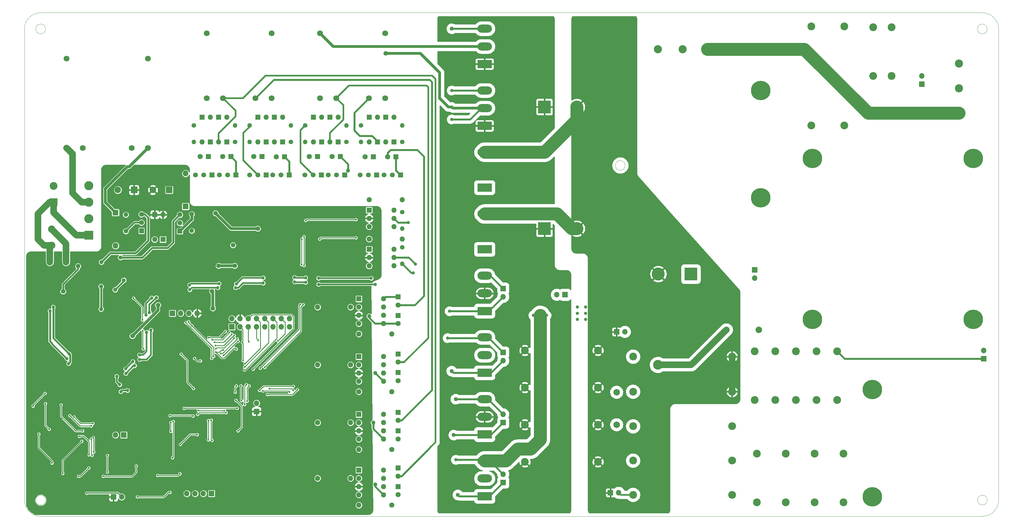
<source format=gbr>
%TF.GenerationSoftware,KiCad,Pcbnew,5.99.0-unknown-1f9723c~101~ubuntu18.04.1*%
%TF.CreationDate,2020-06-08T02:15:50+03:00*%
%TF.ProjectId,WaveUltrasonics,57617665-556c-4747-9261-736f6e696373,rev?*%
%TF.SameCoordinates,Original*%
%TF.FileFunction,Copper,L2,Bot*%
%TF.FilePolarity,Positive*%
%FSLAX46Y46*%
G04 Gerber Fmt 4.6, Leading zero omitted, Abs format (unit mm)*
G04 Created by KiCad (PCBNEW 5.99.0-unknown-1f9723c~101~ubuntu18.04.1) date 2020-06-08 02:15:50*
%MOMM*%
%LPD*%
G01*
G04 APERTURE LIST*
%TA.AperFunction,Profile*%
%ADD10C,0.050000*%
%TD*%
%TA.AperFunction,ComponentPad*%
%ADD11O,1.700000X1.700000*%
%TD*%
%TA.AperFunction,ComponentPad*%
%ADD12R,1.700000X1.700000*%
%TD*%
%TA.AperFunction,ComponentPad*%
%ADD13C,1.600000*%
%TD*%
%TA.AperFunction,ComponentPad*%
%ADD14C,2.250000*%
%TD*%
%TA.AperFunction,ComponentPad*%
%ADD15O,1.600000X1.600000*%
%TD*%
%TA.AperFunction,ComponentPad*%
%ADD16R,1.600000X1.600000*%
%TD*%
%TA.AperFunction,ComponentPad*%
%ADD17R,1.500000X1.500000*%
%TD*%
%TA.AperFunction,ComponentPad*%
%ADD18C,1.500000*%
%TD*%
%TA.AperFunction,ComponentPad*%
%ADD19O,2.400000X2.400000*%
%TD*%
%TA.AperFunction,ComponentPad*%
%ADD20C,2.400000*%
%TD*%
%TA.AperFunction,ComponentPad*%
%ADD21C,4.000000*%
%TD*%
%TA.AperFunction,ComponentPad*%
%ADD22R,4.000000X4.000000*%
%TD*%
%TA.AperFunction,ComponentPad*%
%ADD23C,2.000000*%
%TD*%
%TA.AperFunction,ComponentPad*%
%ADD24C,6.000000*%
%TD*%
%TA.AperFunction,ComponentPad*%
%ADD25C,1.800000*%
%TD*%
%TA.AperFunction,ComponentPad*%
%ADD26O,1.400000X1.400000*%
%TD*%
%TA.AperFunction,ComponentPad*%
%ADD27C,1.400000*%
%TD*%
%TA.AperFunction,ComponentPad*%
%ADD28R,4.500000X2.500000*%
%TD*%
%TA.AperFunction,ComponentPad*%
%ADD29O,4.500000X2.500000*%
%TD*%
%TA.AperFunction,ComponentPad*%
%ADD30C,2.500000*%
%TD*%
%TA.AperFunction,ComponentPad*%
%ADD31R,2.800000X2.800000*%
%TD*%
%TA.AperFunction,ComponentPad*%
%ADD32C,2.800000*%
%TD*%
%TA.AperFunction,ComponentPad*%
%ADD33O,1.800000X1.800000*%
%TD*%
%TA.AperFunction,ComponentPad*%
%ADD34R,1.800000X1.800000*%
%TD*%
%TA.AperFunction,ComponentPad*%
%ADD35R,2.400000X2.400000*%
%TD*%
%TA.AperFunction,ComponentPad*%
%ADD36R,2.000000X2.000000*%
%TD*%
%TA.AperFunction,ViaPad*%
%ADD37C,1.200000*%
%TD*%
%TA.AperFunction,ViaPad*%
%ADD38C,0.600000*%
%TD*%
%TA.AperFunction,ViaPad*%
%ADD39C,1.000000*%
%TD*%
%TA.AperFunction,ViaPad*%
%ADD40C,1.400000*%
%TD*%
%TA.AperFunction,ViaPad*%
%ADD41C,1.250000*%
%TD*%
%TA.AperFunction,ViaPad*%
%ADD42C,3.000000*%
%TD*%
%TA.AperFunction,Conductor*%
%ADD43C,0.250000*%
%TD*%
%TA.AperFunction,Conductor*%
%ADD44C,0.500000*%
%TD*%
%TA.AperFunction,Conductor*%
%ADD45C,0.850000*%
%TD*%
%TA.AperFunction,Conductor*%
%ADD46C,0.600000*%
%TD*%
%TA.AperFunction,Conductor*%
%ADD47C,0.300000*%
%TD*%
%TA.AperFunction,Conductor*%
%ADD48C,4.000000*%
%TD*%
%TA.AperFunction,Conductor*%
%ADD49C,2.000000*%
%TD*%
%TA.AperFunction,Conductor*%
%ADD50C,0.254000*%
%TD*%
G04 APERTURE END LIST*
D10*
X246500000Y-105000000D02*
G75*
G03*
X246500000Y-105000000I-1500000J0D01*
G01*
X61500000Y-63000000D02*
G75*
G02*
X66500000Y-58000000I5000000J0D01*
G01*
X68000000Y-63000000D02*
G75*
G03*
X68000000Y-63000000I-1500000J0D01*
G01*
X68000000Y-208000000D02*
G75*
G03*
X68000000Y-208000000I-1500000J0D01*
G01*
X66500000Y-213000000D02*
G75*
G02*
X61500000Y-208000000I0J5000000D01*
G01*
X358000000Y-63000000D02*
G75*
G03*
X358000000Y-63000000I-1500000J0D01*
G01*
X358000000Y-208000000D02*
G75*
G03*
X358000000Y-208000000I-1500000J0D01*
G01*
X361500000Y-208000000D02*
G75*
G02*
X356500000Y-213000000I-5000000J0D01*
G01*
X356500000Y-58000000D02*
G75*
G02*
X361500000Y-63000000I0J-5000000D01*
G01*
X61500000Y-208000000D02*
X61500000Y-63000000D01*
X356500000Y-213000000D02*
X66500000Y-213000000D01*
X361500000Y-63000000D02*
X361500000Y-208000000D01*
X66500000Y-58000000D02*
X356500000Y-58000000D01*
D11*
%TO.P,J6,4,Pin_4*%
%TO.N,Net-(C66-Pad1)*%
X111496010Y-205984010D03*
%TO.P,J6,3,Pin_3*%
%TO.N,Net-(J6-Pad3)*%
X114036010Y-205984010D03*
%TO.P,J6,2,Pin_2*%
%TO.N,Net-(J6-Pad2)*%
X116576010Y-205984010D03*
D12*
%TO.P,J6,1,Pin_1*%
%TO.N,Net-(C66-Pad2)*%
X119116010Y-205984010D03*
%TD*%
D13*
%TO.P,C48,2*%
%TO.N,VEE*%
X69295000Y-134770250D03*
%TO.P,C48,1*%
%TO.N,GND1*%
X74295000Y-134770250D03*
%TD*%
D14*
%TO.P,J4,2,Pin_2*%
%TO.N,GND1*%
X69850000Y-124650250D03*
%TO.P,J4,1,Pin_1*%
%TO.N,VEE*%
X69850000Y-129650250D03*
%TD*%
D11*
%TO.P,J5,4,Pin_4*%
%TO.N,GND*%
X114681000Y-150495000D03*
%TO.P,J5,3,Pin_3*%
%TO.N,/Mcu/SWDIO*%
X112141000Y-150495000D03*
%TO.P,J5,2,Pin_2*%
%TO.N,/Mcu/SWCLK*%
X109601000Y-150495000D03*
D12*
%TO.P,J5,1,Pin_1*%
%TO.N,/Mcu/NRST*%
X107061000Y-150495000D03*
%TD*%
D11*
%TO.P,J2,16,Pin_16*%
%TO.N,/Mcu/LCD_RS*%
X143129000Y-152146000D03*
%TO.P,J2,15,Pin_15*%
%TO.N,/Mcu/LCD_D4*%
X143129000Y-154686000D03*
%TO.P,J2,14,Pin_14*%
%TO.N,/Mcu/LCD_RW*%
X140589000Y-152146000D03*
%TO.P,J2,13,Pin_13*%
%TO.N,/Mcu/LCD_D5*%
X140589000Y-154686000D03*
%TO.P,J2,12,Pin_12*%
%TO.N,/Mcu/LCD_EN*%
X138049000Y-152146000D03*
%TO.P,J2,11,Pin_11*%
%TO.N,/Mcu/LCD_D6*%
X138049000Y-154686000D03*
%TO.P,J2,10,Pin_10*%
%TO.N,/Mcu/LCD_BSENS*%
X135509000Y-152146000D03*
%TO.P,J2,9,Pin_9*%
%TO.N,/Mcu/LCD_D7*%
X135509000Y-154686000D03*
%TO.P,J2,8,Pin_8*%
%TO.N,/Mcu/LCD_BKLIT*%
X132969000Y-152146000D03*
%TO.P,J2,7,Pin_7*%
%TO.N,/Mcu/B8*%
X132969000Y-154686000D03*
%TO.P,J2,6,Pin_6*%
%TO.N,/Mcu/B15*%
X130429000Y-152146000D03*
%TO.P,J2,5,Pin_5*%
%TO.N,/Mcu/B9*%
X130429000Y-154686000D03*
%TO.P,J2,4,Pin_4*%
%TO.N,GND*%
X127889000Y-152146000D03*
%TO.P,J2,3,Pin_3*%
%TO.N,/Mcu/A1*%
X127889000Y-154686000D03*
%TO.P,J2,2,Pin_2*%
%TO.N,VDD*%
X125349000Y-152146000D03*
D12*
%TO.P,J2,1,Pin_1*%
%TO.N,+5V*%
X125349000Y-154686000D03*
%TD*%
D15*
%TO.P,U8,8,VCC*%
%TO.N,/GATE1_V+*%
X172085000Y-146050000D03*
%TO.P,U8,4,NC*%
%TO.N,N/C*%
X164465000Y-153670000D03*
%TO.P,U8,7,VO*%
%TO.N,Net-(R14-Pad1)*%
X172085000Y-148590000D03*
%TO.P,U8,3,C*%
%TO.N,GND*%
X164465000Y-151130000D03*
%TO.P,U8,6,VO*%
%TO.N,Net-(R14-Pad1)*%
X172085000Y-151130000D03*
%TO.P,U8,2,A*%
%TO.N,Net-(R12-Pad1)*%
X164465000Y-148590000D03*
%TO.P,U8,5,VEE*%
%TO.N,/GATE1_V-*%
X172085000Y-153670000D03*
D16*
%TO.P,U8,1,NC*%
%TO.N,N/C*%
X164465000Y-146050000D03*
%TD*%
D17*
%TO.P,Q14,1,C*%
%TO.N,Net-(C58-Pad2)*%
X119253000Y-107910000D03*
D18*
%TO.P,Q14,3,E*%
%TO.N,/GATE4_V-*%
X114173000Y-107910000D03*
%TO.P,Q14,2,B*%
%TO.N,Net-(D25-Pad2)*%
X116713000Y-107910000D03*
%TD*%
D17*
%TO.P,Q13,1,C*%
%TO.N,Net-(C57-Pad1)*%
X126619000Y-107910000D03*
D18*
%TO.P,Q13,3,E*%
%TO.N,/GATE4_V+*%
X121539000Y-107910000D03*
%TO.P,Q13,2,B*%
%TO.N,Net-(D24-Pad1)*%
X124079000Y-107910000D03*
%TD*%
D17*
%TO.P,Q12,1,C*%
%TO.N,Net-(C56-Pad2)*%
X135890000Y-107910000D03*
D18*
%TO.P,Q12,3,E*%
%TO.N,/GATE3_V-*%
X130810000Y-107910000D03*
%TO.P,Q12,2,B*%
%TO.N,Net-(D23-Pad2)*%
X133350000Y-107910000D03*
%TD*%
D17*
%TO.P,Q11,1,C*%
%TO.N,Net-(C55-Pad1)*%
X143002000Y-107910000D03*
D18*
%TO.P,Q11,3,E*%
%TO.N,/GATE3_V+*%
X137922000Y-107910000D03*
%TO.P,Q11,2,B*%
%TO.N,Net-(D22-Pad1)*%
X140462000Y-107910000D03*
%TD*%
D17*
%TO.P,Q10,1,C*%
%TO.N,Net-(C54-Pad2)*%
X152908000Y-107910000D03*
D18*
%TO.P,Q10,3,E*%
%TO.N,/GATE2_V-*%
X147828000Y-107910000D03*
%TO.P,Q10,2,B*%
%TO.N,Net-(D21-Pad2)*%
X150368000Y-107910000D03*
%TD*%
D17*
%TO.P,Q9,1,C*%
%TO.N,Net-(C53-Pad1)*%
X160147000Y-107910000D03*
D18*
%TO.P,Q9,3,E*%
%TO.N,/GATE2_V+*%
X155067000Y-107910000D03*
%TO.P,Q9,2,B*%
%TO.N,Net-(D20-Pad1)*%
X157607000Y-107910000D03*
%TD*%
D17*
%TO.P,Q8,1,C*%
%TO.N,Net-(C52-Pad2)*%
X169926000Y-107950000D03*
D18*
%TO.P,Q8,3,E*%
%TO.N,/GATE1_V-*%
X164846000Y-107950000D03*
%TO.P,Q8,2,B*%
%TO.N,Net-(D19-Pad2)*%
X167386000Y-107950000D03*
%TD*%
D17*
%TO.P,Q7,1,C*%
%TO.N,Net-(C51-Pad1)*%
X177292000Y-107950000D03*
D18*
%TO.P,Q7,3,E*%
%TO.N,/GATE1_V+*%
X172212000Y-107950000D03*
%TO.P,Q7,2,B*%
%TO.N,Net-(D18-Pad1)*%
X174752000Y-107950000D03*
%TD*%
D17*
%TO.P,Q6,1,C*%
%TO.N,Net-(C46-Pad2)*%
X97536000Y-125118250D03*
D18*
%TO.P,Q6,3,E*%
%TO.N,-15V*%
X97536000Y-120038250D03*
%TO.P,Q6,2,B*%
%TO.N,Net-(D9-Pad2)*%
X97536000Y-122578250D03*
%TD*%
D17*
%TO.P,Q5,1,C*%
%TO.N,VCC*%
X109347000Y-125245250D03*
D18*
%TO.P,Q5,3,E*%
%TO.N,+15V*%
X109347000Y-120165250D03*
%TO.P,Q5,2,B*%
%TO.N,Net-(D8-Pad1)*%
X109347000Y-122705250D03*
%TD*%
D11*
%TO.P,TP12,2,2*%
%TO.N,/OVERCURRENT*%
X132969000Y-178181000D03*
D12*
%TO.P,TP12,1,1*%
%TO.N,GND*%
X132969000Y-180721000D03*
%TD*%
D19*
%TO.P,R30,2*%
%TO.N,Net-(C29-Pad1)*%
X279400000Y-195825000D03*
D20*
%TO.P,R30,1*%
%TO.N,/GATE3_GND*%
X248920000Y-195825000D03*
%TD*%
D19*
%TO.P,R29,2*%
%TO.N,Net-(C29-Pad1)*%
X279400000Y-185275000D03*
D20*
%TO.P,R29,1*%
%TO.N,/GATE3_GND*%
X248920000Y-185275000D03*
%TD*%
D19*
%TO.P,R26,2*%
%TO.N,Net-(C29-Pad1)*%
X279400000Y-206375000D03*
D20*
%TO.P,R26,1*%
%TO.N,/GATE3_GND*%
X248920000Y-206375000D03*
%TD*%
%TO.P,C38,2*%
%TO.N,+VDC*%
X215625000Y-196215000D03*
%TO.P,C38,1*%
%TO.N,-VDC*%
X238125000Y-196215000D03*
%TD*%
%TO.P,C21,2*%
%TO.N,+VDC*%
X215625000Y-173355000D03*
%TO.P,C21,1*%
%TO.N,-VDC*%
X238125000Y-173355000D03*
%TD*%
D21*
%TO.P,C3,2*%
%TO.N,-VDC*%
X231615000Y-86995000D03*
D22*
%TO.P,C3,1*%
%TO.N,+VDC*%
X221615000Y-86995000D03*
%TD*%
%TO.P,C2,1*%
%TO.N,+VDC*%
X266700000Y-138430000D03*
D21*
%TO.P,C2,2*%
%TO.N,-VDC*%
X256700000Y-138430000D03*
%TD*%
%TO.P,C1,2*%
%TO.N,-VDC*%
X231615000Y-124460000D03*
D22*
%TO.P,C1,1*%
%TO.N,+VDC*%
X221615000Y-124460000D03*
%TD*%
D11*
%TO.P,TP11,2,2*%
%TO.N,Net-(C25-Pad1)*%
X337820000Y-77470000D03*
D12*
%TO.P,TP11,1,1*%
%TO.N,Net-(J3-Pad2)*%
X337820000Y-80010000D03*
%TD*%
D11*
%TO.P,TP10,2,2*%
%TO.N,/GATE2_GND*%
X208915000Y-200025000D03*
D12*
%TO.P,TP10,1,1*%
%TO.N,Net-(Q4-Pad1)*%
X208915000Y-202565000D03*
%TD*%
D11*
%TO.P,TP9,2,2*%
%TO.N,/GATE3_GND*%
X208915000Y-181610000D03*
D12*
%TO.P,TP9,1,1*%
%TO.N,Net-(Q3-Pad1)*%
X208915000Y-184150000D03*
%TD*%
D11*
%TO.P,TP8,2,2*%
%TO.N,/GATE3_GND*%
X244475000Y-205740000D03*
D12*
%TO.P,TP8,1,1*%
%TO.N,-VDC*%
X241935000Y-205740000D03*
%TD*%
D11*
%TO.P,TP7,2,2*%
%TO.N,/GATE1_GND*%
X246380000Y-156210000D03*
D12*
%TO.P,TP7,1,1*%
%TO.N,-VDC*%
X243840000Y-156210000D03*
%TD*%
D11*
%TO.P,TP6,2,2*%
%TO.N,Net-(C27-Pad1)*%
X356870000Y-161925000D03*
D12*
%TO.P,TP6,1,1*%
%TO.N,/GATE1_GND*%
X356870000Y-164465000D03*
%TD*%
D11*
%TO.P,TP5,2,2*%
%TO.N,Net-(Q2-Pad1)*%
X208915000Y-165100000D03*
D12*
%TO.P,TP5,1,1*%
%TO.N,/GATE2_GND*%
X208915000Y-162560000D03*
%TD*%
D11*
%TO.P,TP4,2,2*%
%TO.N,Net-(Q1-Pad1)*%
X208915000Y-145415000D03*
D12*
%TO.P,TP4,1,1*%
%TO.N,/GATE1_GND*%
X208915000Y-142875000D03*
%TD*%
D11*
%TO.P,TP3,2,2*%
%TO.N,/GATE2_GND*%
X225425000Y-144780000D03*
D12*
%TO.P,TP3,1,1*%
%TO.N,-VDC*%
X227965000Y-144780000D03*
%TD*%
D11*
%TO.P,TP2,2,2*%
%TO.N,/ISENS*%
X91440000Y-207010000D03*
D12*
%TO.P,TP2,1,1*%
%TO.N,GND*%
X88900000Y-207010000D03*
%TD*%
D11*
%TO.P,TP1,2,2*%
%TO.N,+VDC*%
X286385000Y-139700000D03*
D12*
%TO.P,TP1,1,1*%
%TO.N,-VDC*%
X286385000Y-137160000D03*
%TD*%
D19*
%TO.P,R25,2*%
%TO.N,-VDC*%
X279400000Y-163830000D03*
D20*
%TO.P,R25,1*%
%TO.N,Net-(C37-Pad2)*%
X248920000Y-163830000D03*
%TD*%
D19*
%TO.P,R19,2*%
%TO.N,-VDC*%
X279400000Y-174625000D03*
D20*
%TO.P,R19,1*%
%TO.N,Net-(C23-Pad2)*%
X248920000Y-174625000D03*
%TD*%
D11*
%TO.P,JP1,2,2*%
%TO.N,Net-(JP1-Pad2)*%
X89535000Y-187960000D03*
D12*
%TO.P,JP1,1,1*%
%TO.N,Net-(JP1-Pad1)*%
X92075000Y-187960000D03*
%TD*%
D23*
%TO.P,C37,2*%
%TO.N,Net-(C37-Pad2)*%
X243840000Y-174785000D03*
%TO.P,C37,1*%
%TO.N,/GATE3_GND*%
X243840000Y-184785000D03*
%TD*%
D20*
%TO.P,C35,2*%
%TO.N,Net-(C29-Pad2)*%
X287020000Y-208675000D03*
%TO.P,C35,1*%
%TO.N,Net-(C29-Pad1)*%
X287020000Y-193675000D03*
%TD*%
%TO.P,C34,2*%
%TO.N,/GATE1_GND*%
X292735000Y-162165000D03*
%TO.P,C34,1*%
%TO.N,Net-(C27-Pad1)*%
X292735000Y-177165000D03*
%TD*%
%TO.P,C33,2*%
%TO.N,Net-(C29-Pad2)*%
X295910000Y-208675000D03*
%TO.P,C33,1*%
%TO.N,Net-(C29-Pad1)*%
X295910000Y-193675000D03*
%TD*%
%TO.P,C32,2*%
%TO.N,/GATE1_GND*%
X311785000Y-162165000D03*
%TO.P,C32,1*%
%TO.N,Net-(C27-Pad1)*%
X311785000Y-177165000D03*
%TD*%
%TO.P,C31,2*%
%TO.N,Net-(C29-Pad2)*%
X304800000Y-208675000D03*
%TO.P,C31,1*%
%TO.N,Net-(C29-Pad1)*%
X304800000Y-193675000D03*
%TD*%
%TO.P,C30,2*%
%TO.N,/GATE1_GND*%
X286385000Y-162165000D03*
%TO.P,C30,1*%
%TO.N,Net-(C27-Pad1)*%
X286385000Y-177165000D03*
%TD*%
%TO.P,C29,2*%
%TO.N,Net-(C29-Pad2)*%
X313690000Y-208675000D03*
%TO.P,C29,1*%
%TO.N,Net-(C29-Pad1)*%
X313690000Y-193675000D03*
%TD*%
%TO.P,C28,2*%
%TO.N,/GATE1_GND*%
X299085000Y-162165000D03*
%TO.P,C28,1*%
%TO.N,Net-(C27-Pad1)*%
X299085000Y-177165000D03*
%TD*%
%TO.P,C27,2*%
%TO.N,/GATE1_GND*%
X305435000Y-162165000D03*
%TO.P,C27,1*%
%TO.N,Net-(C27-Pad1)*%
X305435000Y-177165000D03*
%TD*%
%TO.P,C26,2*%
%TO.N,Net-(C25-Pad2)*%
X322856199Y-62470000D03*
%TO.P,C26,1*%
%TO.N,Net-(C25-Pad1)*%
X322856199Y-77470000D03*
%TD*%
%TO.P,C25,2*%
%TO.N,Net-(C25-Pad2)*%
X328571199Y-62470000D03*
%TO.P,C25,1*%
%TO.N,Net-(C25-Pad1)*%
X328571199Y-77470000D03*
%TD*%
D23*
%TO.P,C23,2*%
%TO.N,Net-(C23-Pad2)*%
X277655000Y-155575000D03*
%TO.P,C23,1*%
%TO.N,/GATE1_GND*%
X287655000Y-155575000D03*
%TD*%
D24*
%TO.P,L2,2,2*%
%TO.N,Net-(J3-Pad2)*%
X288280000Y-114925000D03*
%TO.P,L2,1,1*%
%TO.N,Net-(C25-Pad1)*%
X288280000Y-81925000D03*
%TD*%
D15*
%TO.P,U11,8,VCC*%
%TO.N,/GATE4_V+*%
X172085000Y-198755000D03*
%TO.P,U11,4,NC*%
%TO.N,N/C*%
X164465000Y-206375000D03*
%TO.P,U11,7,VO*%
%TO.N,Net-(R32-Pad2)*%
X172085000Y-201295000D03*
%TO.P,U11,3,C*%
%TO.N,GND*%
X164465000Y-203835000D03*
%TO.P,U11,6,VO*%
%TO.N,Net-(R32-Pad2)*%
X172085000Y-203835000D03*
%TO.P,U11,2,A*%
%TO.N,Net-(R36-Pad2)*%
X164465000Y-201295000D03*
%TO.P,U11,5,VEE*%
%TO.N,/GATE4_V-*%
X172085000Y-206375000D03*
D16*
%TO.P,U11,1,NC*%
%TO.N,N/C*%
X164465000Y-198755000D03*
%TD*%
D15*
%TO.P,U10,8,VCC*%
%TO.N,/GATE3_V+*%
X172085000Y-181610000D03*
%TO.P,U10,4,NC*%
%TO.N,N/C*%
X164465000Y-189230000D03*
%TO.P,U10,7,VO*%
%TO.N,Net-(R31-Pad2)*%
X172085000Y-184150000D03*
%TO.P,U10,3,C*%
%TO.N,GND*%
X164465000Y-186690000D03*
%TO.P,U10,6,VO*%
%TO.N,Net-(R31-Pad2)*%
X172085000Y-186690000D03*
%TO.P,U10,2,A*%
%TO.N,Net-(R35-Pad2)*%
X164465000Y-184150000D03*
%TO.P,U10,5,VEE*%
%TO.N,/GATE3_V-*%
X172085000Y-189230000D03*
D16*
%TO.P,U10,1,NC*%
%TO.N,N/C*%
X164465000Y-181610000D03*
%TD*%
D15*
%TO.P,U9,8,VCC*%
%TO.N,/GATE2_V+*%
X172085000Y-163830000D03*
%TO.P,U9,4,NC*%
%TO.N,N/C*%
X164465000Y-171450000D03*
%TO.P,U9,7,VO*%
%TO.N,Net-(R15-Pad1)*%
X172085000Y-166370000D03*
%TO.P,U9,3,C*%
%TO.N,GND*%
X164465000Y-168910000D03*
%TO.P,U9,6,VO*%
%TO.N,Net-(R15-Pad1)*%
X172085000Y-168910000D03*
%TO.P,U9,2,A*%
%TO.N,Net-(R13-Pad1)*%
X164465000Y-166370000D03*
%TO.P,U9,5,VEE*%
%TO.N,/GATE2_V-*%
X172085000Y-171450000D03*
D16*
%TO.P,U9,1,NC*%
%TO.N,N/C*%
X164465000Y-163830000D03*
%TD*%
D15*
%TO.P,U2,6,DGAT*%
%TO.N,Net-(R2-Pad1)*%
X175260000Y-130810000D03*
%TO.P,U2,3,NC*%
%TO.N,N/C*%
X167640000Y-135890000D03*
%TO.P,U2,5,DAN*%
%TO.N,NEUT*%
X175260000Y-133350000D03*
%TO.P,U2,2,ECAT*%
%TO.N,GND*%
X167640000Y-133350000D03*
%TO.P,U2,4,DCAT*%
%TO.N,Net-(D3-Pad3)*%
X175260000Y-135890000D03*
D16*
%TO.P,U2,1,EAN*%
%TO.N,Net-(R4-Pad2)*%
X167640000Y-130810000D03*
%TD*%
D15*
%TO.P,U1,6,DGAT*%
%TO.N,Net-(R1-Pad1)*%
X175260000Y-118745000D03*
%TO.P,U1,3,NC*%
%TO.N,N/C*%
X167640000Y-123825000D03*
%TO.P,U1,5,DAN*%
%TO.N,LINE*%
X175260000Y-121285000D03*
%TO.P,U1,2,ECAT*%
%TO.N,GND*%
X167640000Y-121285000D03*
%TO.P,U1,4,DCAT*%
%TO.N,Net-(D1-Pad3)*%
X175260000Y-123825000D03*
D16*
%TO.P,U1,1,EAN*%
%TO.N,Net-(R3-Pad2)*%
X167640000Y-118745000D03*
%TD*%
D25*
%TO.P,T4,6,SD*%
%TO.N,Net-(D16-Pad2)*%
X117635000Y-84295000D03*
%TO.P,T4,5,SC*%
%TO.N,/GATE2_GND*%
X122635000Y-84295000D03*
%TO.P,T4,4,SB*%
%TO.N,/GATE3_GND*%
X132635000Y-84295000D03*
%TO.P,T4,3,SA*%
%TO.N,Net-(D14-Pad2)*%
X137635000Y-84295000D03*
%TO.P,T4,2,AB*%
%TO.N,NEUT*%
X137635000Y-64295000D03*
%TO.P,T4,1,AA*%
%TO.N,LINE*%
X117635000Y-64295000D03*
%TD*%
%TO.P,T3,6,SD*%
%TO.N,Net-(D12-Pad2)*%
X152560000Y-84295000D03*
%TO.P,T3,5,SC*%
%TO.N,/GATE2_GND*%
X157560000Y-84295000D03*
%TO.P,T3,4,SB*%
%TO.N,/GATE1_GND*%
X167560000Y-84295000D03*
%TO.P,T3,3,SA*%
%TO.N,Net-(D10-Pad2)*%
X172560000Y-84295000D03*
%TO.P,T3,2,AB*%
%TO.N,NEUT*%
X172560000Y-64295000D03*
%TO.P,T3,1,AA*%
%TO.N,LINE*%
X152560000Y-64295000D03*
%TD*%
%TO.P,T2,6,SD*%
%TO.N,Net-(D7-Pad3)*%
X74495000Y-99625250D03*
%TO.P,T2,5,SC*%
%TO.N,Net-(D7-Pad2)*%
X79495000Y-99625250D03*
%TO.P,T2,4,SB*%
%TO.N,GND*%
X94495000Y-99625250D03*
%TO.P,T2,3,SA*%
%TO.N,/PHASE+*%
X99495000Y-99625250D03*
%TO.P,T2,2,AB*%
%TO.N,NEUT*%
X99495000Y-72125250D03*
%TO.P,T2,1,AA*%
%TO.N,LINE*%
X74495000Y-72125250D03*
%TD*%
D24*
%TO.P,T1,4,SB*%
%TO.N,Net-(C25-Pad1)*%
X353678737Y-102886263D03*
%TO.P,T1,3,SA*%
%TO.N,Net-(J3-Pad2)*%
X304181263Y-102886263D03*
%TO.P,T1,2,AB*%
%TO.N,/GATE1_GND*%
X304181263Y-152383737D03*
%TO.P,T1,1,AA*%
%TO.N,Net-(C27-Pad1)*%
X353678737Y-152383737D03*
%TD*%
D26*
%TO.P,R46,2*%
%TO.N,Net-(C58-Pad2)*%
X113665000Y-97750000D03*
D27*
%TO.P,R46,1*%
%TO.N,Net-(D25-Pad2)*%
X113665000Y-92670000D03*
%TD*%
D26*
%TO.P,R45,2*%
%TO.N,Net-(D24-Pad1)*%
X126365000Y-92710000D03*
D27*
%TO.P,R45,1*%
%TO.N,Net-(C57-Pad1)*%
X126365000Y-97790000D03*
%TD*%
D26*
%TO.P,R44,2*%
%TO.N,Net-(C56-Pad2)*%
X130810000Y-97750000D03*
D27*
%TO.P,R44,1*%
%TO.N,Net-(D23-Pad2)*%
X130810000Y-92670000D03*
%TD*%
D26*
%TO.P,R43,2*%
%TO.N,Net-(D22-Pad1)*%
X143510000Y-92710000D03*
D27*
%TO.P,R43,1*%
%TO.N,Net-(C55-Pad1)*%
X143510000Y-97790000D03*
%TD*%
D26*
%TO.P,R42,2*%
%TO.N,Net-(C54-Pad2)*%
X147955000Y-97750000D03*
D27*
%TO.P,R42,1*%
%TO.N,Net-(D21-Pad2)*%
X147955000Y-92670000D03*
%TD*%
D26*
%TO.P,R41,2*%
%TO.N,Net-(D20-Pad1)*%
X160655000Y-92710000D03*
D27*
%TO.P,R41,1*%
%TO.N,Net-(C53-Pad1)*%
X160655000Y-97790000D03*
%TD*%
D26*
%TO.P,R40,2*%
%TO.N,Net-(C52-Pad2)*%
X165100000Y-97790000D03*
D27*
%TO.P,R40,1*%
%TO.N,Net-(D19-Pad2)*%
X165100000Y-92710000D03*
%TD*%
D26*
%TO.P,R39,2*%
%TO.N,Net-(D18-Pad1)*%
X177800000Y-92710000D03*
D27*
%TO.P,R39,1*%
%TO.N,Net-(C51-Pad1)*%
X177800000Y-97790000D03*
%TD*%
D26*
%TO.P,R38,2*%
%TO.N,Net-(C46-Pad2)*%
X92710000Y-120165250D03*
D27*
%TO.P,R38,1*%
%TO.N,Net-(D9-Pad2)*%
X92710000Y-125245250D03*
%TD*%
D26*
%TO.P,R37,2*%
%TO.N,Net-(D8-Pad1)*%
X113000000Y-125080000D03*
D27*
%TO.P,R37,1*%
%TO.N,VCC*%
X113000000Y-120000000D03*
%TD*%
D15*
%TO.P,R36,2*%
%TO.N,Net-(R36-Pad2)*%
X161925000Y-201295000D03*
D13*
%TO.P,R36,1*%
%TO.N,/HBRIDGE_B_LSIDE*%
X151765000Y-201295000D03*
%TD*%
D15*
%TO.P,R35,2*%
%TO.N,Net-(R35-Pad2)*%
X161925000Y-184150000D03*
D13*
%TO.P,R35,1*%
%TO.N,/HBRIDGE_B_HSIDE*%
X151765000Y-184150000D03*
%TD*%
D15*
%TO.P,R32,2*%
%TO.N,Net-(R32-Pad2)*%
X164465000Y-209550000D03*
D13*
%TO.P,R32,1*%
%TO.N,Net-(Q4-Pad1)*%
X174625000Y-209550000D03*
%TD*%
D15*
%TO.P,R31,2*%
%TO.N,Net-(R31-Pad2)*%
X164465000Y-192405000D03*
D13*
%TO.P,R31,1*%
%TO.N,Net-(Q3-Pad1)*%
X174625000Y-192405000D03*
%TD*%
D19*
%TO.P,R28,2*%
%TO.N,Net-(J3-Pad2)*%
X303806199Y-92710000D03*
D20*
%TO.P,R28,1*%
%TO.N,Net-(C25-Pad2)*%
X303806199Y-62230000D03*
%TD*%
D19*
%TO.P,R27,2*%
%TO.N,Net-(J3-Pad2)*%
X313966199Y-92710000D03*
D20*
%TO.P,R27,1*%
%TO.N,Net-(C25-Pad2)*%
X313966199Y-62230000D03*
%TD*%
D15*
%TO.P,R15,2*%
%TO.N,Net-(Q2-Pad1)*%
X174625000Y-174625000D03*
D13*
%TO.P,R15,1*%
%TO.N,Net-(R15-Pad1)*%
X164465000Y-174625000D03*
%TD*%
D15*
%TO.P,R14,2*%
%TO.N,Net-(Q1-Pad1)*%
X174625000Y-156845000D03*
D13*
%TO.P,R14,1*%
%TO.N,Net-(R14-Pad1)*%
X164465000Y-156845000D03*
%TD*%
D15*
%TO.P,R13,2*%
%TO.N,/HBRIDGE_A_LSIDE*%
X151765000Y-166370000D03*
D13*
%TO.P,R13,1*%
%TO.N,Net-(R13-Pad1)*%
X161925000Y-166370000D03*
%TD*%
D15*
%TO.P,R12,2*%
%TO.N,/HBRIDGE_A_HSIDE*%
X151765000Y-148590000D03*
D13*
%TO.P,R12,1*%
%TO.N,Net-(R12-Pad1)*%
X161925000Y-148590000D03*
%TD*%
D15*
%TO.P,R4,2*%
%TO.N,Net-(R4-Pad2)*%
X177800000Y-127635000D03*
D13*
%TO.P,R4,1*%
%TO.N,/THRISTOR1_DRV*%
X167640000Y-127635000D03*
%TD*%
D15*
%TO.P,R3,2*%
%TO.N,Net-(R3-Pad2)*%
X177800000Y-115570000D03*
D13*
%TO.P,R3,1*%
%TO.N,/THRISTOR0_DRV*%
X167640000Y-115570000D03*
%TD*%
D26*
%TO.P,R2,2*%
%TO.N,+VDC*%
X177800000Y-135255000D03*
D27*
%TO.P,R2,1*%
%TO.N,Net-(R2-Pad1)*%
X177800000Y-130175000D03*
%TD*%
D26*
%TO.P,R1,2*%
%TO.N,+VDC*%
X177800000Y-124460000D03*
D27*
%TO.P,R1,1*%
%TO.N,Net-(R1-Pad1)*%
X177800000Y-119380000D03*
%TD*%
D28*
%TO.P,Q4,1,G*%
%TO.N,Net-(Q4-Pad1)*%
X203200000Y-206810000D03*
D29*
%TO.P,Q4,2,C*%
%TO.N,/GATE3_GND*%
X203200000Y-201360000D03*
%TO.P,Q4,3,E*%
%TO.N,/GATE2_GND*%
X203200000Y-195910000D03*
%TD*%
%TO.P,Q3,3,E*%
%TO.N,/GATE3_GND*%
X203200000Y-176910000D03*
%TO.P,Q3,2,C*%
%TO.N,+VDC*%
X203200000Y-182360000D03*
D28*
%TO.P,Q3,1,G*%
%TO.N,Net-(Q3-Pad1)*%
X203200000Y-187810000D03*
%TD*%
D29*
%TO.P,Q2,3,E*%
%TO.N,/GATE2_GND*%
X203200000Y-157910000D03*
%TO.P,Q2,2,C*%
%TO.N,/GATE1_GND*%
X203200000Y-163360000D03*
D28*
%TO.P,Q2,1,G*%
%TO.N,Net-(Q2-Pad1)*%
X203200000Y-168810000D03*
%TD*%
D29*
%TO.P,Q1,3,E*%
%TO.N,/GATE1_GND*%
X203200000Y-138910000D03*
%TO.P,Q1,2,C*%
%TO.N,+VDC*%
X203200000Y-144360000D03*
D28*
%TO.P,Q1,1,G*%
%TO.N,Net-(Q1-Pad1)*%
X203200000Y-149810000D03*
%TD*%
D24*
%TO.P,L1,2*%
%TO.N,Net-(C27-Pad1)*%
X322590000Y-174000000D03*
%TO.P,L1,1*%
%TO.N,Net-(C29-Pad2)*%
X322590000Y-207000000D03*
%TD*%
D30*
%TO.P,J3,3,Pin_3*%
%TO.N,Earth_Protective*%
X349250000Y-88900000D03*
%TO.P,J3,2,Pin_2*%
%TO.N,Net-(J3-Pad2)*%
X349250000Y-81280000D03*
%TO.P,J3,1,Pin_1*%
%TO.N,Net-(C25-Pad1)*%
X349250000Y-73660000D03*
%TD*%
%TO.P,J1,3,Pin_3*%
%TO.N,Earth_Protective*%
X271780000Y-69215000D03*
%TO.P,J1,2,Pin_2*%
%TO.N,NEUT*%
X264160000Y-69215000D03*
%TO.P,J1,1,Pin_1*%
%TO.N,LINE*%
X256540000Y-69215000D03*
%TD*%
D15*
%TO.P,D25,2,A*%
%TO.N,Net-(D25-Pad2)*%
X118745000Y-90170000D03*
D16*
%TO.P,D25,1,K*%
%TO.N,/GATE2_GND*%
X118745000Y-97790000D03*
%TD*%
D15*
%TO.P,D24,2,A*%
%TO.N,/GATE2_GND*%
X121285000Y-97790000D03*
D16*
%TO.P,D24,1,K*%
%TO.N,Net-(D24-Pad1)*%
X121285000Y-90170000D03*
%TD*%
D15*
%TO.P,D23,2,A*%
%TO.N,Net-(D23-Pad2)*%
X135890000Y-90130000D03*
D16*
%TO.P,D23,1,K*%
%TO.N,/GATE3_GND*%
X135890000Y-97750000D03*
%TD*%
D15*
%TO.P,D22,2,A*%
%TO.N,/GATE3_GND*%
X138430000Y-97790000D03*
D16*
%TO.P,D22,1,K*%
%TO.N,Net-(D22-Pad1)*%
X138430000Y-90170000D03*
%TD*%
D15*
%TO.P,D21,2,A*%
%TO.N,Net-(D21-Pad2)*%
X153035000Y-90170000D03*
D16*
%TO.P,D21,1,K*%
%TO.N,/GATE2_GND*%
X153035000Y-97790000D03*
%TD*%
D15*
%TO.P,D20,2,A*%
%TO.N,/GATE2_GND*%
X155575000Y-97790000D03*
D16*
%TO.P,D20,1,K*%
%TO.N,Net-(D20-Pad1)*%
X155575000Y-90170000D03*
%TD*%
D15*
%TO.P,D19,2,A*%
%TO.N,Net-(D19-Pad2)*%
X170180000Y-90170000D03*
D16*
%TO.P,D19,1,K*%
%TO.N,/GATE1_GND*%
X170180000Y-97790000D03*
%TD*%
D15*
%TO.P,D18,2,A*%
%TO.N,/GATE1_GND*%
X172720000Y-97790000D03*
D16*
%TO.P,D18,1,K*%
%TO.N,Net-(D18-Pad1)*%
X172720000Y-90170000D03*
%TD*%
D15*
%TO.P,D17,2,A*%
%TO.N,Net-(C58-Pad2)*%
X116205000Y-97750000D03*
D16*
%TO.P,D17,1,K*%
%TO.N,Net-(D16-Pad2)*%
X116205000Y-90130000D03*
%TD*%
D15*
%TO.P,D16,2,A*%
%TO.N,Net-(D16-Pad2)*%
X123825000Y-90130000D03*
D16*
%TO.P,D16,1,K*%
%TO.N,Net-(C57-Pad1)*%
X123825000Y-97750000D03*
%TD*%
D15*
%TO.P,D15,2,A*%
%TO.N,Net-(C56-Pad2)*%
X133350000Y-97750000D03*
D16*
%TO.P,D15,1,K*%
%TO.N,Net-(D14-Pad2)*%
X133350000Y-90130000D03*
%TD*%
D15*
%TO.P,D14,2,A*%
%TO.N,Net-(D14-Pad2)*%
X140970000Y-90170000D03*
D16*
%TO.P,D14,1,K*%
%TO.N,Net-(C55-Pad1)*%
X140970000Y-97790000D03*
%TD*%
D15*
%TO.P,D13,2,A*%
%TO.N,Net-(C54-Pad2)*%
X150495000Y-97750000D03*
D16*
%TO.P,D13,1,K*%
%TO.N,Net-(D12-Pad2)*%
X150495000Y-90130000D03*
%TD*%
D15*
%TO.P,D12,2,A*%
%TO.N,Net-(D12-Pad2)*%
X158115000Y-90130000D03*
D16*
%TO.P,D12,1,K*%
%TO.N,Net-(C53-Pad1)*%
X158115000Y-97750000D03*
%TD*%
D15*
%TO.P,D11,2,A*%
%TO.N,Net-(C52-Pad2)*%
X167640000Y-97790000D03*
D16*
%TO.P,D11,1,K*%
%TO.N,Net-(D10-Pad2)*%
X167640000Y-90170000D03*
%TD*%
D15*
%TO.P,D10,2,A*%
%TO.N,Net-(D10-Pad2)*%
X175260000Y-90170000D03*
D16*
%TO.P,D10,1,K*%
%TO.N,Net-(C51-Pad1)*%
X175260000Y-97790000D03*
%TD*%
D15*
%TO.P,D9,2,A*%
%TO.N,Net-(D9-Pad2)*%
X101600000Y-127785250D03*
D16*
%TO.P,D9,1,K*%
%TO.N,GND*%
X101600000Y-120165250D03*
%TD*%
D15*
%TO.P,D8,2,A*%
%TO.N,GND*%
X104140000Y-120165250D03*
D16*
%TO.P,D8,1,K*%
%TO.N,Net-(D8-Pad1)*%
X104140000Y-127785250D03*
%TD*%
D31*
%TO.P,D7,1,+*%
%TO.N,VEE*%
X81280000Y-126515250D03*
D32*
%TO.P,D7,2,~~*%
%TO.N,Net-(D7-Pad2)*%
X81280000Y-121435250D03*
%TO.P,D7,3,~~*%
%TO.N,Net-(D7-Pad3)*%
X81280000Y-116355250D03*
%TO.P,D7,4,-*%
%TO.N,GND1*%
X81280000Y-111275250D03*
%TD*%
D33*
%TO.P,D6,2,A*%
%TO.N,Net-(C46-Pad2)*%
X89535000Y-129690250D03*
D34*
%TO.P,D6,1,K*%
%TO.N,/PHASE+*%
X89535000Y-119530250D03*
%TD*%
D33*
%TO.P,D5,2,A*%
%TO.N,/PHASE+*%
X111125000Y-107465250D03*
D34*
%TO.P,D5,1,K*%
%TO.N,VCC*%
X111125000Y-117625250D03*
%TD*%
D29*
%TO.P,D4,2,A*%
%TO.N,-VDC*%
X203200000Y-119910000D03*
D28*
%TO.P,D4,1,K*%
%TO.N,NEUT*%
X203200000Y-130810000D03*
%TD*%
D29*
%TO.P,D3,3,G*%
%TO.N,Net-(D3-Pad3)*%
X203200000Y-81910000D03*
%TO.P,D3,2,A*%
%TO.N,NEUT*%
X203200000Y-87360000D03*
D28*
%TO.P,D3,1,K*%
%TO.N,+VDC*%
X203200000Y-92810000D03*
%TD*%
D29*
%TO.P,D2,2,A*%
%TO.N,-VDC*%
X203200000Y-100910000D03*
D28*
%TO.P,D2,1,K*%
%TO.N,LINE*%
X203200000Y-111810000D03*
%TD*%
D29*
%TO.P,D1,3,G*%
%TO.N,Net-(D1-Pad3)*%
X203200000Y-62910000D03*
%TO.P,D1,2,A*%
%TO.N,LINE*%
X203200000Y-68360000D03*
D28*
%TO.P,D1,1,K*%
%TO.N,+VDC*%
X203200000Y-73810000D03*
%TD*%
D13*
%TO.P,C58,2*%
%TO.N,Net-(C58-Pad2)*%
X115610000Y-102235000D03*
D16*
%TO.P,C58,1*%
%TO.N,/GATE2_GND*%
X118110000Y-102235000D03*
%TD*%
D13*
%TO.P,C57,2*%
%TO.N,/GATE2_GND*%
X122595000Y-102235000D03*
D16*
%TO.P,C57,1*%
%TO.N,Net-(C57-Pad1)*%
X125095000Y-102235000D03*
%TD*%
D13*
%TO.P,C56,2*%
%TO.N,Net-(C56-Pad2)*%
X132120000Y-102235000D03*
D16*
%TO.P,C56,1*%
%TO.N,/GATE3_GND*%
X134620000Y-102235000D03*
%TD*%
D13*
%TO.P,C55,2*%
%TO.N,/GATE3_GND*%
X139105000Y-102362000D03*
D16*
%TO.P,C55,1*%
%TO.N,Net-(C55-Pad1)*%
X141605000Y-102362000D03*
%TD*%
D13*
%TO.P,C54,2*%
%TO.N,Net-(C54-Pad2)*%
X149265000Y-102235000D03*
D16*
%TO.P,C54,1*%
%TO.N,/GATE2_GND*%
X151765000Y-102235000D03*
%TD*%
D13*
%TO.P,C53,2*%
%TO.N,/GATE2_GND*%
X156250000Y-102235000D03*
D16*
%TO.P,C53,1*%
%TO.N,Net-(C53-Pad1)*%
X158750000Y-102235000D03*
%TD*%
D13*
%TO.P,C52,2*%
%TO.N,Net-(C52-Pad2)*%
X166410000Y-102362000D03*
D16*
%TO.P,C52,1*%
%TO.N,/GATE1_GND*%
X168910000Y-102362000D03*
%TD*%
D13*
%TO.P,C51,2*%
%TO.N,/GATE1_GND*%
X173395000Y-102362000D03*
D16*
%TO.P,C51,1*%
%TO.N,Net-(C51-Pad1)*%
X175895000Y-102362000D03*
%TD*%
D20*
%TO.P,C47,2*%
%TO.N,GND1*%
X70485000Y-111355250D03*
D35*
%TO.P,C47,1*%
%TO.N,VEE*%
X70485000Y-116355250D03*
%TD*%
D23*
%TO.P,C46,2*%
%TO.N,Net-(C46-Pad2)*%
X90250000Y-112545250D03*
D36*
%TO.P,C46,1*%
%TO.N,GND*%
X95250000Y-112545250D03*
%TD*%
D23*
%TO.P,C45,2*%
%TO.N,GND*%
X101045000Y-112545250D03*
D36*
%TO.P,C45,1*%
%TO.N,VCC*%
X106045000Y-112545250D03*
%TD*%
D13*
%TO.P,C44,2*%
%TO.N,/GATE4_V-*%
X176530000Y-206335000D03*
D16*
%TO.P,C44,1*%
%TO.N,/GATE2_GND*%
X176530000Y-203835000D03*
%TD*%
D13*
%TO.P,C43,2*%
%TO.N,/GATE2_GND*%
X176530000Y-200620000D03*
D16*
%TO.P,C43,1*%
%TO.N,/GATE4_V+*%
X176530000Y-198120000D03*
%TD*%
D13*
%TO.P,C42,2*%
%TO.N,/GATE3_V-*%
X176530000Y-189190000D03*
D16*
%TO.P,C42,1*%
%TO.N,/GATE3_GND*%
X176530000Y-186690000D03*
%TD*%
D13*
%TO.P,C41,2*%
%TO.N,/GATE3_GND*%
X176530000Y-183475000D03*
D16*
%TO.P,C41,1*%
%TO.N,/GATE3_V+*%
X176530000Y-180975000D03*
%TD*%
D20*
%TO.P,C36,2*%
%TO.N,+VDC*%
X215625000Y-184785000D03*
%TO.P,C36,1*%
%TO.N,-VDC*%
X238125000Y-184785000D03*
%TD*%
%TO.P,C20,2*%
%TO.N,+VDC*%
X215625000Y-161925000D03*
%TO.P,C20,1*%
%TO.N,-VDC*%
X238125000Y-161925000D03*
%TD*%
D13*
%TO.P,C19,2*%
%TO.N,/GATE2_V-*%
X176530000Y-171251250D03*
D16*
%TO.P,C19,1*%
%TO.N,/GATE2_GND*%
X176530000Y-168751250D03*
%TD*%
D13*
%TO.P,C18,2*%
%TO.N,/GATE2_GND*%
X176530000Y-165536250D03*
D16*
%TO.P,C18,1*%
%TO.N,/GATE2_V+*%
X176530000Y-163036250D03*
%TD*%
D13*
%TO.P,C17,2*%
%TO.N,/GATE1_V-*%
X176530000Y-153670000D03*
D16*
%TO.P,C17,1*%
%TO.N,/GATE1_GND*%
X176530000Y-151170000D03*
%TD*%
D13*
%TO.P,C16,2*%
%TO.N,/GATE1_GND*%
X176530000Y-147955000D03*
D16*
%TO.P,C16,1*%
%TO.N,/GATE1_V+*%
X176530000Y-145455000D03*
%TD*%
D37*
%TO.N,GND*%
X96901000Y-184404000D03*
D38*
%TO.N,/LED_RED*%
X106553000Y-186817000D03*
X106553000Y-184150000D03*
%TO.N,/THRISTOR0_DRV*%
X114808000Y-181610000D03*
%TO.N,/THRISTOR1_DRV*%
X115023710Y-180413814D03*
%TO.N,/ISENS*%
X107315000Y-183769000D03*
%TO.N,/Mcu/SWDIO*%
X113030000Y-154305000D03*
%TO.N,/Mcu/SWCLK*%
X111188500Y-153352500D03*
D39*
%TO.N,/GATE2_GND*%
X100457000Y-155702000D03*
X126492000Y-142621000D03*
%TO.N,-VDC*%
X112347079Y-141773329D03*
%TO.N,/GATE2_GND*%
X144653000Y-140843000D03*
X112395000Y-143256000D03*
X93218000Y-174244000D03*
X102108000Y-145669000D03*
X96901000Y-164719000D03*
D40*
%TO.N,+5V*%
X102623010Y-147957830D03*
D39*
%TO.N,/GATE2_GND*%
X148082000Y-140970000D03*
%TO.N,-VDC*%
X99125990Y-156343988D03*
X100669405Y-145764077D03*
%TO.N,/GATE2_GND*%
X135001000Y-141224000D03*
D40*
%TO.N,+5V*%
X119278403Y-143771010D03*
D39*
%TO.N,/GATE2_GND*%
X95377000Y-166624000D03*
%TO.N,-VDC*%
X126752319Y-141449564D03*
%TO.N,/GATE2_GND*%
X91186000Y-174625000D03*
X121031000Y-142621000D03*
X92710000Y-169037000D03*
X99949000Y-150241000D03*
%TO.N,-VDC*%
X92646500Y-167576500D03*
X94869000Y-165354000D03*
%TO.N,VEE*%
X74549000Y-164465000D03*
%TO.N,-VDC*%
X90805000Y-172466000D03*
X96901000Y-163322000D03*
X89916000Y-169926000D03*
X98933000Y-151003000D03*
X148082000Y-139573000D03*
X121412000Y-141351000D03*
X135001000Y-139573000D03*
X144653000Y-139446000D03*
D38*
%TO.N,/THRISTOR1_DRV*%
X163576000Y-127254000D03*
%TO.N,/THRISTOR0_DRV*%
X163576000Y-121666000D03*
X130683000Y-172847000D03*
X147574000Y-135763000D03*
X148082000Y-121920000D03*
X130048000Y-177546000D03*
X147320000Y-147828000D03*
X147574000Y-126873000D03*
X123571000Y-181102000D03*
D37*
%TO.N,GND*%
X119807652Y-182027010D03*
D38*
%TO.N,/THRISTOR0_DRV*%
X135509000Y-167132000D03*
%TO.N,/THRISTOR1_DRV*%
X152400000Y-127635000D03*
X129794000Y-172466000D03*
X146431000Y-147828000D03*
X129286000Y-178562000D03*
X134112000Y-167386000D03*
X123063000Y-180467000D03*
X146812000Y-135509000D03*
X146939000Y-127635000D03*
D40*
%TO.N,+5V*%
X126238000Y-135890000D03*
X121285000Y-135890000D03*
D38*
%TO.N,/OVERCURRENT*%
X114681000Y-187833000D03*
X109464010Y-190871010D03*
X127254000Y-186690000D03*
X109347000Y-199898000D03*
X126619000Y-177292000D03*
X102489000Y-200406000D03*
%TO.N,/ISENS*%
X106299000Y-205613000D03*
X96266000Y-207010000D03*
X107061000Y-194945000D03*
%TO.N,Net-(C7-Pad2)*%
X67818000Y-175133000D03*
X65913000Y-187706000D03*
D37*
%TO.N,GND*%
X74799078Y-197773000D03*
D38*
%TO.N,Net-(C7-Pad2)*%
X69977000Y-196596000D03*
X64135000Y-179070000D03*
%TO.N,/ISENS*%
X80645000Y-205867000D03*
D41*
%TO.N,+15V*%
X92075000Y-140335000D03*
X89408000Y-143256000D03*
X91059000Y-133350000D03*
%TO.N,-15V*%
X85090000Y-149225000D03*
X85217000Y-134747000D03*
X85090000Y-142240000D03*
D40*
%TO.N,/PHASE+*%
X73406000Y-143764000D03*
X78000000Y-136000000D03*
D37*
%TO.N,GND*%
X88646000Y-164211000D03*
D39*
%TO.N,GND1*%
X75057000Y-165989000D03*
X75184000Y-162941000D03*
D38*
%TO.N,Net-(R9-Pad1)*%
X82296000Y-194183000D03*
X75438000Y-181991000D03*
%TO.N,Net-(R10-Pad1)*%
X76727320Y-182396422D03*
%TO.N,Net-(R9-Pad1)*%
X82042000Y-185166000D03*
%TO.N,Net-(R10-Pad1)*%
X82681791Y-188749702D03*
%TO.N,Net-(R9-Pad1)*%
X82042000Y-189230000D03*
%TO.N,Net-(R10-Pad1)*%
X82550000Y-184404000D03*
X82804000Y-193167000D03*
%TO.N,Net-(C7-Pad1)*%
X72771000Y-178689000D03*
%TO.N,Net-(C6-Pad1)*%
X78359000Y-188341000D03*
X81407000Y-194056000D03*
X69088000Y-186182000D03*
D37*
%TO.N,GND*%
X67019990Y-179642460D03*
D38*
%TO.N,Net-(C6-Pad1)*%
X67945000Y-178308000D03*
D39*
%TO.N,VEE*%
X69357990Y-149756761D03*
%TO.N,GND1*%
X70358000Y-148590000D03*
D38*
%TO.N,/Mcu/A1*%
X128308251Y-177400010D03*
%TO.N,/ZERO_CROSSING*%
X98044000Y-161417000D03*
X97917000Y-155829000D03*
X97790000Y-152527000D03*
X95059500Y-145859500D03*
X106299000Y-181991000D03*
X113411000Y-182118000D03*
%TO.N,/Mcu/LCD_RW*%
X126700001Y-161498001D03*
D40*
%TO.N,+5V*%
X119507000Y-148971000D03*
D37*
%TO.N,GND*%
X106934000Y-180086000D03*
X107569000Y-174752000D03*
D38*
X108585000Y-171831000D03*
X110109000Y-169672000D03*
X108712000Y-167640000D03*
X107188000Y-166243000D03*
X103949500Y-167449500D03*
X101663500Y-169735500D03*
X99441000Y-171958000D03*
X100584000Y-174879000D03*
X102298500Y-176593500D03*
X104521000Y-175514000D03*
X106172000Y-173736000D03*
D37*
X91164990Y-158324010D03*
D40*
%TO.N,+5V*%
X94742000Y-157480000D03*
D38*
%TO.N,/Mcu/B15*%
X131905491Y-167692610D03*
%TO.N,/Mcu/A1*%
X128143000Y-172847000D03*
X128778000Y-164973000D03*
X127000000Y-179705000D03*
X110617000Y-179705000D03*
D37*
%TO.N,GND*%
X108712000Y-139573000D03*
X112522000Y-135763000D03*
X121412000Y-151003000D03*
D38*
%TO.N,/Mcu/LCD_RW*%
X139573000Y-159004000D03*
%TO.N,/Mcu/B8*%
X121975348Y-162897630D03*
%TO.N,/Mcu/LCD_RW*%
X122682000Y-161798000D03*
%TO.N,/Mcu/SWDIO*%
X119754095Y-163703000D03*
%TO.N,/Mcu/LCD_D6*%
X119370010Y-158623000D03*
%TO.N,/Mcu/LCD_D4*%
X120343390Y-160448509D03*
%TO.N,/Mcu/LCD_EN*%
X129173538Y-167928527D03*
D37*
%TO.N,GND*%
X124714000Y-170434000D03*
D38*
%TO.N,/Mcu/B15*%
X126365000Y-174752000D03*
X126746000Y-172847000D03*
%TO.N,/Mcu/B9*%
X130556000Y-159258000D03*
%TO.N,/Mcu/B8*%
X126964598Y-158385168D03*
%TO.N,/Mcu/B9*%
X127254000Y-159131000D03*
%TO.N,/Mcu/A1*%
X128572611Y-159457952D03*
%TO.N,/Mcu/B8*%
X133513740Y-158808723D03*
%TO.N,/Mcu/LCD_D4*%
X126111814Y-157386033D03*
%TO.N,/Mcu/LCD_RS*%
X126050780Y-158183713D03*
%TO.N,Net-(R58-Pad2)*%
X115629019Y-165162593D03*
X113829990Y-164405522D03*
%TO.N,/Mcu/B9*%
X122809000Y-163449000D03*
%TO.N,/Mcu/SWCLK*%
X119129085Y-164379989D03*
D37*
%TO.N,GND*%
X110617000Y-159893000D03*
X107442000Y-159258000D03*
X112662136Y-164643298D03*
D38*
%TO.N,/Mcu/LCD_D7*%
X118237000Y-157988000D03*
%TO.N,/Mcu/LCD_D6*%
X124587000Y-156486011D03*
%TO.N,/Mcu/LCD_D7*%
X123317000Y-156083000D03*
%TO.N,/Mcu/LCD_D5*%
X125349000Y-156936022D03*
X120015000Y-159385000D03*
%TO.N,/Mcu/LCD_RS*%
X120396000Y-161417000D03*
%TO.N,/Mcu/LCD_RW*%
X120396000Y-162433000D03*
%TO.N,/Mcu/LCD_BKLIT*%
X129413000Y-165989000D03*
%TO.N,/Mcu/LCD_BSENS*%
X129286000Y-167005000D03*
%TO.N,/Mcu/NRST*%
X109728000Y-163068000D03*
X113538000Y-173609000D03*
%TO.N,/Mcu/SWDIO*%
X112014000Y-153035000D03*
%TO.N,/HBRIDGE_A_HSIDE*%
X144272000Y-172974000D03*
X133858000Y-174244000D03*
%TO.N,/HBRIDGE_A_LSIDE*%
X145542000Y-173990000D03*
X136271000Y-175514000D03*
%TO.N,/HBRIDGE_B_LSIDE*%
X143129000Y-174752000D03*
X134874000Y-174371000D03*
%TO.N,/HBRIDGE_B_HSIDE*%
X136906000Y-173736000D03*
X144272000Y-174244000D03*
%TO.N,/SELF_IN*%
X119243010Y-189601010D03*
X118999000Y-183388000D03*
%TO.N,/USART_TX*%
X118100010Y-189474010D03*
X118110000Y-183515000D03*
D37*
%TO.N,GND*%
X112385010Y-191379010D03*
X135890000Y-134620000D03*
X137795000Y-133985000D03*
X89841283Y-140887010D03*
X78284283Y-141141010D03*
X94032283Y-147364010D03*
X95175283Y-151809010D03*
X73045000Y-169305504D03*
D38*
%TO.N,Net-(C7-Pad1)*%
X79375000Y-186690000D03*
D37*
%TO.N,GND*%
X85090000Y-203835000D03*
X88900000Y-194945000D03*
X90805000Y-192405000D03*
D38*
%TO.N,Net-(R17-Pad2)*%
X95885000Y-197485000D03*
X85725000Y-200660000D03*
%TO.N,Net-(C22-Pad1)*%
X86995000Y-199345990D03*
D37*
%TO.N,GND*%
X97155000Y-203520000D03*
X90170000Y-198755000D03*
X71755000Y-189865000D03*
X91195000Y-194667500D03*
D38*
%TO.N,Net-(C6-Pad1)*%
X78105000Y-200660000D03*
X81280000Y-198120000D03*
%TO.N,Net-(C22-Pad1)*%
X86995000Y-194310000D03*
%TO.N,Net-(C7-Pad1)*%
X73279000Y-199771000D03*
D37*
%TO.N,GND*%
X76327000Y-189357000D03*
D38*
%TO.N,Net-(C7-Pad1)*%
X79121000Y-189865000D03*
D37*
%TO.N,GND*%
X82136500Y-154222500D03*
D41*
%TO.N,Net-(D1-Pad3)*%
X193085000Y-62910000D03*
D40*
%TO.N,VCC*%
X120332500Y-119697500D03*
X133350000Y-124460000D03*
%TO.N,+5V*%
X125730000Y-129540000D03*
D39*
%TO.N,/GATE2_GND*%
X218186000Y-151130000D03*
X222250000Y-151130000D03*
X220345000Y-152273000D03*
X220218000Y-151130000D03*
X221234000Y-151130000D03*
X219202000Y-151130000D03*
%TO.N,+VDC*%
X181229000Y-138049000D03*
%TO.N,NEUT*%
X181864000Y-135382000D03*
%TO.N,+VDC*%
X193338351Y-93014082D03*
D41*
%TO.N,/GATE1_V-*%
X167640000Y-151384000D03*
D39*
%TO.N,-VDC*%
X152064991Y-139700000D03*
%TO.N,/GATE2_GND*%
X152064991Y-141605000D03*
D41*
%TO.N,Net-(C53-Pad1)*%
X161163000Y-106553000D03*
D39*
%TO.N,+VDC*%
X193214990Y-73394728D03*
%TO.N,NEUT*%
X193040000Y-90805000D03*
X193040000Y-86995000D03*
%TO.N,Net-(D3-Pad3)*%
X193040000Y-81915000D03*
%TO.N,LINE*%
X179705000Y-122555000D03*
%TO.N,/GATE2_GND*%
X220345000Y-149860000D03*
%TO.N,-VDC*%
X237490000Y-152400000D03*
X240030000Y-152400000D03*
X238760000Y-151130000D03*
X240030000Y-149860000D03*
X238760000Y-148590000D03*
X237490000Y-149860000D03*
X236220000Y-151130000D03*
X236220000Y-148590000D03*
%TO.N,/GATE2_GND*%
X169545000Y-141605000D03*
%TO.N,-VDC*%
X168275000Y-139700000D03*
D42*
%TO.N,Net-(C23-Pad2)*%
X256540000Y-166370000D03*
D39*
%TO.N,/GATE2_GND*%
X191770000Y-158115000D03*
%TO.N,Net-(Q1-Pad1)*%
X192405000Y-149860000D03*
D41*
%TO.N,Net-(Q2-Pad1)*%
X193040000Y-168275000D03*
%TO.N,Net-(Q4-Pad1)*%
X194945000Y-206375000D03*
D39*
%TO.N,/GATE2_GND*%
X194310000Y-195580000D03*
D41*
%TO.N,Net-(Q3-Pad1)*%
X193675000Y-187960000D03*
%TO.N,/GATE3_GND*%
X194310000Y-176910000D03*
D40*
%TO.N,NEUT*%
X172720000Y-70485000D03*
D39*
%TO.N,-VDC*%
X234315000Y-152400000D03*
X231775000Y-152400000D03*
X234315000Y-150495000D03*
X231775000Y-150495000D03*
X234315000Y-148590000D03*
X231775000Y-148590000D03*
D41*
%TO.N,/GATE4_V-*%
X169545000Y-203200000D03*
%TO.N,/GATE3_V-*%
X168910000Y-184150000D03*
%TO.N,/GATE2_V-*%
X169545000Y-168910000D03*
%TD*%
D43*
%TO.N,/LED_RED*%
X106553000Y-184150000D02*
X106553000Y-186817000D01*
%TO.N,/THRISTOR1_DRV*%
X123063000Y-180467000D02*
X115076896Y-180467000D01*
X115076896Y-180467000D02*
X115023710Y-180413814D01*
%TO.N,/THRISTOR0_DRV*%
X115570000Y-181102000D02*
X118364000Y-181102000D01*
X115316000Y-181102000D02*
X115570000Y-181102000D01*
X114808000Y-181610000D02*
X115316000Y-181102000D01*
%TO.N,/ISENS*%
X107315000Y-194691000D02*
X107061000Y-194945000D01*
X107315000Y-183769000D02*
X107315000Y-194691000D01*
%TO.N,/Mcu/A1*%
X110617000Y-179705000D02*
X127000000Y-179705000D01*
%TO.N,/THRISTOR0_DRV*%
X118364000Y-181102000D02*
X123571000Y-181102000D01*
%TO.N,/USART_TX*%
X118110000Y-183515000D02*
X118110000Y-189464020D01*
X118110000Y-189464020D02*
X118100010Y-189474010D01*
%TO.N,/SELF_IN*%
X118999000Y-183388000D02*
X118999000Y-189357000D01*
X118999000Y-189357000D02*
X119243010Y-189601010D01*
%TO.N,/OVERCURRENT*%
X114681000Y-187833000D02*
X112502020Y-187833000D01*
X112502020Y-187833000D02*
X109464010Y-190871010D01*
%TO.N,/Mcu/SWCLK*%
X112141000Y-154305000D02*
X111188500Y-153352500D01*
D44*
%TO.N,/GATE2_GND*%
X100457000Y-163322000D02*
X99060000Y-164719000D01*
%TO.N,-VDC*%
X99125990Y-162240010D02*
X99125990Y-156343988D01*
X98933000Y-151003000D02*
X98933000Y-147500482D01*
D45*
%TO.N,+5V*%
X94742000Y-157480000D02*
X102623010Y-149598990D01*
X119507000Y-143999607D02*
X119278403Y-143771010D01*
D44*
%TO.N,/GATE2_GND*%
X135001000Y-141224000D02*
X128778000Y-141224000D01*
X95377000Y-166624000D02*
X95123000Y-166624000D01*
X99949000Y-147828000D02*
X99949000Y-150241000D01*
%TO.N,-VDC*%
X135001000Y-139573000D02*
X128628883Y-139573000D01*
%TO.N,/GATE2_GND*%
X144780000Y-140970000D02*
X144653000Y-140843000D01*
X99060000Y-164719000D02*
X96901000Y-164719000D01*
D45*
%TO.N,+5V*%
X102623010Y-149598990D02*
X102623010Y-147957830D01*
X119507000Y-148971000D02*
X119507000Y-143999607D01*
D44*
%TO.N,-VDC*%
X98933000Y-147500482D02*
X100669405Y-145764077D01*
%TO.N,/GATE2_GND*%
X127381000Y-142621000D02*
X126492000Y-142621000D01*
%TO.N,-VDC*%
X128628883Y-139573000D02*
X126752319Y-141449564D01*
X112769408Y-141351000D02*
X112347079Y-141773329D01*
%TO.N,/GATE2_GND*%
X148082000Y-140970000D02*
X144780000Y-140970000D01*
X91567000Y-174244000D02*
X91186000Y-174625000D01*
X102108000Y-145669000D02*
X99949000Y-147828000D01*
X128778000Y-141224000D02*
X127381000Y-142621000D01*
X113030000Y-142621000D02*
X112395000Y-143256000D01*
%TO.N,-VDC*%
X98044000Y-163322000D02*
X99125990Y-162240010D01*
%TO.N,/GATE2_GND*%
X95123000Y-166624000D02*
X92710000Y-169037000D01*
X93218000Y-174244000D02*
X91567000Y-174244000D01*
X121031000Y-142621000D02*
X113030000Y-142621000D01*
X100457000Y-155702000D02*
X100457000Y-163322000D01*
%TO.N,-VDC*%
X121412000Y-141351000D02*
X112769408Y-141351000D01*
X96901000Y-163322000D02*
X98044000Y-163322000D01*
X94869000Y-165354000D02*
X92646500Y-167576500D01*
D46*
%TO.N,VEE*%
X69977000Y-159766000D02*
X69977000Y-159893000D01*
X69977000Y-159893000D02*
X74549000Y-164465000D01*
%TO.N,GND1*%
X75057000Y-165989000D02*
X75556999Y-165489001D01*
X75556999Y-163313999D02*
X75184000Y-162941000D01*
X75556999Y-165489001D02*
X75556999Y-163313999D01*
X70739000Y-158496000D02*
X75184000Y-162941000D01*
D44*
%TO.N,-VDC*%
X89916000Y-171577000D02*
X90805000Y-172466000D01*
X89916000Y-169926000D02*
X89916000Y-171577000D01*
X148082000Y-139573000D02*
X144780000Y-139573000D01*
X144780000Y-139573000D02*
X144653000Y-139446000D01*
D43*
%TO.N,/THRISTOR1_DRV*%
X163576000Y-127254000D02*
X152781000Y-127254000D01*
X152781000Y-127254000D02*
X152400000Y-127635000D01*
%TO.N,/THRISTOR0_DRV*%
X148336000Y-121666000D02*
X148082000Y-121920000D01*
X163576000Y-121666000D02*
X148336000Y-121666000D01*
X146558000Y-148590000D02*
X147320000Y-147828000D01*
%TO.N,/THRISTOR1_DRV*%
X134112000Y-167386000D02*
X146107989Y-155390011D01*
%TO.N,/THRISTOR0_DRV*%
X147574000Y-135763000D02*
X147574000Y-126873000D01*
%TO.N,/THRISTOR1_DRV*%
X146107989Y-155390011D02*
X146107989Y-148151011D01*
%TO.N,/THRISTOR0_DRV*%
X130048000Y-173482000D02*
X130683000Y-172847000D01*
%TO.N,/THRISTOR1_DRV*%
X146107989Y-148151011D02*
X146431000Y-147828000D01*
%TO.N,/THRISTOR0_DRV*%
X146558000Y-156083000D02*
X146558000Y-148590000D01*
X130048000Y-177546000D02*
X130048000Y-173482000D01*
X167640000Y-115824000D02*
X167640000Y-115570000D01*
X135509000Y-167132000D02*
X146558000Y-156083000D01*
%TO.N,/Mcu/B15*%
X144304001Y-151581999D02*
X143693001Y-150970999D01*
%TO.N,/THRISTOR1_DRV*%
X129286000Y-172974000D02*
X129794000Y-172466000D01*
%TO.N,/Mcu/B15*%
X131905491Y-167686098D02*
X144304001Y-155287588D01*
X131905491Y-167692610D02*
X131905491Y-167686098D01*
X131604001Y-150970999D02*
X130429000Y-152146000D01*
X143693001Y-150970999D02*
X131604001Y-150970999D01*
X144304001Y-155287588D02*
X144304001Y-151581999D01*
%TO.N,/THRISTOR1_DRV*%
X146812000Y-127762000D02*
X146939000Y-127635000D01*
X129286000Y-178562000D02*
X129286000Y-172974000D01*
X146812000Y-135509000D02*
X146812000Y-127762000D01*
D45*
%TO.N,+5V*%
X126238000Y-135890000D02*
X121285000Y-135890000D01*
D43*
%TO.N,/OVERCURRENT*%
X114681000Y-187960000D02*
X114681000Y-187833000D01*
X127254000Y-186690000D02*
X128397000Y-185547000D01*
X128206500Y-178879500D02*
X126619000Y-177292000D01*
X128397000Y-185547000D02*
X128397000Y-179070000D01*
X128397000Y-179070000D02*
X128206500Y-178879500D01*
X108839000Y-200406000D02*
X109347000Y-199898000D01*
X102489000Y-200406000D02*
X108839000Y-200406000D01*
%TO.N,/ISENS*%
X104394000Y-207010000D02*
X96266000Y-207010000D01*
X105791000Y-205613000D02*
X104394000Y-207010000D01*
X106299000Y-205613000D02*
X105791000Y-205613000D01*
%TO.N,Net-(C7-Pad2)*%
X67818000Y-175133000D02*
X64135000Y-178816000D01*
X64135000Y-178816000D02*
X64135000Y-179070000D01*
X69977000Y-195961000D02*
X65913000Y-191897000D01*
X69977000Y-196596000D02*
X69977000Y-195961000D01*
X65913000Y-191897000D02*
X65913000Y-187706000D01*
D47*
%TO.N,/ISENS*%
X80702001Y-205809999D02*
X80645000Y-205867000D01*
X90239999Y-205809999D02*
X80702001Y-205809999D01*
X91440000Y-207010000D02*
X90239999Y-205809999D01*
D46*
%TO.N,+15V*%
X92075000Y-140335000D02*
X92075000Y-140589000D01*
X92075000Y-140589000D02*
X89408000Y-143256000D01*
X91227500Y-133350000D02*
X91059000Y-133350000D01*
%TO.N,-15V*%
X85090000Y-149225000D02*
X85090000Y-148844000D01*
X85090000Y-148844000D02*
X85090000Y-142240000D01*
X90000000Y-132000000D02*
X87964000Y-132000000D01*
X87964000Y-132000000D02*
X85217000Y-134747000D01*
D44*
%TO.N,/PHASE+*%
X73406000Y-141605000D02*
X73406000Y-143764000D01*
X78000000Y-137011000D02*
X73406000Y-141605000D01*
X78000000Y-136000000D02*
X78000000Y-137011000D01*
D43*
%TO.N,Net-(R9-Pad1)*%
X82042000Y-193929000D02*
X82296000Y-194183000D01*
X82042000Y-189230000D02*
X82042000Y-193929000D01*
%TO.N,Net-(R10-Pad1)*%
X82550000Y-184404000D02*
X78734898Y-184404000D01*
%TO.N,Net-(R9-Pad1)*%
X75438000Y-181991000D02*
X78613000Y-185166000D01*
%TO.N,Net-(R10-Pad1)*%
X82804000Y-193167000D02*
X82804000Y-188871911D01*
X82804000Y-188871911D02*
X82681791Y-188749702D01*
%TO.N,Net-(R9-Pad1)*%
X78613000Y-185166000D02*
X82042000Y-185166000D01*
%TO.N,Net-(R10-Pad1)*%
X78734898Y-184404000D02*
X76727320Y-182396422D01*
%TO.N,Net-(C7-Pad1)*%
X79375000Y-186690000D02*
X77216000Y-186690000D01*
X77216000Y-186690000D02*
X72771000Y-182245000D01*
X72771000Y-182245000D02*
X72771000Y-178689000D01*
%TO.N,Net-(C6-Pad1)*%
X81407000Y-189992000D02*
X81407000Y-194056000D01*
X67945000Y-185039000D02*
X69088000Y-186182000D01*
X67945000Y-178308000D02*
X67945000Y-185039000D01*
X78359000Y-188341000D02*
X79756000Y-188341000D01*
X79756000Y-188341000D02*
X81407000Y-189992000D01*
D46*
%TO.N,VEE*%
X69357990Y-159146990D02*
X69357990Y-149756761D01*
X69977000Y-159766000D02*
X69357990Y-159146990D01*
%TO.N,GND1*%
X70358000Y-148590000D02*
X70358000Y-158115000D01*
X70358000Y-158115000D02*
X70739000Y-158496000D01*
D43*
%TO.N,/Mcu/A1*%
X128143000Y-172847000D02*
X128143000Y-177234759D01*
X128143000Y-177234759D02*
X128308251Y-177400010D01*
%TO.N,/ZERO_CROSSING*%
X97790000Y-152527000D02*
X97790000Y-148590000D01*
X97790000Y-148590000D02*
X95059500Y-145859500D01*
X97917000Y-155829000D02*
X97917000Y-161290000D01*
X97917000Y-161290000D02*
X98044000Y-161417000D01*
X113284000Y-181991000D02*
X113411000Y-182118000D01*
X106299000Y-181991000D02*
X113284000Y-181991000D01*
%TO.N,/Mcu/LCD_RW*%
X123063000Y-164211000D02*
X126111000Y-161163000D01*
X126700001Y-161498001D02*
X126365000Y-161163000D01*
X126365000Y-161163000D02*
X126111000Y-161163000D01*
X122174000Y-164211000D02*
X123063000Y-164211000D01*
X120396000Y-162433000D02*
X121285000Y-163322000D01*
X121285000Y-163322000D02*
X122174000Y-164211000D01*
%TO.N,/Mcu/A1*%
X128778000Y-159663341D02*
X128572611Y-159457952D01*
X128778000Y-164973000D02*
X128778000Y-159663341D01*
%TO.N,/Mcu/LCD_RS*%
X120695999Y-161117001D02*
X123117492Y-161117001D01*
X120396000Y-161417000D02*
X120695999Y-161117001D01*
%TO.N,/Mcu/LCD_RW*%
X121539000Y-162433000D02*
X122174000Y-161798000D01*
X122174000Y-161798000D02*
X122682000Y-161798000D01*
%TO.N,/Mcu/LCD_RS*%
X123117492Y-161117001D02*
X126050780Y-158183713D01*
%TO.N,/Mcu/B8*%
X126964598Y-158440406D02*
X122507374Y-162897630D01*
%TO.N,/Mcu/LCD_RW*%
X141764001Y-156812999D02*
X141764001Y-153321001D01*
X139573000Y-159004000D02*
X141764001Y-156812999D01*
X120396000Y-162433000D02*
X121539000Y-162433000D01*
%TO.N,/Mcu/B8*%
X122507374Y-162897630D02*
X121975348Y-162897630D01*
X126964598Y-158385168D02*
X126964598Y-158440406D01*
%TO.N,/Mcu/LCD_RW*%
X141764001Y-153321001D02*
X140589000Y-152146000D01*
%TO.N,/Mcu/SWDIO*%
X119754095Y-163703000D02*
X119754095Y-161029095D01*
X112014000Y-153289000D02*
X112014000Y-153035000D01*
X119754095Y-161029095D02*
X112014000Y-153289000D01*
%TO.N,/Mcu/SWCLK*%
X119129085Y-164379989D02*
X119129085Y-161293085D01*
X119129085Y-161293085D02*
X112141000Y-154305000D01*
%TO.N,/Mcu/LCD_D6*%
X124587000Y-156486011D02*
X122450011Y-158623000D01*
X122450011Y-158623000D02*
X119370010Y-158623000D01*
%TO.N,/Mcu/LCD_D4*%
X122851076Y-160448509D02*
X120343390Y-160448509D01*
X126111814Y-157386033D02*
X125913552Y-157386033D01*
X125913552Y-157386033D02*
X122851076Y-160448509D01*
%TO.N,/Mcu/LCD_EN*%
X138049000Y-152146000D02*
X139224001Y-153321001D01*
X139224001Y-153321001D02*
X139224001Y-158258364D01*
X129553838Y-167928527D02*
X129173538Y-167928527D01*
X139224001Y-158258364D02*
X129553838Y-167928527D01*
%TO.N,/Mcu/B15*%
X126365000Y-173228000D02*
X126746000Y-172847000D01*
X126365000Y-174752000D02*
X126365000Y-173228000D01*
%TO.N,/Mcu/B9*%
X130429000Y-159131000D02*
X130556000Y-159258000D01*
X130429000Y-154686000D02*
X130429000Y-159131000D01*
X127127000Y-159258000D02*
X127254000Y-159131000D01*
X127000000Y-159258000D02*
X127127000Y-159258000D01*
%TO.N,/Mcu/A1*%
X128738999Y-155535999D02*
X128738999Y-159291564D01*
X127889000Y-154686000D02*
X128738999Y-155535999D01*
%TO.N,/Mcu/B9*%
X122809000Y-163449000D02*
X127000000Y-159258000D01*
%TO.N,/Mcu/A1*%
X128738999Y-159291564D02*
X128572611Y-159457952D01*
%TO.N,/Mcu/B8*%
X133513740Y-158786740D02*
X133513740Y-158808723D01*
%TO.N,/Mcu/B9*%
X130429000Y-154686000D02*
X130429000Y-157083751D01*
%TO.N,/Mcu/B8*%
X132969000Y-154686000D02*
X132969000Y-158242000D01*
X132969000Y-158242000D02*
X133513740Y-158786740D01*
%TO.N,/Mcu/LCD_RS*%
X126061504Y-158172989D02*
X126050780Y-158183713D01*
X126249046Y-158172989D02*
X126061504Y-158172989D01*
%TO.N,Net-(R58-Pad2)*%
X115572357Y-165162593D02*
X115629019Y-165162593D01*
X115443000Y-165033236D02*
X115572357Y-165162593D01*
X115629019Y-165162593D02*
X114587061Y-165162593D01*
X114587061Y-165162593D02*
X113829990Y-164405522D01*
%TO.N,/Mcu/LCD_D7*%
X121412000Y-157988000D02*
X123317000Y-156083000D01*
%TO.N,/Mcu/LCD_D5*%
X120015000Y-159385000D02*
X122900022Y-159385000D01*
X122900022Y-159385000D02*
X125349000Y-156936022D01*
%TO.N,/Mcu/LCD_D7*%
X118237000Y-157988000D02*
X121412000Y-157988000D01*
%TO.N,/Mcu/LCD_RW*%
X141764001Y-156354774D02*
X141764001Y-153321001D01*
%TO.N,/Mcu/LCD_BSENS*%
X129286000Y-167005000D02*
X135255000Y-161036000D01*
X135509000Y-152146000D02*
X136684001Y-153321001D01*
X136684001Y-159606999D02*
X135255000Y-161036000D01*
X136684001Y-153321001D02*
X136684001Y-159606999D01*
%TO.N,/Mcu/LCD_BKLIT*%
X134144001Y-161257999D02*
X134144001Y-153321001D01*
X129413000Y-165989000D02*
X133858000Y-161544000D01*
X133858000Y-161544000D02*
X134144001Y-161257999D01*
X134144001Y-153321001D02*
X132969000Y-152146000D01*
%TO.N,/Mcu/NRST*%
X111633000Y-171704000D02*
X111633000Y-164973000D01*
X113538000Y-173609000D02*
X111633000Y-171704000D01*
X111633000Y-164973000D02*
X109728000Y-163068000D01*
%TO.N,/HBRIDGE_A_HSIDE*%
X135128000Y-172974000D02*
X144272000Y-172974000D01*
X133858000Y-174244000D02*
X135128000Y-172974000D01*
%TO.N,/HBRIDGE_A_LSIDE*%
X144018000Y-175514000D02*
X145542000Y-173990000D01*
X136271000Y-175514000D02*
X144018000Y-175514000D01*
%TO.N,/HBRIDGE_B_LSIDE*%
X134874000Y-174371000D02*
X142748000Y-174371000D01*
X142748000Y-174371000D02*
X143129000Y-174752000D01*
%TO.N,/HBRIDGE_B_HSIDE*%
X143764000Y-173736000D02*
X144272000Y-174244000D01*
X136906000Y-173736000D02*
X143764000Y-173736000D01*
%TO.N,/SELF_IN*%
X118989010Y-189347010D02*
X119243010Y-189601010D01*
D45*
%TO.N,VCC*%
X120332500Y-119697500D02*
X121285000Y-120650000D01*
X133350000Y-124460000D02*
X125095000Y-124460000D01*
X125095000Y-124460000D02*
X121285000Y-120650000D01*
D43*
%TO.N,Net-(R17-Pad2)*%
X95885000Y-199390000D02*
X95885000Y-197485000D01*
X85725000Y-200660000D02*
X94615000Y-200660000D01*
X94615000Y-200660000D02*
X95885000Y-199390000D01*
%TO.N,Net-(C22-Pad1)*%
X86995000Y-194310000D02*
X86995000Y-199345990D01*
%TO.N,Net-(C6-Pad1)*%
X78740000Y-200660000D02*
X81280000Y-198120000D01*
X78105000Y-200660000D02*
X78740000Y-200660000D01*
%TO.N,Net-(C7-Pad1)*%
X79121000Y-189865000D02*
X73279000Y-195707000D01*
X73279000Y-195707000D02*
X73279000Y-199771000D01*
D46*
%TO.N,Net-(D1-Pad3)*%
X203200000Y-62910000D02*
X193085000Y-62910000D01*
%TO.N,+15V*%
X91440000Y-133350000D02*
X91227500Y-133350000D01*
X97790000Y-133350000D02*
X100757500Y-130382500D01*
X91440000Y-133350000D02*
X97790000Y-133350000D01*
X107315000Y-128685000D02*
X105617500Y-130382500D01*
X100757500Y-130382500D02*
X105617500Y-130382500D01*
%TO.N,Net-(Q1-Pad1)*%
X203200000Y-149810000D02*
X204520000Y-149810000D01*
X204520000Y-149810000D02*
X208915000Y-145415000D01*
%TO.N,/GATE1_GND*%
X203200000Y-138910000D02*
X204950000Y-138910000D01*
X204950000Y-138910000D02*
X208915000Y-142875000D01*
%TO.N,-15V*%
X90000000Y-132000000D02*
X95734250Y-132000000D01*
X95734250Y-132000000D02*
X99568000Y-128166250D01*
%TO.N,+15V*%
X107315000Y-122197250D02*
X107315000Y-127685000D01*
X107315000Y-127685000D02*
X107315000Y-128685000D01*
D45*
%TO.N,/PHASE+*%
X93147000Y-105377250D02*
X86360000Y-112164250D01*
X99495000Y-99625250D02*
X93743000Y-105377250D01*
X93743000Y-105377250D02*
X93147000Y-105377250D01*
D44*
%TO.N,Net-(D23-Pad2)*%
X133350000Y-107910000D02*
X128905000Y-103465000D01*
X128905000Y-103465000D02*
X128905000Y-94996000D01*
X128905000Y-94996000D02*
X130810000Y-93091000D01*
X130810000Y-93091000D02*
X130810000Y-92670000D01*
D48*
%TO.N,/GATE2_GND*%
X220345000Y-152273000D02*
X220345000Y-151130000D01*
X220345000Y-180467000D02*
X220345000Y-189357000D01*
X220345000Y-180467000D02*
X220345000Y-152273000D01*
X220345000Y-189357000D02*
X217410999Y-192291001D01*
X217410999Y-192291001D02*
X213373001Y-192291001D01*
X203200000Y-195910000D02*
X209754002Y-195910000D01*
X209754002Y-195910000D02*
X213373001Y-192291001D01*
D44*
%TO.N,Net-(D21-Pad2)*%
X147955000Y-92670000D02*
X146480999Y-94144001D01*
X146480999Y-104022999D02*
X150368000Y-107910000D01*
X146480999Y-94144001D02*
X146480999Y-104022999D01*
D45*
%TO.N,NEUT*%
X193040000Y-86995000D02*
X192024000Y-86995000D01*
X189357000Y-84328000D02*
X189357000Y-76454000D01*
X192024000Y-86995000D02*
X189357000Y-84328000D01*
X189357000Y-76454000D02*
X183388000Y-70485000D01*
X183388000Y-70485000D02*
X172720000Y-70485000D01*
D46*
%TO.N,+VDC*%
X181229000Y-138049000D02*
X180594000Y-138049000D01*
X180594000Y-138049000D02*
X177800000Y-135255000D01*
%TO.N,NEUT*%
X179832000Y-133350000D02*
X175260000Y-133350000D01*
X181864000Y-135382000D02*
X179832000Y-133350000D01*
D44*
%TO.N,/GATE2_GND*%
X185859009Y-80957009D02*
X185343800Y-80441800D01*
D46*
%TO.N,/GATE1_GND*%
X181737000Y-147955000D02*
X184531000Y-145161000D01*
X176530000Y-147955000D02*
X181737000Y-147955000D01*
D44*
%TO.N,/GATE2_GND*%
X185859009Y-158132361D02*
X185859009Y-80957009D01*
X178455120Y-165536250D02*
X185859009Y-158132361D01*
X185343800Y-80441800D02*
X161413200Y-80441800D01*
X161413200Y-80441800D02*
X157560000Y-84295000D01*
D46*
%TO.N,/GATE1_GND*%
X184531000Y-145161000D02*
X184531000Y-102235000D01*
X177673000Y-100203000D02*
X177292000Y-100203000D01*
X184531000Y-102235000D02*
X182499000Y-100203000D01*
X177292000Y-100203000D02*
X175554000Y-100203000D01*
X182499000Y-100203000D02*
X177292000Y-100203000D01*
D44*
%TO.N,/GATE2_GND*%
X135763000Y-77343000D02*
X174879000Y-77343000D01*
X122635000Y-84295000D02*
X128811000Y-84295000D01*
X128811000Y-84295000D02*
X135763000Y-77343000D01*
X186483285Y-191798085D02*
X188076020Y-190205350D01*
D46*
%TO.N,/GATE3_GND*%
X186327191Y-78631191D02*
X187002009Y-79306009D01*
X187002009Y-174134361D02*
X177661370Y-183475000D01*
X132635000Y-84295000D02*
X138298809Y-78631191D01*
X177661370Y-183475000D02*
X176530000Y-183475000D01*
X138298809Y-78631191D02*
X186327191Y-78631191D01*
D44*
%TO.N,/GATE2_GND*%
X188076020Y-190205350D02*
X188076020Y-78348020D01*
D46*
%TO.N,/GATE3_GND*%
X187002009Y-79306009D02*
X187002009Y-174134361D01*
D44*
%TO.N,/GATE2_GND*%
X188076020Y-78348020D02*
X187071000Y-77343000D01*
X187071000Y-77343000D02*
X174879000Y-77343000D01*
X174879000Y-77343000D02*
X177165000Y-77343000D01*
D46*
%TO.N,+VDC*%
X193542433Y-92810000D02*
X193338351Y-93014082D01*
X203200000Y-92810000D02*
X193542433Y-92810000D01*
%TO.N,/GATE2_GND*%
X176530000Y-165536250D02*
X178455120Y-165536250D01*
X177661370Y-200620000D02*
X186483285Y-191798085D01*
X176530000Y-200620000D02*
X177661370Y-200620000D01*
%TO.N,/GATE1_V-*%
X169418000Y-153670000D02*
X167640000Y-151892000D01*
X167640000Y-151892000D02*
X167640000Y-151384000D01*
X172085000Y-153670000D02*
X169418000Y-153670000D01*
D44*
%TO.N,-VDC*%
X168275000Y-139700000D02*
X152064991Y-139700000D01*
%TO.N,/GATE2_GND*%
X169545000Y-141605000D02*
X152064991Y-141605000D01*
D46*
%TO.N,Net-(C57-Pad1)*%
X126619000Y-107910000D02*
X126619000Y-103759000D01*
X126619000Y-103759000D02*
X125095000Y-102235000D01*
D44*
%TO.N,/GATE2_GND*%
X121285000Y-97790000D02*
X121285000Y-95123000D01*
X121285000Y-95123000D02*
X126492000Y-89916000D01*
X126492000Y-89916000D02*
X126492000Y-88152000D01*
X126492000Y-88152000D02*
X122635000Y-84295000D01*
D46*
%TO.N,/GATE1_GND*%
X165361000Y-86494000D02*
X167560000Y-84295000D01*
X170180000Y-97536000D02*
X168529000Y-95885000D01*
X164719000Y-95885000D02*
X163068000Y-94234000D01*
X168529000Y-95885000D02*
X164719000Y-95885000D01*
X170180000Y-97790000D02*
X170180000Y-97536000D01*
X163068000Y-94234000D02*
X163068000Y-88787000D01*
X163068000Y-88787000D02*
X165361000Y-86494000D01*
D44*
%TO.N,/GATE2_GND*%
X155575000Y-97790000D02*
X155575000Y-94999522D01*
X155575000Y-94999522D02*
X159689001Y-90885521D01*
X159689001Y-90885521D02*
X159689001Y-86424001D01*
X159689001Y-86424001D02*
X157560000Y-84295000D01*
X155575000Y-97790000D02*
X155575000Y-96658630D01*
D49*
%TO.N,VEE*%
X69295000Y-134770250D02*
X69295000Y-130205250D01*
X69295000Y-130205250D02*
X69850000Y-129650250D01*
X65659000Y-119911250D02*
X65659000Y-127785250D01*
X70485000Y-116355250D02*
X69215000Y-116355250D01*
X65659000Y-127785250D02*
X67524000Y-129650250D01*
X69215000Y-116355250D02*
X65659000Y-119911250D01*
X67524000Y-129650250D02*
X69850000Y-129650250D01*
%TO.N,Net-(D7-Pad3)*%
X81280000Y-116355250D02*
X79121000Y-116355250D01*
X76581000Y-113815250D02*
X76327000Y-113561250D01*
X76327000Y-113561250D02*
X76327000Y-101457250D01*
X79121000Y-116355250D02*
X76581000Y-113815250D01*
X76327000Y-101457250D02*
X74495000Y-99625250D01*
D45*
%TO.N,/PHASE+*%
X86360000Y-112164250D02*
X86360000Y-116355250D01*
X86360000Y-116355250D02*
X89535000Y-119530250D01*
D44*
%TO.N,Net-(D9-Pad2)*%
X97536000Y-122578250D02*
X95377000Y-122578250D01*
X95377000Y-122578250D02*
X92710000Y-125245250D01*
D46*
%TO.N,-15V*%
X98298000Y-129436250D02*
X99568000Y-128166250D01*
%TO.N,+15V*%
X109347000Y-120165250D02*
X107315000Y-122197250D01*
D45*
%TO.N,VCC*%
X109347000Y-125245250D02*
X113030000Y-121562250D01*
X113030000Y-121562250D02*
X113030000Y-120165250D01*
D46*
%TO.N,-15V*%
X99568000Y-128166250D02*
X99568000Y-121054250D01*
X99568000Y-121054250D02*
X98552000Y-120038250D01*
X98552000Y-120038250D02*
X97536000Y-120038250D01*
%TO.N,/GATE1_GND*%
X173395000Y-102362000D02*
X173395000Y-101052000D01*
X173395000Y-101052000D02*
X174244000Y-100203000D01*
X174244000Y-100203000D02*
X175554000Y-100203000D01*
%TO.N,Net-(C51-Pad1)*%
X175895000Y-102362000D02*
X175895000Y-106553000D01*
X175895000Y-106553000D02*
X177292000Y-107950000D01*
%TO.N,Net-(C53-Pad1)*%
X161163000Y-106553000D02*
X161163000Y-104648000D01*
X161163000Y-104648000D02*
X158750000Y-102235000D01*
%TO.N,Net-(C55-Pad1)*%
X143002000Y-107910000D02*
X143002000Y-103759000D01*
X143002000Y-103759000D02*
X141605000Y-102362000D01*
%TO.N,NEUT*%
X198755000Y-90805000D02*
X193040000Y-90805000D01*
D44*
%TO.N,+VDC*%
X203200000Y-73810000D02*
X193630262Y-73810000D01*
X193630262Y-73810000D02*
X193214990Y-73394728D01*
D46*
%TO.N,NEUT*%
X203200000Y-87360000D02*
X202200000Y-87360000D01*
X202200000Y-87360000D02*
X198755000Y-90805000D01*
D45*
X203200000Y-87360000D02*
X201565000Y-87360000D01*
X193405000Y-87360000D02*
X193040000Y-86995000D01*
X203200000Y-87360000D02*
X193405000Y-87360000D01*
D46*
%TO.N,Net-(D3-Pad3)*%
X193045000Y-81910000D02*
X193040000Y-81915000D01*
X203200000Y-81910000D02*
X193045000Y-81910000D01*
%TO.N,LINE*%
X179705000Y-122555000D02*
X176530000Y-122555000D01*
X176530000Y-122555000D02*
X175260000Y-121285000D01*
%TO.N,/GATE1_V-*%
X172085000Y-153670000D02*
X176530000Y-153670000D01*
%TO.N,/GATE1_V+*%
X176530000Y-145455000D02*
X172680000Y-145455000D01*
X172680000Y-145455000D02*
X172085000Y-146050000D01*
D44*
%TO.N,/GATE3_GND*%
X248920000Y-206375000D02*
X245110000Y-206375000D01*
X245110000Y-206375000D02*
X244475000Y-205740000D01*
D46*
%TO.N,Net-(Q4-Pad1)*%
X204670000Y-206810000D02*
X208915000Y-202565000D01*
%TO.N,/GATE2_GND*%
X203200000Y-195910000D02*
X205435000Y-195910000D01*
X204800000Y-195910000D02*
X208915000Y-200025000D01*
%TO.N,Net-(Q3-Pad1)*%
X203200000Y-187810000D02*
X205255000Y-187810000D01*
X205255000Y-187810000D02*
X208915000Y-184150000D01*
%TO.N,/GATE3_GND*%
X203200000Y-176910000D02*
X204215000Y-176910000D01*
X204215000Y-176910000D02*
X208915000Y-181610000D01*
%TO.N,Net-(Q2-Pad1)*%
X203200000Y-168810000D02*
X205205000Y-168810000D01*
X205205000Y-168810000D02*
X208915000Y-165100000D01*
%TO.N,/GATE2_GND*%
X203200000Y-157910000D02*
X204265000Y-157910000D01*
X204265000Y-157910000D02*
X208915000Y-162560000D01*
%TO.N,Net-(Q1-Pad1)*%
X203200000Y-149810000D02*
X205155000Y-149810000D01*
D49*
%TO.N,-VDC*%
X279400000Y-174625000D02*
X279400000Y-163830000D01*
%TO.N,Net-(C23-Pad2)*%
X256540000Y-166370000D02*
X266860000Y-166370000D01*
X266860000Y-166370000D02*
X277655000Y-155575000D01*
D46*
%TO.N,/GATE2_GND*%
X191770000Y-158115000D02*
X202995000Y-158115000D01*
X202995000Y-158115000D02*
X203200000Y-157910000D01*
%TO.N,Net-(Q1-Pad1)*%
X192405000Y-149860000D02*
X203150000Y-149860000D01*
X203150000Y-149860000D02*
X203200000Y-149810000D01*
%TO.N,Net-(Q2-Pad1)*%
X203200000Y-168810000D02*
X193575000Y-168810000D01*
X193575000Y-168810000D02*
X193040000Y-168275000D01*
%TO.N,/GATE1_GND*%
X356870000Y-164465000D02*
X314085000Y-164465000D01*
X314085000Y-164465000D02*
X311785000Y-162165000D01*
%TO.N,Net-(Q4-Pad1)*%
X195380000Y-206810000D02*
X194945000Y-206375000D01*
X203200000Y-206810000D02*
X195380000Y-206810000D01*
%TO.N,/GATE2_GND*%
X202870000Y-195580000D02*
X203200000Y-195910000D01*
X194310000Y-195580000D02*
X202870000Y-195580000D01*
%TO.N,Net-(Q3-Pad1)*%
X193675000Y-187960000D02*
X203050000Y-187960000D01*
X203050000Y-187960000D02*
X203200000Y-187810000D01*
%TO.N,/GATE3_GND*%
X203200000Y-176910000D02*
X194310000Y-176910000D01*
D45*
%TO.N,NEUT*%
X203200000Y-87360000D02*
X202295000Y-87360000D01*
%TO.N,LINE*%
X152560000Y-64295000D02*
X156625000Y-68360000D01*
X156625000Y-68360000D02*
X176625000Y-68360000D01*
X203200000Y-68360000D02*
X176625000Y-68360000D01*
D48*
%TO.N,-VDC*%
X203200000Y-119910000D02*
X225530000Y-119910000D01*
X225530000Y-119910000D02*
X230080000Y-124460000D01*
X230080000Y-124460000D02*
X231615000Y-124460000D01*
X203200000Y-100910000D02*
X221670000Y-100910000D01*
X231615000Y-90965000D02*
X231615000Y-86995000D01*
X221670000Y-100910000D02*
X231615000Y-90965000D01*
%TO.N,Earth_Protective*%
X349250000Y-88900000D02*
X321310000Y-88900000D01*
X301625000Y-69215000D02*
X271780000Y-69215000D01*
X321310000Y-88900000D02*
X301625000Y-69215000D01*
D46*
%TO.N,/GATE4_V-*%
X172085000Y-206375000D02*
X169545000Y-203835000D01*
X169545000Y-203835000D02*
X169545000Y-203200000D01*
%TO.N,/GATE3_V-*%
X168910000Y-186055000D02*
X168910000Y-184150000D01*
X172085000Y-189230000D02*
X168910000Y-186055000D01*
%TO.N,/GATE2_V-*%
X172085000Y-171450000D02*
X169545000Y-168910000D01*
D49*
%TO.N,VEE*%
X70485000Y-116355250D02*
X70485000Y-119530250D01*
X70485000Y-119530250D02*
X77470000Y-126515250D01*
X77470000Y-126515250D02*
X80645000Y-126515250D01*
X81280000Y-126515250D02*
X80645000Y-126515250D01*
%TO.N,GND1*%
X74295000Y-134770250D02*
X74295000Y-129095250D01*
X74295000Y-129095250D02*
X69850000Y-124650250D01*
D46*
%TO.N,/GATE1_GND*%
X176530000Y-147955000D02*
X176570000Y-147955000D01*
%TO.N,/GATE3_V-*%
X172085000Y-189230000D02*
X170180000Y-187325000D01*
%TD*%
%TO.N,+VDC*%
G36*
X224401274Y-59192612D02*
G01*
X224513895Y-59376390D01*
X224596381Y-59575530D01*
X224646699Y-59785119D01*
X224664000Y-60004956D01*
X224664000Y-93492341D01*
X220374342Y-97782000D01*
X203089472Y-97782000D01*
X203085021Y-97782157D01*
X202762591Y-97804986D01*
X202753770Y-97806242D01*
X202329454Y-97897595D01*
X202320898Y-97900081D01*
X201913688Y-98050309D01*
X201905567Y-98053975D01*
X201523586Y-98260080D01*
X201516063Y-98264855D01*
X201166934Y-98522726D01*
X201160159Y-98528512D01*
X200850847Y-98833004D01*
X200844955Y-98839688D01*
X200617860Y-99137253D01*
X200519418Y-99223585D01*
X200513585Y-99229418D01*
X200313674Y-99457371D01*
X200308651Y-99463917D01*
X200140206Y-99716014D01*
X200136081Y-99723158D01*
X200001981Y-99995086D01*
X199998824Y-100002708D01*
X199901365Y-100289813D01*
X199899230Y-100297781D01*
X199840079Y-100595150D01*
X199839003Y-100603329D01*
X199819173Y-100905875D01*
X199819173Y-100914125D01*
X199839003Y-101216671D01*
X199840079Y-101224850D01*
X199899230Y-101522219D01*
X199901365Y-101530187D01*
X199998824Y-101817292D01*
X200001981Y-101824914D01*
X200136082Y-102096841D01*
X200140206Y-102103985D01*
X200308651Y-102356083D01*
X200313674Y-102362629D01*
X200513585Y-102590582D01*
X200519418Y-102596415D01*
X200629043Y-102692554D01*
X200781087Y-102905318D01*
X200786766Y-102912183D01*
X201086361Y-103226239D01*
X201092952Y-103232236D01*
X201433809Y-103500946D01*
X201441178Y-103505954D01*
X201816496Y-103723956D01*
X201824497Y-103727876D01*
X202226788Y-103890820D01*
X202235262Y-103893574D01*
X202656979Y-103998329D01*
X202666746Y-103999955D01*
X203103305Y-104037765D01*
X203108743Y-104038000D01*
X221626708Y-104038000D01*
X221813260Y-104042396D01*
X221822160Y-104041976D01*
X221964459Y-104025134D01*
X222107409Y-104015014D01*
X222116230Y-104013758D01*
X222184175Y-103999129D01*
X222253188Y-103990961D01*
X222261941Y-103989292D01*
X222400459Y-103952565D01*
X222540546Y-103922405D01*
X222549103Y-103919919D01*
X222614304Y-103895865D01*
X222681481Y-103878053D01*
X222689912Y-103875167D01*
X222821860Y-103819292D01*
X222956312Y-103769691D01*
X222964433Y-103766025D01*
X223025602Y-103733020D01*
X223089594Y-103705922D01*
X223097533Y-103701877D01*
X223220272Y-103627981D01*
X223346413Y-103559920D01*
X223353937Y-103555145D01*
X223409840Y-103513854D01*
X223469804Y-103477752D01*
X223477860Y-103471995D01*
X223560050Y-103402907D01*
X223703066Y-103297274D01*
X223709841Y-103291488D01*
X223810605Y-103192294D01*
X223813291Y-103190036D01*
X223817301Y-103186358D01*
X223859332Y-103144326D01*
X224019153Y-102986996D01*
X224025046Y-102980312D01*
X224030522Y-102973136D01*
X224664000Y-102339658D01*
X224664000Y-116782000D01*
X203089472Y-116782000D01*
X203085021Y-116782157D01*
X202762591Y-116804986D01*
X202753770Y-116806242D01*
X202329454Y-116897595D01*
X202320898Y-116900081D01*
X201913688Y-117050309D01*
X201905567Y-117053975D01*
X201523586Y-117260080D01*
X201516063Y-117264855D01*
X201166934Y-117522726D01*
X201160159Y-117528512D01*
X200850847Y-117833004D01*
X200844955Y-117839688D01*
X200617860Y-118137253D01*
X200519418Y-118223585D01*
X200513585Y-118229418D01*
X200313674Y-118457371D01*
X200308651Y-118463917D01*
X200140206Y-118716014D01*
X200136081Y-118723158D01*
X200001981Y-118995086D01*
X199998824Y-119002708D01*
X199901365Y-119289813D01*
X199899230Y-119297781D01*
X199840079Y-119595150D01*
X199839003Y-119603329D01*
X199819173Y-119905875D01*
X199819173Y-119914125D01*
X199839003Y-120216671D01*
X199840079Y-120224850D01*
X199899230Y-120522219D01*
X199901365Y-120530187D01*
X199998824Y-120817292D01*
X200001981Y-120824914D01*
X200136082Y-121096841D01*
X200140206Y-121103985D01*
X200308651Y-121356083D01*
X200313674Y-121362629D01*
X200513585Y-121590582D01*
X200519418Y-121596415D01*
X200629043Y-121692554D01*
X200781087Y-121905318D01*
X200786766Y-121912183D01*
X201086361Y-122226239D01*
X201092952Y-122232236D01*
X201433809Y-122500946D01*
X201441178Y-122505954D01*
X201816496Y-122723956D01*
X201824497Y-122727876D01*
X202226788Y-122890820D01*
X202235262Y-122893574D01*
X202656979Y-122998329D01*
X202666746Y-122999955D01*
X203103305Y-123037765D01*
X203108743Y-123038000D01*
X218973163Y-123038000D01*
X218973163Y-124258191D01*
X219046972Y-124332000D01*
X224183028Y-124332000D01*
X224256837Y-124258191D01*
X224256837Y-123060495D01*
X224664000Y-123467658D01*
X224664000Y-135662474D01*
X224664194Y-135667419D01*
X224683244Y-135909473D01*
X224684793Y-135919252D01*
X224742052Y-136157753D01*
X224745112Y-136167169D01*
X224838976Y-136393778D01*
X224843471Y-136402600D01*
X224971629Y-136611734D01*
X224977449Y-136619744D01*
X225136744Y-136806255D01*
X225143745Y-136813256D01*
X225330256Y-136972551D01*
X225338266Y-136978371D01*
X225547400Y-137106529D01*
X225556222Y-137111024D01*
X225782831Y-137204888D01*
X225792247Y-137207948D01*
X226030748Y-137265207D01*
X226040527Y-137266756D01*
X226282581Y-137285806D01*
X226287526Y-137286000D01*
X228365044Y-137286000D01*
X228584881Y-137303301D01*
X228794470Y-137353619D01*
X228993610Y-137436105D01*
X229177388Y-137548726D01*
X229341289Y-137688711D01*
X229481274Y-137852612D01*
X229593895Y-138036390D01*
X229676381Y-138235530D01*
X229726699Y-138445119D01*
X229744000Y-138664956D01*
X229744000Y-143280790D01*
X229743395Y-143279914D01*
X229572251Y-143086733D01*
X229560842Y-143076625D01*
X229348441Y-142930014D01*
X229334943Y-142922930D01*
X229093627Y-142831412D01*
X229078827Y-142827764D01*
X228826408Y-142797115D01*
X228818807Y-142796655D01*
X227109287Y-142796655D01*
X227097907Y-142797689D01*
X226725702Y-142865898D01*
X226707678Y-142872118D01*
X226477459Y-142992945D01*
X226464914Y-143001605D01*
X226399901Y-143059202D01*
X226351398Y-143029011D01*
X226343318Y-143024760D01*
X226088929Y-142913620D01*
X226080319Y-142910579D01*
X225812552Y-142837326D01*
X225803594Y-142835561D01*
X225528055Y-142801729D01*
X225518936Y-142801275D01*
X225241399Y-142807573D01*
X225232310Y-142808440D01*
X224958591Y-142854737D01*
X224949722Y-142856907D01*
X224685553Y-142942231D01*
X224677091Y-142945659D01*
X224428004Y-143068224D01*
X224420125Y-143072837D01*
X224191341Y-143230077D01*
X224184211Y-143235779D01*
X223980522Y-143424397D01*
X223974289Y-143431069D01*
X223799962Y-143647116D01*
X223794758Y-143654617D01*
X223653445Y-143893565D01*
X223649378Y-143901740D01*
X223544037Y-144158585D01*
X223541193Y-144167261D01*
X223474034Y-144436623D01*
X223472472Y-144445618D01*
X223444901Y-144721853D01*
X223444654Y-144730980D01*
X223457247Y-145008302D01*
X223458320Y-145017369D01*
X223510813Y-145289968D01*
X223513184Y-145298785D01*
X223604481Y-145560952D01*
X223608100Y-145569334D01*
X223736285Y-145815575D01*
X223741075Y-145823347D01*
X223903463Y-146048504D01*
X223909326Y-146055504D01*
X224102517Y-146254861D01*
X224109329Y-146260941D01*
X224329275Y-146430322D01*
X224336893Y-146435355D01*
X224578986Y-146571211D01*
X224587251Y-146575091D01*
X224846420Y-146674576D01*
X224855158Y-146677223D01*
X225125973Y-146738254D01*
X225135002Y-146739611D01*
X225411791Y-146760909D01*
X225420921Y-146760949D01*
X225697886Y-146742068D01*
X225706927Y-146740789D01*
X225978265Y-146682124D01*
X225987026Y-146679553D01*
X226247053Y-146582333D01*
X226255352Y-146578525D01*
X226395435Y-146501513D01*
X226581559Y-146629986D01*
X226595057Y-146637070D01*
X226836373Y-146728588D01*
X226851173Y-146732236D01*
X227103592Y-146762885D01*
X227111193Y-146763345D01*
X228820713Y-146763345D01*
X228832093Y-146762311D01*
X229204298Y-146694102D01*
X229222322Y-146687882D01*
X229452541Y-146567055D01*
X229465086Y-146558395D01*
X229658267Y-146387251D01*
X229668375Y-146375842D01*
X229744000Y-146266281D01*
X229744000Y-210995044D01*
X229726699Y-211214881D01*
X229676381Y-211424470D01*
X229593895Y-211623610D01*
X229481274Y-211807388D01*
X229424383Y-211874000D01*
X189040617Y-211874000D01*
X188983726Y-211807388D01*
X188871105Y-211623610D01*
X188788619Y-211424470D01*
X188738301Y-211214881D01*
X188721000Y-210995044D01*
X188721000Y-195580673D01*
X192674241Y-195580673D01*
X192705264Y-195897060D01*
X192707787Y-195909574D01*
X192801793Y-196213261D01*
X192806781Y-196225013D01*
X192959933Y-196503594D01*
X192967182Y-196514102D01*
X193173223Y-196756199D01*
X193182437Y-196765035D01*
X193432948Y-196960756D01*
X193443751Y-196967559D01*
X193728501Y-197108910D01*
X193740451Y-197113401D01*
X194047809Y-197194609D01*
X194060418Y-197196606D01*
X194377827Y-197214352D01*
X194390579Y-197213773D01*
X194705073Y-197167332D01*
X194717449Y-197164200D01*
X195016180Y-197055471D01*
X195027674Y-197049915D01*
X195095805Y-197008000D01*
X200092270Y-197008000D01*
X200136082Y-197096841D01*
X200140206Y-197103985D01*
X200308651Y-197356083D01*
X200313674Y-197362629D01*
X200513585Y-197590582D01*
X200519418Y-197596415D01*
X200629043Y-197692554D01*
X200781087Y-197905318D01*
X200786766Y-197912183D01*
X201086361Y-198226239D01*
X201092952Y-198232236D01*
X201433809Y-198500946D01*
X201441178Y-198505954D01*
X201816496Y-198723956D01*
X201824497Y-198727876D01*
X202226788Y-198890820D01*
X202235262Y-198893574D01*
X202599294Y-198984000D01*
X202124291Y-198984000D01*
X202120170Y-198984135D01*
X201893329Y-198999003D01*
X201885150Y-199000079D01*
X201587781Y-199059230D01*
X201579813Y-199061365D01*
X201292708Y-199158824D01*
X201285086Y-199161981D01*
X201013159Y-199296082D01*
X201006015Y-199300206D01*
X200753917Y-199468651D01*
X200747371Y-199473674D01*
X200519418Y-199673585D01*
X200513585Y-199679418D01*
X200313674Y-199907371D01*
X200308651Y-199913917D01*
X200140206Y-200166014D01*
X200136081Y-200173158D01*
X200001981Y-200445086D01*
X199998824Y-200452708D01*
X199901365Y-200739813D01*
X199899230Y-200747781D01*
X199840079Y-201045150D01*
X199839003Y-201053329D01*
X199819173Y-201355875D01*
X199819173Y-201364125D01*
X199839003Y-201666671D01*
X199840079Y-201674850D01*
X199899230Y-201972219D01*
X199901365Y-201980187D01*
X199998824Y-202267292D01*
X200001981Y-202274914D01*
X200136082Y-202546841D01*
X200140206Y-202553985D01*
X200308651Y-202806083D01*
X200313674Y-202812629D01*
X200513585Y-203040582D01*
X200519418Y-203046415D01*
X200747371Y-203246326D01*
X200753917Y-203251349D01*
X201006015Y-203419794D01*
X201013159Y-203423918D01*
X201285086Y-203558019D01*
X201292708Y-203561176D01*
X201579813Y-203658635D01*
X201587781Y-203660770D01*
X201885150Y-203719921D01*
X201893329Y-203720997D01*
X202120170Y-203735865D01*
X202124291Y-203736000D01*
X204275709Y-203736000D01*
X204279830Y-203735865D01*
X204506671Y-203720997D01*
X204514850Y-203719921D01*
X204812219Y-203660770D01*
X204820187Y-203658635D01*
X205107292Y-203561176D01*
X205114914Y-203558019D01*
X205386841Y-203423918D01*
X205393985Y-203419794D01*
X205646083Y-203251349D01*
X205652629Y-203246326D01*
X205880582Y-203046415D01*
X205886415Y-203040582D01*
X206086326Y-202812629D01*
X206091349Y-202806083D01*
X206259794Y-202553986D01*
X206263919Y-202546842D01*
X206398019Y-202274914D01*
X206401176Y-202267292D01*
X206498635Y-201980187D01*
X206500770Y-201972219D01*
X206559921Y-201674850D01*
X206560997Y-201666671D01*
X206580827Y-201364125D01*
X206580827Y-201355875D01*
X206560997Y-201053329D01*
X206559921Y-201045150D01*
X206500770Y-200747781D01*
X206498635Y-200739813D01*
X206401176Y-200452708D01*
X206398019Y-200445086D01*
X206263918Y-200173159D01*
X206259794Y-200166015D01*
X206091349Y-199913917D01*
X206086326Y-199907371D01*
X205886415Y-199679418D01*
X205880582Y-199673585D01*
X205652629Y-199473674D01*
X205646083Y-199468651D01*
X205393985Y-199300206D01*
X205386841Y-199296082D01*
X205114914Y-199161981D01*
X205107292Y-199158824D01*
X204820187Y-199061365D01*
X204812219Y-199059230D01*
X204705490Y-199038000D01*
X205908504Y-199038000D01*
X206938848Y-200068344D01*
X206947247Y-200253302D01*
X206948320Y-200262369D01*
X207000813Y-200534968D01*
X207003184Y-200543785D01*
X207094481Y-200805952D01*
X207098100Y-200814334D01*
X207192853Y-200996354D01*
X207065014Y-201181559D01*
X207057930Y-201195057D01*
X206966412Y-201436373D01*
X206962764Y-201451173D01*
X206932115Y-201703592D01*
X206931655Y-201711193D01*
X206931655Y-202528849D01*
X205033850Y-204426655D01*
X200944287Y-204426655D01*
X200932907Y-204427689D01*
X200560702Y-204495898D01*
X200542678Y-204502118D01*
X200312459Y-204622945D01*
X200299914Y-204631605D01*
X200106733Y-204802749D01*
X200096625Y-204814158D01*
X199950014Y-205026559D01*
X199942930Y-205040057D01*
X199851412Y-205281373D01*
X199847764Y-205296173D01*
X199837343Y-205382000D01*
X196390677Y-205382000D01*
X196333076Y-205292278D01*
X196325667Y-205282846D01*
X196103296Y-205049332D01*
X196094237Y-205041471D01*
X195831721Y-204854221D01*
X195821339Y-204848215D01*
X195528151Y-204713983D01*
X195516820Y-204710048D01*
X195203539Y-204633678D01*
X195191669Y-204631957D01*
X194869599Y-204616205D01*
X194857618Y-204616760D01*
X194538379Y-204662194D01*
X194526719Y-204665004D01*
X194221831Y-204769985D01*
X194210912Y-204774950D01*
X193931378Y-204935690D01*
X193921595Y-204942629D01*
X193677497Y-205153328D01*
X193669203Y-205161993D01*
X193469352Y-205415048D01*
X193462846Y-205425125D01*
X193314452Y-205711405D01*
X193309969Y-205722530D01*
X193218386Y-206031706D01*
X193216088Y-206043478D01*
X193184622Y-206364394D01*
X193184591Y-206376388D01*
X193214376Y-206697465D01*
X193216613Y-206709249D01*
X193306575Y-207018901D01*
X193311000Y-207030049D01*
X193457893Y-207317102D01*
X193464346Y-207327213D01*
X193662870Y-207581311D01*
X193671119Y-207590019D01*
X193914109Y-207801992D01*
X193923855Y-207808983D01*
X194202546Y-207971184D01*
X194213438Y-207976206D01*
X194517771Y-208082782D01*
X194529417Y-208085653D01*
X194814531Y-208127755D01*
X194831842Y-208133379D01*
X194859516Y-208147480D01*
X194871846Y-208152214D01*
X194974296Y-208179665D01*
X195075152Y-208212436D01*
X195088070Y-208215182D01*
X195118964Y-208218429D01*
X195148967Y-208226469D01*
X195162012Y-208228535D01*
X195267909Y-208234084D01*
X195301884Y-208237655D01*
X195308474Y-208238000D01*
X195342637Y-208238000D01*
X195448517Y-208243549D01*
X195461706Y-208242858D01*
X195492378Y-208238000D01*
X199847176Y-208238000D01*
X199885898Y-208449299D01*
X199892118Y-208467323D01*
X200012945Y-208697541D01*
X200021605Y-208710086D01*
X200192749Y-208903267D01*
X200204158Y-208913375D01*
X200416559Y-209059986D01*
X200430057Y-209067070D01*
X200671373Y-209158588D01*
X200686173Y-209162236D01*
X200938592Y-209192885D01*
X200946193Y-209193345D01*
X205455713Y-209193345D01*
X205467093Y-209192311D01*
X205839298Y-209124102D01*
X205857322Y-209117882D01*
X206087541Y-208997055D01*
X206100086Y-208988395D01*
X206293267Y-208817251D01*
X206303375Y-208805842D01*
X206449986Y-208593441D01*
X206457070Y-208579943D01*
X206548588Y-208338627D01*
X206552236Y-208323827D01*
X206582885Y-208071408D01*
X206583345Y-208063807D01*
X206583345Y-206916150D01*
X208951151Y-204548345D01*
X209770713Y-204548345D01*
X209782093Y-204547311D01*
X210154298Y-204479102D01*
X210172322Y-204472882D01*
X210402541Y-204352055D01*
X210415086Y-204343395D01*
X210608267Y-204172251D01*
X210618375Y-204160842D01*
X210764986Y-203948441D01*
X210772070Y-203934943D01*
X210863588Y-203693627D01*
X210867236Y-203678827D01*
X210897885Y-203426408D01*
X210898345Y-203418807D01*
X210898345Y-201709287D01*
X210897311Y-201697907D01*
X210829102Y-201325702D01*
X210822882Y-201307678D01*
X210702055Y-201077459D01*
X210693395Y-201064914D01*
X210635106Y-200999119D01*
X210724944Y-200830159D01*
X210728635Y-200821808D01*
X210822215Y-200560449D01*
X210824663Y-200551653D01*
X210879703Y-200278686D01*
X210880925Y-200267918D01*
X210891184Y-199888752D01*
X210890546Y-199877934D01*
X210850349Y-199602390D01*
X210848381Y-199593474D01*
X210769071Y-199327437D01*
X210765837Y-199318899D01*
X210648955Y-199067097D01*
X210644521Y-199059115D01*
X210563641Y-198935518D01*
X210624548Y-198922405D01*
X210633105Y-198919919D01*
X210698306Y-198895865D01*
X210765483Y-198878053D01*
X210773914Y-198875167D01*
X210905862Y-198819292D01*
X211040314Y-198769691D01*
X211048435Y-198766025D01*
X211109604Y-198733020D01*
X211173596Y-198705922D01*
X211181535Y-198701877D01*
X211304274Y-198627981D01*
X211430415Y-198559920D01*
X211437939Y-198555145D01*
X211493842Y-198513854D01*
X211553806Y-198477752D01*
X211561862Y-198471995D01*
X211644052Y-198402907D01*
X211787068Y-198297274D01*
X211793843Y-198291488D01*
X211894607Y-198192294D01*
X211897293Y-198190036D01*
X211901303Y-198186358D01*
X211943334Y-198144326D01*
X212103155Y-197986996D01*
X212109048Y-197980312D01*
X212114524Y-197973136D01*
X212545938Y-197541722D01*
X214479297Y-197541722D01*
X214489425Y-197658660D01*
X214680607Y-197793025D01*
X214688832Y-197797918D01*
X214930165Y-197917716D01*
X214939036Y-197921309D01*
X215195715Y-198003226D01*
X215205027Y-198005436D01*
X215471143Y-198047585D01*
X215480682Y-198048361D01*
X215750112Y-198049771D01*
X215759658Y-198049095D01*
X216026200Y-198009736D01*
X216035535Y-198007624D01*
X216293058Y-197928400D01*
X216301966Y-197924900D01*
X216544542Y-197807634D01*
X216552818Y-197802827D01*
X216760544Y-197660060D01*
X216771357Y-197542376D01*
X215677191Y-196448210D01*
X215572809Y-196448210D01*
X214479297Y-197541722D01*
X212545938Y-197541722D01*
X213792643Y-196295018D01*
X213799290Y-196435964D01*
X213800465Y-196445463D01*
X213853721Y-196709581D01*
X213856319Y-196718792D01*
X213948912Y-196971815D01*
X213952873Y-196980528D01*
X214082674Y-197216633D01*
X214087907Y-197224646D01*
X214185606Y-197351971D01*
X214299542Y-197359439D01*
X215625000Y-196033980D01*
X216950477Y-197359458D01*
X217063658Y-197352635D01*
X217151436Y-197240686D01*
X217156753Y-197232729D01*
X217289018Y-196997996D01*
X217293070Y-196989325D01*
X217388308Y-196737285D01*
X217391003Y-196728102D01*
X217447210Y-196463667D01*
X217448564Y-196452360D01*
X217459203Y-196083005D01*
X217458503Y-196071639D01*
X217417610Y-195804408D01*
X217415449Y-195795084D01*
X217334878Y-195537980D01*
X217331332Y-195529090D01*
X217277400Y-195419001D01*
X217367707Y-195419001D01*
X217554259Y-195423397D01*
X217563159Y-195422977D01*
X217705458Y-195406135D01*
X217848408Y-195396015D01*
X217857229Y-195394759D01*
X217925174Y-195380130D01*
X217994187Y-195371962D01*
X218002940Y-195370293D01*
X218141458Y-195333566D01*
X218281545Y-195303406D01*
X218290102Y-195300920D01*
X218355303Y-195276866D01*
X218422480Y-195259054D01*
X218430911Y-195256168D01*
X218562859Y-195200293D01*
X218697311Y-195150692D01*
X218705432Y-195147026D01*
X218766601Y-195114021D01*
X218830593Y-195086923D01*
X218838532Y-195082878D01*
X218961271Y-195008982D01*
X219087412Y-194940921D01*
X219094936Y-194936146D01*
X219150839Y-194894855D01*
X219210803Y-194858753D01*
X219218859Y-194852996D01*
X219301049Y-194783908D01*
X219444065Y-194678275D01*
X219450840Y-194672489D01*
X219551604Y-194573295D01*
X219554290Y-194571037D01*
X219558300Y-194567359D01*
X219600331Y-194525327D01*
X219760152Y-194367997D01*
X219766045Y-194361313D01*
X219771521Y-194354137D01*
X222526168Y-191599491D01*
X222661239Y-191470639D01*
X222667236Y-191464048D01*
X222755950Y-191351515D01*
X222849870Y-191243282D01*
X222855220Y-191236156D01*
X222892919Y-191177771D01*
X222935946Y-191123191D01*
X222940954Y-191115822D01*
X223012934Y-190991901D01*
X223090660Y-190871524D01*
X223094953Y-190863717D01*
X223124052Y-190800598D01*
X223158957Y-190740503D01*
X223162877Y-190732502D01*
X223216673Y-190599683D01*
X223276667Y-190469547D01*
X223279817Y-190461212D01*
X223299727Y-190394633D01*
X223325820Y-190330213D01*
X223328574Y-190321739D01*
X223363124Y-190182652D01*
X223404179Y-190045372D01*
X223406122Y-190036677D01*
X223416455Y-189967955D01*
X223433329Y-189900021D01*
X223434955Y-189890254D01*
X223444220Y-189783275D01*
X223470652Y-189607464D01*
X223471351Y-189598581D01*
X223472461Y-189457203D01*
X223472765Y-189453695D01*
X223473000Y-189448257D01*
X223473000Y-189388574D01*
X223474759Y-189164556D01*
X223474200Y-189155664D01*
X223473000Y-189146730D01*
X223473000Y-152214842D01*
X223480326Y-152207963D01*
X223488701Y-152198328D01*
X223671951Y-151938555D01*
X223678218Y-151927433D01*
X223805491Y-151636117D01*
X223809394Y-151623962D01*
X223875512Y-151312897D01*
X223876892Y-151299985D01*
X223878039Y-150971378D01*
X223876749Y-150958456D01*
X223812804Y-150646936D01*
X223808987Y-150634754D01*
X223683751Y-150342557D01*
X223677562Y-150331392D01*
X223496129Y-150070345D01*
X223487821Y-150060652D01*
X223257604Y-149841419D01*
X223247517Y-149833595D01*
X223175771Y-149788763D01*
X222994920Y-149453586D01*
X222990145Y-149446063D01*
X222732274Y-149096934D01*
X222726488Y-149090159D01*
X222421996Y-148780847D01*
X222415313Y-148774955D01*
X222070276Y-148511631D01*
X222062829Y-148506739D01*
X221684133Y-148294660D01*
X221676071Y-148290866D01*
X221271271Y-148134260D01*
X221262755Y-148131640D01*
X220839927Y-148033634D01*
X220831127Y-148032240D01*
X220398708Y-147994789D01*
X220389799Y-147994649D01*
X219956418Y-148018499D01*
X219947578Y-148019616D01*
X219521880Y-148104292D01*
X219513286Y-148106643D01*
X219103766Y-148250457D01*
X219095589Y-148253995D01*
X218710418Y-148454076D01*
X218702821Y-148458731D01*
X218349683Y-148711087D01*
X218342818Y-148716766D01*
X218028761Y-149016361D01*
X218022764Y-149022952D01*
X217754054Y-149363809D01*
X217749046Y-149371178D01*
X217618558Y-149595829D01*
X217615189Y-149597068D01*
X217329459Y-149736428D01*
X217318610Y-149743155D01*
X217066737Y-149937123D01*
X217057461Y-149945894D01*
X216849736Y-150186546D01*
X216842414Y-150197003D01*
X216687322Y-150474510D01*
X216682252Y-150486225D01*
X216586127Y-150789248D01*
X216583516Y-150801744D01*
X216550286Y-151117907D01*
X216550241Y-151130673D01*
X216581264Y-151447060D01*
X216583787Y-151459574D01*
X216677793Y-151763261D01*
X216682781Y-151775013D01*
X216835933Y-152053594D01*
X216843182Y-152064102D01*
X217049223Y-152306199D01*
X217058437Y-152315035D01*
X217217001Y-152438919D01*
X217217001Y-161005713D01*
X217212797Y-160997132D01*
X217207947Y-160988882D01*
X217069343Y-160789457D01*
X216952032Y-160778987D01*
X215858210Y-161872809D01*
X215858210Y-161977191D01*
X216950477Y-163069458D01*
X217063658Y-163062635D01*
X217151436Y-162950686D01*
X217156753Y-162942729D01*
X217217001Y-162835806D01*
X217217000Y-172435712D01*
X217212797Y-172427132D01*
X217207947Y-172418882D01*
X217069343Y-172219457D01*
X216952032Y-172208987D01*
X215858210Y-173302809D01*
X215858210Y-173407191D01*
X216950477Y-174499458D01*
X217063658Y-174492635D01*
X217151436Y-174380686D01*
X217156753Y-174372729D01*
X217217000Y-174265807D01*
X217217000Y-183865712D01*
X217212797Y-183857132D01*
X217207947Y-183848882D01*
X217069343Y-183649457D01*
X216952032Y-183638987D01*
X215858210Y-184732809D01*
X215858210Y-184837191D01*
X216950477Y-185929458D01*
X217063658Y-185922635D01*
X217151436Y-185810686D01*
X217156753Y-185802729D01*
X217217001Y-185695806D01*
X217217001Y-188061340D01*
X216115341Y-189163001D01*
X213416275Y-189163001D01*
X213229740Y-189158605D01*
X213220840Y-189159025D01*
X213078546Y-189175866D01*
X212935592Y-189185987D01*
X212926771Y-189187243D01*
X212858813Y-189201873D01*
X212789810Y-189210041D01*
X212781058Y-189211711D01*
X212642572Y-189248429D01*
X212502455Y-189278596D01*
X212493899Y-189281082D01*
X212428690Y-189305139D01*
X212361517Y-189322949D01*
X212353087Y-189325835D01*
X212221129Y-189381712D01*
X212086688Y-189431310D01*
X212078568Y-189434977D01*
X212017404Y-189467979D01*
X211953407Y-189495078D01*
X211945468Y-189499124D01*
X211822703Y-189573033D01*
X211696587Y-189641082D01*
X211689064Y-189645856D01*
X211633165Y-189687144D01*
X211573196Y-189723249D01*
X211565140Y-189729006D01*
X211482943Y-189798100D01*
X211339935Y-189903727D01*
X211333160Y-189909513D01*
X211232399Y-190008704D01*
X211229707Y-190010967D01*
X211225697Y-190014645D01*
X211183606Y-190056737D01*
X211023848Y-190214005D01*
X211017956Y-190220689D01*
X211012483Y-190227860D01*
X208458344Y-192782000D01*
X203089472Y-192782000D01*
X203085021Y-192782157D01*
X202762591Y-192804986D01*
X202753770Y-192806242D01*
X202329454Y-192897595D01*
X202320898Y-192900081D01*
X201913688Y-193050309D01*
X201905567Y-193053975D01*
X201523586Y-193260080D01*
X201516063Y-193264855D01*
X201166934Y-193522726D01*
X201160159Y-193528512D01*
X200850847Y-193833004D01*
X200844955Y-193839688D01*
X200617860Y-194137253D01*
X200601044Y-194152000D01*
X195096921Y-194152000D01*
X195037919Y-194115131D01*
X195026465Y-194109495D01*
X194728499Y-193998683D01*
X194716145Y-193995465D01*
X194401982Y-193946830D01*
X194389234Y-193946162D01*
X194071710Y-193961691D01*
X194059087Y-193963600D01*
X193751170Y-194042660D01*
X193739189Y-194047068D01*
X193453459Y-194186428D01*
X193442610Y-194193155D01*
X193190737Y-194387123D01*
X193181461Y-194395894D01*
X192973736Y-194636546D01*
X192966414Y-194647003D01*
X192811322Y-194924510D01*
X192806252Y-194936225D01*
X192710127Y-195239248D01*
X192707516Y-195251744D01*
X192674286Y-195567907D01*
X192674241Y-195580673D01*
X188721000Y-195580673D01*
X188721000Y-191509156D01*
X188973727Y-191256429D01*
X188997789Y-191238947D01*
X189007604Y-191230110D01*
X189075921Y-191154235D01*
X189099139Y-191131017D01*
X189103555Y-191126114D01*
X189124227Y-191100586D01*
X189192543Y-191024714D01*
X189200305Y-191014031D01*
X189215177Y-190988272D01*
X189233895Y-190965156D01*
X189241087Y-190954081D01*
X189287445Y-190863100D01*
X189338500Y-190774670D01*
X189343872Y-190762604D01*
X189353064Y-190734313D01*
X189366564Y-190707819D01*
X189371298Y-190695488D01*
X189397722Y-190596869D01*
X189429280Y-190499746D01*
X189432025Y-190486828D01*
X189435135Y-190457242D01*
X189442832Y-190428517D01*
X189444898Y-190415473D01*
X189450240Y-190313533D01*
X189453675Y-190280852D01*
X189454020Y-190274261D01*
X189454020Y-190241406D01*
X189459363Y-190139465D01*
X189458672Y-190126276D01*
X189454020Y-190096905D01*
X189454020Y-187961388D01*
X191914591Y-187961388D01*
X191944376Y-188282465D01*
X191946613Y-188294249D01*
X192036575Y-188603901D01*
X192041000Y-188615049D01*
X192187893Y-188902102D01*
X192194346Y-188912213D01*
X192392870Y-189166311D01*
X192401119Y-189175019D01*
X192644109Y-189386992D01*
X192653855Y-189393983D01*
X192932546Y-189556184D01*
X192943438Y-189561206D01*
X193247771Y-189667782D01*
X193259417Y-189670653D01*
X193578412Y-189717758D01*
X193590391Y-189718376D01*
X193912539Y-189704310D01*
X193924418Y-189702652D01*
X194238095Y-189627923D01*
X194249446Y-189624048D01*
X194543333Y-189491353D01*
X194553746Y-189485401D01*
X194691821Y-189388000D01*
X199874665Y-189388000D01*
X199885898Y-189449298D01*
X199892118Y-189467322D01*
X200012945Y-189697541D01*
X200021605Y-189710086D01*
X200192749Y-189903267D01*
X200204158Y-189913375D01*
X200416559Y-190059986D01*
X200430057Y-190067070D01*
X200671373Y-190158588D01*
X200686173Y-190162236D01*
X200938592Y-190192885D01*
X200946193Y-190193345D01*
X205455713Y-190193345D01*
X205467093Y-190192311D01*
X205839298Y-190124102D01*
X205857322Y-190117882D01*
X206087541Y-189997055D01*
X206100086Y-189988395D01*
X206293267Y-189817251D01*
X206303375Y-189805842D01*
X206449986Y-189593441D01*
X206457070Y-189579943D01*
X206548588Y-189338627D01*
X206552236Y-189323827D01*
X206582885Y-189071408D01*
X206583345Y-189063807D01*
X206583345Y-188501150D01*
X208951151Y-186133345D01*
X209770713Y-186133345D01*
X209782093Y-186132311D01*
X209894443Y-186111722D01*
X214479297Y-186111722D01*
X214489425Y-186228660D01*
X214680607Y-186363025D01*
X214688832Y-186367918D01*
X214930165Y-186487716D01*
X214939036Y-186491309D01*
X215195715Y-186573226D01*
X215205027Y-186575436D01*
X215471143Y-186617585D01*
X215480682Y-186618361D01*
X215750112Y-186619771D01*
X215759658Y-186619095D01*
X216026200Y-186579736D01*
X216035535Y-186577624D01*
X216293058Y-186498400D01*
X216301966Y-186494900D01*
X216544542Y-186377634D01*
X216552818Y-186372827D01*
X216760544Y-186230060D01*
X216771357Y-186112376D01*
X215677191Y-185018210D01*
X215572809Y-185018210D01*
X214479297Y-186111722D01*
X209894443Y-186111722D01*
X210154298Y-186064102D01*
X210172322Y-186057882D01*
X210402541Y-185937055D01*
X210415086Y-185928395D01*
X210608267Y-185757251D01*
X210618375Y-185745842D01*
X210764986Y-185533441D01*
X210772070Y-185519943D01*
X210863588Y-185278627D01*
X210867236Y-185263827D01*
X210897885Y-185011408D01*
X210898345Y-185003807D01*
X210898345Y-184736830D01*
X213786598Y-184736830D01*
X213799290Y-185005964D01*
X213800465Y-185015463D01*
X213853721Y-185279581D01*
X213856319Y-185288792D01*
X213948912Y-185541815D01*
X213952873Y-185550528D01*
X214082674Y-185786633D01*
X214087907Y-185794646D01*
X214185606Y-185921971D01*
X214299542Y-185929439D01*
X215391790Y-184837191D01*
X215391790Y-184732809D01*
X214297780Y-183638799D01*
X214187988Y-183642850D01*
X214148550Y-183688580D01*
X214142882Y-183696257D01*
X213999713Y-183924487D01*
X213995256Y-183932957D01*
X213888251Y-184180231D01*
X213885128Y-184189278D01*
X213816757Y-184449891D01*
X213815037Y-184459306D01*
X213786874Y-184727264D01*
X213786598Y-184736830D01*
X210898345Y-184736830D01*
X210898345Y-183458118D01*
X214479137Y-183458118D01*
X215572809Y-184551790D01*
X215677191Y-184551790D01*
X216769432Y-183459549D01*
X216762287Y-183345992D01*
X216642680Y-183253215D01*
X216634695Y-183247939D01*
X216399272Y-183116904D01*
X216390580Y-183112898D01*
X216138046Y-183018980D01*
X216128848Y-183016334D01*
X215865013Y-182961697D01*
X215855521Y-182960473D01*
X215586458Y-182946371D01*
X215576889Y-182946597D01*
X215308788Y-182973357D01*
X215299364Y-182975027D01*
X215038396Y-183042033D01*
X215029333Y-183045109D01*
X214781503Y-183150818D01*
X214773010Y-183155230D01*
X214544020Y-183297210D01*
X214536290Y-183302857D01*
X214483463Y-183347979D01*
X214479137Y-183458118D01*
X210898345Y-183458118D01*
X210898345Y-183294287D01*
X210897311Y-183282907D01*
X210829102Y-182910702D01*
X210822882Y-182892678D01*
X210702055Y-182662459D01*
X210693395Y-182649914D01*
X210635106Y-182584119D01*
X210724944Y-182415159D01*
X210728635Y-182406808D01*
X210822215Y-182145449D01*
X210824663Y-182136653D01*
X210879703Y-181863686D01*
X210880925Y-181852918D01*
X210891184Y-181473752D01*
X210890546Y-181462934D01*
X210850349Y-181187390D01*
X210848381Y-181178474D01*
X210769071Y-180912437D01*
X210765837Y-180903899D01*
X210648955Y-180652097D01*
X210644521Y-180644115D01*
X210492512Y-180411823D01*
X210486973Y-180404565D01*
X210303026Y-180196649D01*
X210296496Y-180190266D01*
X210084461Y-180011083D01*
X210077079Y-180005710D01*
X209841399Y-179859011D01*
X209833318Y-179854760D01*
X209578929Y-179743620D01*
X209570319Y-179740579D01*
X209302552Y-179667326D01*
X209293594Y-179665561D01*
X209018055Y-179631729D01*
X209008937Y-179631275D01*
X208956950Y-179632454D01*
X206558166Y-177233671D01*
X206559921Y-177224850D01*
X206560997Y-177216671D01*
X206580827Y-176914125D01*
X206580827Y-176905875D01*
X206560997Y-176603329D01*
X206559921Y-176595150D01*
X206500770Y-176297781D01*
X206498635Y-176289813D01*
X206401176Y-176002708D01*
X206398019Y-175995086D01*
X206263918Y-175723159D01*
X206259794Y-175716015D01*
X206091349Y-175463917D01*
X206086326Y-175457371D01*
X205886415Y-175229418D01*
X205880582Y-175223585D01*
X205652629Y-175023674D01*
X205646083Y-175018651D01*
X205393985Y-174850206D01*
X205386841Y-174846082D01*
X205114914Y-174711981D01*
X205107292Y-174708824D01*
X205027453Y-174681722D01*
X214479297Y-174681722D01*
X214489425Y-174798660D01*
X214680607Y-174933025D01*
X214688832Y-174937918D01*
X214930165Y-175057716D01*
X214939036Y-175061309D01*
X215195715Y-175143226D01*
X215205027Y-175145436D01*
X215471143Y-175187585D01*
X215480682Y-175188361D01*
X215750112Y-175189771D01*
X215759658Y-175189095D01*
X216026200Y-175149736D01*
X216035535Y-175147624D01*
X216293058Y-175068400D01*
X216301966Y-175064900D01*
X216544542Y-174947634D01*
X216552818Y-174942827D01*
X216760544Y-174800060D01*
X216771357Y-174682376D01*
X215677191Y-173588210D01*
X215572809Y-173588210D01*
X214479297Y-174681722D01*
X205027453Y-174681722D01*
X204820187Y-174611365D01*
X204812219Y-174609230D01*
X204514850Y-174550079D01*
X204506671Y-174549003D01*
X204279830Y-174534135D01*
X204275709Y-174534000D01*
X202124291Y-174534000D01*
X202120170Y-174534135D01*
X201893329Y-174549003D01*
X201885150Y-174550079D01*
X201587781Y-174609230D01*
X201579813Y-174611365D01*
X201292708Y-174708824D01*
X201285086Y-174711981D01*
X201013159Y-174846082D01*
X201006015Y-174850206D01*
X200753917Y-175018651D01*
X200747371Y-175023674D01*
X200519418Y-175223585D01*
X200513585Y-175229418D01*
X200313674Y-175457371D01*
X200308651Y-175463917D01*
X200296568Y-175482000D01*
X195326794Y-175482000D01*
X195196721Y-175389221D01*
X195186339Y-175383215D01*
X194893151Y-175248983D01*
X194881820Y-175245048D01*
X194568539Y-175168678D01*
X194556669Y-175166957D01*
X194234599Y-175151205D01*
X194222618Y-175151760D01*
X193903379Y-175197194D01*
X193891719Y-175200004D01*
X193586831Y-175304985D01*
X193575912Y-175309950D01*
X193296378Y-175470690D01*
X193286595Y-175477629D01*
X193042497Y-175688328D01*
X193034203Y-175696993D01*
X192834352Y-175950048D01*
X192827846Y-175960125D01*
X192679452Y-176246405D01*
X192674969Y-176257530D01*
X192583386Y-176566706D01*
X192581088Y-176578478D01*
X192549622Y-176899394D01*
X192549591Y-176911388D01*
X192579376Y-177232465D01*
X192581613Y-177244249D01*
X192671575Y-177553901D01*
X192676000Y-177565049D01*
X192822893Y-177852102D01*
X192829346Y-177862213D01*
X193027870Y-178116311D01*
X193036119Y-178125019D01*
X193279109Y-178336992D01*
X193288855Y-178343983D01*
X193567546Y-178506184D01*
X193578438Y-178511206D01*
X193882771Y-178617782D01*
X193894417Y-178620653D01*
X194213412Y-178667758D01*
X194225391Y-178668376D01*
X194547539Y-178654310D01*
X194559418Y-178652652D01*
X194873095Y-178577923D01*
X194884446Y-178574048D01*
X195178333Y-178441353D01*
X195188746Y-178435401D01*
X195326821Y-178338000D01*
X200296568Y-178338000D01*
X200308651Y-178356083D01*
X200313674Y-178362629D01*
X200513585Y-178590582D01*
X200519418Y-178596415D01*
X200747371Y-178796326D01*
X200753917Y-178801349D01*
X201006015Y-178969794D01*
X201013159Y-178973918D01*
X201285086Y-179108019D01*
X201292708Y-179111176D01*
X201579813Y-179208635D01*
X201587781Y-179210770D01*
X201885150Y-179269921D01*
X201893329Y-179270997D01*
X202120170Y-179285865D01*
X202124291Y-179286000D01*
X204275709Y-179286000D01*
X204279830Y-179285865D01*
X204506671Y-179270997D01*
X204514850Y-179269921D01*
X204548694Y-179263189D01*
X206938848Y-181653344D01*
X206947247Y-181838302D01*
X206948320Y-181847369D01*
X207000813Y-182119968D01*
X207003184Y-182128785D01*
X207094481Y-182390952D01*
X207098100Y-182399334D01*
X207192853Y-182581354D01*
X207065014Y-182766559D01*
X207057930Y-182780057D01*
X206966412Y-183021373D01*
X206962764Y-183036173D01*
X206932115Y-183288592D01*
X206931655Y-183296193D01*
X206931655Y-184113849D01*
X205601392Y-185444112D01*
X205461408Y-185427115D01*
X205453807Y-185426655D01*
X200944287Y-185426655D01*
X200932907Y-185427689D01*
X200560702Y-185495898D01*
X200542678Y-185502118D01*
X200312459Y-185622945D01*
X200299914Y-185631605D01*
X200106733Y-185802749D01*
X200096625Y-185814158D01*
X199950014Y-186026559D01*
X199942930Y-186040057D01*
X199851412Y-186281373D01*
X199847764Y-186296173D01*
X199819130Y-186532000D01*
X194691794Y-186532000D01*
X194561721Y-186439221D01*
X194551339Y-186433215D01*
X194258151Y-186298983D01*
X194246820Y-186295048D01*
X193933539Y-186218678D01*
X193921669Y-186216957D01*
X193599599Y-186201205D01*
X193587618Y-186201760D01*
X193268379Y-186247194D01*
X193256719Y-186250004D01*
X192951831Y-186354985D01*
X192940912Y-186359950D01*
X192661378Y-186520690D01*
X192651595Y-186527629D01*
X192407497Y-186738328D01*
X192399203Y-186746993D01*
X192199352Y-187000048D01*
X192192846Y-187010125D01*
X192044452Y-187296405D01*
X192039969Y-187307530D01*
X191948386Y-187616706D01*
X191946088Y-187628478D01*
X191914622Y-187949394D01*
X191914591Y-187961388D01*
X189454020Y-187961388D01*
X189454020Y-182574257D01*
X200327710Y-182574257D01*
X200351376Y-182748157D01*
X200353320Y-182757304D01*
X200429055Y-183017138D01*
X200432330Y-183025897D01*
X200545639Y-183271682D01*
X200550172Y-183279860D01*
X200698565Y-183506198D01*
X200704258Y-183513616D01*
X200884477Y-183715534D01*
X200891203Y-183722029D01*
X201099287Y-183895092D01*
X201106900Y-183900522D01*
X201338279Y-184040925D01*
X201346610Y-184045170D01*
X201596200Y-184149832D01*
X201605067Y-184152799D01*
X201867787Y-184219522D01*
X201877820Y-184221223D01*
X202135419Y-184243760D01*
X202140913Y-184244000D01*
X202998191Y-184244000D01*
X203072000Y-184170191D01*
X203327999Y-184170191D01*
X203401808Y-184244000D01*
X204268665Y-184244000D01*
X204273335Y-184243827D01*
X204474577Y-184228872D01*
X204483825Y-184227490D01*
X204747799Y-184167758D01*
X204756741Y-184165024D01*
X205008985Y-184066933D01*
X205017424Y-184062907D01*
X205252399Y-183928607D01*
X205260151Y-183923379D01*
X205472695Y-183755824D01*
X205479589Y-183749506D01*
X205665031Y-183552375D01*
X205670916Y-183545108D01*
X205825183Y-183322732D01*
X205829929Y-183314675D01*
X205949633Y-183071940D01*
X205953136Y-183063271D01*
X206035646Y-182805508D01*
X206037829Y-182796416D01*
X206073604Y-182576758D01*
X205998132Y-182488000D01*
X203401809Y-182487999D01*
X203328000Y-182561808D01*
X203327999Y-184170191D01*
X203072000Y-184170191D01*
X203072001Y-182561809D01*
X202998192Y-182488000D01*
X200403025Y-182487999D01*
X200327710Y-182574257D01*
X189454020Y-182574257D01*
X189454020Y-182143242D01*
X200326396Y-182143242D01*
X200401868Y-182232000D01*
X202998191Y-182232001D01*
X203072000Y-182158192D01*
X203072000Y-182158191D01*
X203327999Y-182158191D01*
X203401808Y-182232000D01*
X205996975Y-182232001D01*
X206072290Y-182145743D01*
X206048624Y-181971843D01*
X206046680Y-181962696D01*
X205970945Y-181702862D01*
X205967670Y-181694103D01*
X205854361Y-181448318D01*
X205849828Y-181440140D01*
X205701435Y-181213802D01*
X205695742Y-181206384D01*
X205515523Y-181004466D01*
X205508797Y-180997971D01*
X205300713Y-180824908D01*
X205293100Y-180819478D01*
X205061721Y-180679075D01*
X205053390Y-180674830D01*
X204803800Y-180570168D01*
X204794933Y-180567201D01*
X204532213Y-180500478D01*
X204522180Y-180498777D01*
X204264581Y-180476240D01*
X204259087Y-180476000D01*
X203401809Y-180476000D01*
X203328000Y-180549809D01*
X203327999Y-182158191D01*
X203072000Y-182158191D01*
X203072001Y-180549809D01*
X202998192Y-180476000D01*
X202131335Y-180476000D01*
X202126665Y-180476173D01*
X201925423Y-180491128D01*
X201916175Y-180492510D01*
X201652201Y-180552242D01*
X201643259Y-180554976D01*
X201391015Y-180653067D01*
X201382576Y-180657093D01*
X201147601Y-180791393D01*
X201139849Y-180796621D01*
X200927305Y-180964176D01*
X200920411Y-180970494D01*
X200734969Y-181167625D01*
X200729084Y-181174892D01*
X200574817Y-181397268D01*
X200570071Y-181405325D01*
X200450367Y-181648060D01*
X200446864Y-181656729D01*
X200364354Y-181914492D01*
X200362171Y-181923584D01*
X200326396Y-182143242D01*
X189454020Y-182143242D01*
X189454020Y-173306830D01*
X213786598Y-173306830D01*
X213799290Y-173575964D01*
X213800465Y-173585463D01*
X213853721Y-173849581D01*
X213856319Y-173858792D01*
X213948912Y-174111815D01*
X213952873Y-174120528D01*
X214082674Y-174356633D01*
X214087907Y-174364646D01*
X214185606Y-174491971D01*
X214299542Y-174499439D01*
X215391790Y-173407191D01*
X215391790Y-173302809D01*
X214297780Y-172208799D01*
X214187988Y-172212850D01*
X214148550Y-172258580D01*
X214142882Y-172266257D01*
X213999713Y-172494487D01*
X213995256Y-172502957D01*
X213888251Y-172750231D01*
X213885128Y-172759278D01*
X213816757Y-173019891D01*
X213815037Y-173029306D01*
X213786874Y-173297264D01*
X213786598Y-173306830D01*
X189454020Y-173306830D01*
X189454020Y-172028118D01*
X214479137Y-172028118D01*
X215572809Y-173121790D01*
X215677191Y-173121790D01*
X216769432Y-172029549D01*
X216762287Y-171915992D01*
X216642680Y-171823215D01*
X216634695Y-171817939D01*
X216399272Y-171686904D01*
X216390580Y-171682898D01*
X216138046Y-171588980D01*
X216128848Y-171586334D01*
X215865013Y-171531697D01*
X215855521Y-171530473D01*
X215586458Y-171516371D01*
X215576889Y-171516597D01*
X215308788Y-171543357D01*
X215299364Y-171545027D01*
X215038396Y-171612033D01*
X215029333Y-171615109D01*
X214781503Y-171720818D01*
X214773010Y-171725230D01*
X214544020Y-171867210D01*
X214536290Y-171872857D01*
X214483463Y-171917979D01*
X214479137Y-172028118D01*
X189454020Y-172028118D01*
X189454020Y-163355875D01*
X199819173Y-163355875D01*
X199819173Y-163364125D01*
X199839003Y-163666671D01*
X199840079Y-163674850D01*
X199899230Y-163972219D01*
X199901365Y-163980187D01*
X199998824Y-164267292D01*
X200001981Y-164274914D01*
X200136082Y-164546841D01*
X200140206Y-164553985D01*
X200308651Y-164806083D01*
X200313674Y-164812629D01*
X200513585Y-165040582D01*
X200519418Y-165046415D01*
X200747371Y-165246326D01*
X200753917Y-165251349D01*
X201006015Y-165419794D01*
X201013159Y-165423918D01*
X201285086Y-165558019D01*
X201292708Y-165561176D01*
X201579813Y-165658635D01*
X201587781Y-165660770D01*
X201885150Y-165719921D01*
X201893329Y-165720997D01*
X202120170Y-165735865D01*
X202124291Y-165736000D01*
X204275709Y-165736000D01*
X204279830Y-165735865D01*
X204506671Y-165720997D01*
X204514850Y-165719921D01*
X204812219Y-165660770D01*
X204820187Y-165658635D01*
X205107292Y-165561176D01*
X205114914Y-165558019D01*
X205386841Y-165423918D01*
X205393985Y-165419794D01*
X205646083Y-165251349D01*
X205652629Y-165246326D01*
X205880582Y-165046415D01*
X205886415Y-165040582D01*
X206086326Y-164812629D01*
X206091349Y-164806083D01*
X206259794Y-164553986D01*
X206263919Y-164546842D01*
X206398019Y-164274914D01*
X206401176Y-164267292D01*
X206498635Y-163980187D01*
X206500770Y-163972219D01*
X206559921Y-163674850D01*
X206560997Y-163666671D01*
X206580827Y-163364125D01*
X206580827Y-163355875D01*
X206560997Y-163053329D01*
X206559921Y-163045150D01*
X206500770Y-162747781D01*
X206498635Y-162739813D01*
X206401176Y-162452708D01*
X206398019Y-162445086D01*
X206263918Y-162173159D01*
X206259794Y-162166015D01*
X206091349Y-161913917D01*
X206086326Y-161907371D01*
X205886415Y-161679418D01*
X205880582Y-161673585D01*
X205652629Y-161473674D01*
X205646083Y-161468651D01*
X205393985Y-161300206D01*
X205386841Y-161296082D01*
X205114914Y-161161981D01*
X205107292Y-161158824D01*
X204820187Y-161061365D01*
X204812219Y-161059230D01*
X204514850Y-161000079D01*
X204506671Y-160999003D01*
X204279830Y-160984135D01*
X204275709Y-160984000D01*
X202124291Y-160984000D01*
X202120170Y-160984135D01*
X201893329Y-160999003D01*
X201885150Y-161000079D01*
X201587781Y-161059230D01*
X201579813Y-161061365D01*
X201292708Y-161158824D01*
X201285086Y-161161981D01*
X201013159Y-161296082D01*
X201006015Y-161300206D01*
X200753917Y-161468651D01*
X200747371Y-161473674D01*
X200519418Y-161673585D01*
X200513585Y-161679418D01*
X200313674Y-161907371D01*
X200308651Y-161913917D01*
X200140206Y-162166014D01*
X200136081Y-162173158D01*
X200001981Y-162445086D01*
X199998824Y-162452708D01*
X199901365Y-162739813D01*
X199899230Y-162747781D01*
X199840079Y-163045150D01*
X199839003Y-163053329D01*
X199819173Y-163355875D01*
X189454020Y-163355875D01*
X189454020Y-158115673D01*
X190134241Y-158115673D01*
X190165264Y-158432060D01*
X190167787Y-158444574D01*
X190261793Y-158748261D01*
X190266781Y-158760013D01*
X190419933Y-159038594D01*
X190427182Y-159049102D01*
X190633223Y-159291199D01*
X190642437Y-159300035D01*
X190892948Y-159495756D01*
X190903751Y-159502559D01*
X191188501Y-159643910D01*
X191200451Y-159648401D01*
X191507809Y-159729609D01*
X191520418Y-159731606D01*
X191837827Y-159749352D01*
X191850579Y-159748773D01*
X192165073Y-159702332D01*
X192177449Y-159699200D01*
X192476180Y-159590471D01*
X192487674Y-159584915D01*
X192555805Y-159543000D01*
X200471857Y-159543000D01*
X200513585Y-159590582D01*
X200519418Y-159596415D01*
X200747371Y-159796326D01*
X200753917Y-159801349D01*
X201006015Y-159969794D01*
X201013159Y-159973918D01*
X201285086Y-160108019D01*
X201292708Y-160111176D01*
X201579813Y-160208635D01*
X201587781Y-160210770D01*
X201885150Y-160269921D01*
X201893329Y-160270997D01*
X202120170Y-160285865D01*
X202124291Y-160286000D01*
X204275709Y-160286000D01*
X204279830Y-160285865D01*
X204506671Y-160270997D01*
X204514850Y-160269921D01*
X204590398Y-160254893D01*
X206931655Y-162596152D01*
X206931655Y-163415713D01*
X206932689Y-163427093D01*
X207000898Y-163799298D01*
X207007118Y-163817322D01*
X207127945Y-164047541D01*
X207136605Y-164060086D01*
X207195138Y-164126156D01*
X207143445Y-164213565D01*
X207139378Y-164221740D01*
X207034037Y-164478585D01*
X207031193Y-164487261D01*
X206964034Y-164756623D01*
X206962472Y-164765618D01*
X206934901Y-165041854D01*
X206934654Y-165050981D01*
X206935083Y-165060422D01*
X205556806Y-166438699D01*
X205461409Y-166427115D01*
X205453807Y-166426655D01*
X200944287Y-166426655D01*
X200932907Y-166427689D01*
X200560702Y-166495898D01*
X200542678Y-166502118D01*
X200312459Y-166622945D01*
X200299914Y-166631605D01*
X200106733Y-166802749D01*
X200096625Y-166814158D01*
X199950014Y-167026559D01*
X199942930Y-167040057D01*
X199851412Y-167281373D01*
X199847764Y-167296173D01*
X199837343Y-167382000D01*
X194549876Y-167382000D01*
X194428076Y-167192278D01*
X194420667Y-167182846D01*
X194198296Y-166949332D01*
X194189237Y-166941471D01*
X193926721Y-166754221D01*
X193916339Y-166748215D01*
X193623151Y-166613983D01*
X193611820Y-166610048D01*
X193298539Y-166533678D01*
X193286669Y-166531957D01*
X192964599Y-166516205D01*
X192952618Y-166516760D01*
X192633379Y-166562194D01*
X192621719Y-166565004D01*
X192316831Y-166669985D01*
X192305912Y-166674950D01*
X192026378Y-166835690D01*
X192016595Y-166842629D01*
X191772497Y-167053328D01*
X191764203Y-167061993D01*
X191564352Y-167315048D01*
X191557846Y-167325125D01*
X191409452Y-167611405D01*
X191404969Y-167622530D01*
X191313386Y-167931706D01*
X191311088Y-167943478D01*
X191279622Y-168264394D01*
X191279591Y-168276388D01*
X191309376Y-168597465D01*
X191311613Y-168609249D01*
X191401575Y-168918901D01*
X191406000Y-168930049D01*
X191552893Y-169217102D01*
X191559346Y-169227213D01*
X191757870Y-169481311D01*
X191766119Y-169490019D01*
X192009109Y-169701992D01*
X192018855Y-169708983D01*
X192297546Y-169871184D01*
X192308438Y-169876206D01*
X192612771Y-169982782D01*
X192624417Y-169985653D01*
X192787423Y-170009723D01*
X192787812Y-170010038D01*
X192798888Y-170017231D01*
X192893375Y-170065375D01*
X192985231Y-170118408D01*
X192997297Y-170123780D01*
X193026840Y-170133379D01*
X193054514Y-170147480D01*
X193066845Y-170152213D01*
X193169298Y-170179666D01*
X193270153Y-170212436D01*
X193283071Y-170215182D01*
X193313965Y-170218429D01*
X193343965Y-170226468D01*
X193357010Y-170228534D01*
X193462898Y-170234083D01*
X193496885Y-170237655D01*
X193503474Y-170238000D01*
X193537644Y-170238000D01*
X193643517Y-170243549D01*
X193656706Y-170242858D01*
X193687378Y-170238000D01*
X199847176Y-170238000D01*
X199885898Y-170449299D01*
X199892118Y-170467323D01*
X200012945Y-170697541D01*
X200021605Y-170710086D01*
X200192749Y-170903267D01*
X200204158Y-170913375D01*
X200416559Y-171059986D01*
X200430057Y-171067070D01*
X200671373Y-171158588D01*
X200686173Y-171162236D01*
X200938592Y-171192885D01*
X200946193Y-171193345D01*
X205455713Y-171193345D01*
X205467093Y-171192311D01*
X205839298Y-171124102D01*
X205857322Y-171117882D01*
X206087541Y-170997055D01*
X206100086Y-170988395D01*
X206293267Y-170817251D01*
X206303375Y-170805842D01*
X206449986Y-170593441D01*
X206457070Y-170579943D01*
X206548588Y-170338627D01*
X206552236Y-170323827D01*
X206582885Y-170071408D01*
X206583345Y-170063807D01*
X206583345Y-169451150D01*
X208956665Y-167077831D01*
X209187886Y-167062068D01*
X209196927Y-167060789D01*
X209468265Y-167002124D01*
X209477026Y-166999553D01*
X209737053Y-166902333D01*
X209745352Y-166898525D01*
X209988620Y-166764786D01*
X209996282Y-166759820D01*
X210217697Y-166592366D01*
X210224562Y-166586346D01*
X210419485Y-166388682D01*
X210425408Y-166381734D01*
X210589756Y-166158003D01*
X210594614Y-166150272D01*
X210724944Y-165905159D01*
X210728635Y-165896808D01*
X210822215Y-165635449D01*
X210824663Y-165626653D01*
X210879703Y-165353686D01*
X210880925Y-165342918D01*
X210891184Y-164963752D01*
X210890546Y-164952934D01*
X210850349Y-164677390D01*
X210848381Y-164668474D01*
X210769071Y-164402437D01*
X210765837Y-164393899D01*
X210648955Y-164142097D01*
X210644521Y-164134115D01*
X210639095Y-164125824D01*
X210764986Y-163943441D01*
X210772070Y-163929943D01*
X210863588Y-163688627D01*
X210867236Y-163673827D01*
X210897885Y-163421408D01*
X210898345Y-163413807D01*
X210898345Y-163251722D01*
X214479297Y-163251722D01*
X214489425Y-163368660D01*
X214680607Y-163503025D01*
X214688832Y-163507918D01*
X214930165Y-163627716D01*
X214939036Y-163631309D01*
X215195715Y-163713226D01*
X215205027Y-163715436D01*
X215471143Y-163757585D01*
X215480682Y-163758361D01*
X215750112Y-163759771D01*
X215759658Y-163759095D01*
X216026200Y-163719736D01*
X216035535Y-163717624D01*
X216293058Y-163638400D01*
X216301966Y-163634900D01*
X216544542Y-163517634D01*
X216552818Y-163512827D01*
X216760544Y-163370060D01*
X216771357Y-163252376D01*
X215677191Y-162158210D01*
X215572809Y-162158210D01*
X214479297Y-163251722D01*
X210898345Y-163251722D01*
X210898345Y-161876830D01*
X213786598Y-161876830D01*
X213799290Y-162145964D01*
X213800465Y-162155463D01*
X213853721Y-162419581D01*
X213856319Y-162428792D01*
X213948912Y-162681815D01*
X213952873Y-162690528D01*
X214082674Y-162926633D01*
X214087907Y-162934646D01*
X214185606Y-163061971D01*
X214299542Y-163069439D01*
X215391790Y-161977191D01*
X215391790Y-161872809D01*
X214297780Y-160778799D01*
X214187988Y-160782850D01*
X214148550Y-160828580D01*
X214142882Y-160836257D01*
X213999713Y-161064487D01*
X213995256Y-161072957D01*
X213888251Y-161320231D01*
X213885128Y-161329278D01*
X213816757Y-161589891D01*
X213815037Y-161599306D01*
X213786874Y-161867264D01*
X213786598Y-161876830D01*
X210898345Y-161876830D01*
X210898345Y-161704287D01*
X210897311Y-161692907D01*
X210829102Y-161320702D01*
X210822882Y-161302678D01*
X210702055Y-161072459D01*
X210693395Y-161059914D01*
X210522251Y-160866733D01*
X210510842Y-160856625D01*
X210298441Y-160710014D01*
X210284943Y-160702930D01*
X210043627Y-160611412D01*
X210028827Y-160607764D01*
X209949385Y-160598118D01*
X214479137Y-160598118D01*
X215572809Y-161691790D01*
X215677191Y-161691790D01*
X216769432Y-160599549D01*
X216762287Y-160485992D01*
X216642680Y-160393215D01*
X216634695Y-160387939D01*
X216399272Y-160256904D01*
X216390580Y-160252898D01*
X216138046Y-160158980D01*
X216128848Y-160156334D01*
X215865013Y-160101697D01*
X215855521Y-160100473D01*
X215586458Y-160086371D01*
X215576889Y-160086597D01*
X215308788Y-160113357D01*
X215299364Y-160115027D01*
X215038396Y-160182033D01*
X215029333Y-160185109D01*
X214781503Y-160290818D01*
X214773010Y-160295230D01*
X214544020Y-160437210D01*
X214536290Y-160442857D01*
X214483463Y-160487979D01*
X214479137Y-160598118D01*
X209949385Y-160598118D01*
X209776408Y-160577115D01*
X209768807Y-160576655D01*
X208951152Y-160576655D01*
X206562853Y-158188357D01*
X206580827Y-157914125D01*
X206580827Y-157905875D01*
X206560997Y-157603329D01*
X206559921Y-157595150D01*
X206500770Y-157297781D01*
X206498635Y-157289813D01*
X206401176Y-157002708D01*
X206398019Y-156995086D01*
X206263918Y-156723159D01*
X206259794Y-156716015D01*
X206091349Y-156463917D01*
X206086326Y-156457371D01*
X205886415Y-156229418D01*
X205880582Y-156223585D01*
X205652629Y-156023674D01*
X205646083Y-156018651D01*
X205393985Y-155850206D01*
X205386841Y-155846082D01*
X205114914Y-155711981D01*
X205107292Y-155708824D01*
X204820187Y-155611365D01*
X204812219Y-155609230D01*
X204514850Y-155550079D01*
X204506671Y-155549003D01*
X204279830Y-155534135D01*
X204275709Y-155534000D01*
X202124291Y-155534000D01*
X202120170Y-155534135D01*
X201893329Y-155549003D01*
X201885150Y-155550079D01*
X201587781Y-155609230D01*
X201579813Y-155611365D01*
X201292708Y-155708824D01*
X201285086Y-155711981D01*
X201013159Y-155846082D01*
X201006015Y-155850206D01*
X200753917Y-156018651D01*
X200747371Y-156023674D01*
X200519418Y-156223585D01*
X200513585Y-156229418D01*
X200313674Y-156457371D01*
X200308651Y-156463917D01*
X200159592Y-156687000D01*
X192556921Y-156687000D01*
X192497919Y-156650131D01*
X192486465Y-156644495D01*
X192188499Y-156533683D01*
X192176145Y-156530465D01*
X191861982Y-156481830D01*
X191849234Y-156481162D01*
X191531710Y-156496691D01*
X191519087Y-156498600D01*
X191211170Y-156577660D01*
X191199189Y-156582068D01*
X190913459Y-156721428D01*
X190902610Y-156728155D01*
X190650737Y-156922123D01*
X190641461Y-156930894D01*
X190433736Y-157171546D01*
X190426414Y-157182003D01*
X190271322Y-157459510D01*
X190266252Y-157471225D01*
X190170127Y-157774248D01*
X190167516Y-157786744D01*
X190134286Y-158102907D01*
X190134241Y-158115673D01*
X189454020Y-158115673D01*
X189454020Y-149860673D01*
X190769241Y-149860673D01*
X190800264Y-150177060D01*
X190802787Y-150189574D01*
X190896793Y-150493261D01*
X190901781Y-150505013D01*
X191054933Y-150783594D01*
X191062182Y-150794102D01*
X191268223Y-151036199D01*
X191277437Y-151045035D01*
X191527948Y-151240756D01*
X191538751Y-151247559D01*
X191823501Y-151388910D01*
X191835451Y-151393401D01*
X192142809Y-151474609D01*
X192155418Y-151476606D01*
X192472827Y-151494352D01*
X192485579Y-151493773D01*
X192800073Y-151447332D01*
X192812449Y-151444200D01*
X193111180Y-151335471D01*
X193122674Y-151329915D01*
X193190805Y-151288000D01*
X199856339Y-151288000D01*
X199885898Y-151449299D01*
X199892118Y-151467322D01*
X200012945Y-151697541D01*
X200021605Y-151710086D01*
X200192749Y-151903267D01*
X200204158Y-151913375D01*
X200416559Y-152059986D01*
X200430057Y-152067070D01*
X200671373Y-152158588D01*
X200686173Y-152162236D01*
X200938592Y-152192885D01*
X200946193Y-152193345D01*
X205455713Y-152193345D01*
X205467093Y-152192311D01*
X205839298Y-152124102D01*
X205857322Y-152117882D01*
X206087541Y-151997055D01*
X206100086Y-151988395D01*
X206293267Y-151817251D01*
X206303375Y-151805842D01*
X206449986Y-151593441D01*
X206457070Y-151579943D01*
X206548588Y-151338627D01*
X206552236Y-151323827D01*
X206582885Y-151071408D01*
X206583345Y-151063807D01*
X206583345Y-149766150D01*
X208956665Y-147392831D01*
X209187886Y-147377068D01*
X209196927Y-147375789D01*
X209468265Y-147317124D01*
X209477026Y-147314553D01*
X209737053Y-147217333D01*
X209745352Y-147213525D01*
X209988620Y-147079786D01*
X209996282Y-147074820D01*
X210217697Y-146907366D01*
X210224562Y-146901346D01*
X210419485Y-146703682D01*
X210425408Y-146696734D01*
X210589756Y-146473003D01*
X210594614Y-146465272D01*
X210724944Y-146220159D01*
X210728635Y-146211808D01*
X210822215Y-145950449D01*
X210824663Y-145941653D01*
X210879703Y-145668686D01*
X210880925Y-145657918D01*
X210891184Y-145278752D01*
X210890546Y-145267934D01*
X210850349Y-144992390D01*
X210848381Y-144983474D01*
X210769071Y-144717437D01*
X210765837Y-144708899D01*
X210648955Y-144457097D01*
X210644521Y-144449115D01*
X210639095Y-144440824D01*
X210764986Y-144258441D01*
X210772070Y-144244943D01*
X210863588Y-144003627D01*
X210867236Y-143988827D01*
X210897885Y-143736408D01*
X210898345Y-143728807D01*
X210898345Y-142019287D01*
X210897311Y-142007907D01*
X210829102Y-141635702D01*
X210822882Y-141617678D01*
X210702055Y-141387459D01*
X210693395Y-141374914D01*
X210522251Y-141181733D01*
X210510842Y-141171625D01*
X210298441Y-141025014D01*
X210284943Y-141017930D01*
X210043627Y-140926412D01*
X210028827Y-140922764D01*
X209776408Y-140892115D01*
X209768807Y-140891655D01*
X208951151Y-140891655D01*
X206536400Y-138476905D01*
X206500770Y-138297781D01*
X206498635Y-138289813D01*
X206401176Y-138002708D01*
X206398019Y-137995086D01*
X206263918Y-137723159D01*
X206259794Y-137716015D01*
X206091349Y-137463917D01*
X206086326Y-137457371D01*
X205886415Y-137229418D01*
X205880582Y-137223585D01*
X205652629Y-137023674D01*
X205646083Y-137018651D01*
X205393985Y-136850206D01*
X205386841Y-136846082D01*
X205114914Y-136711981D01*
X205107292Y-136708824D01*
X204820187Y-136611365D01*
X204812219Y-136609230D01*
X204514850Y-136550079D01*
X204506671Y-136549003D01*
X204279830Y-136534135D01*
X204275709Y-136534000D01*
X202124291Y-136534000D01*
X202120170Y-136534135D01*
X201893329Y-136549003D01*
X201885150Y-136550079D01*
X201587781Y-136609230D01*
X201579813Y-136611365D01*
X201292708Y-136708824D01*
X201285086Y-136711981D01*
X201013159Y-136846082D01*
X201006015Y-136850206D01*
X200753917Y-137018651D01*
X200747371Y-137023674D01*
X200519418Y-137223585D01*
X200513585Y-137229418D01*
X200313674Y-137457371D01*
X200308651Y-137463917D01*
X200140206Y-137716014D01*
X200136081Y-137723158D01*
X200001981Y-137995086D01*
X199998824Y-138002708D01*
X199901365Y-138289813D01*
X199899230Y-138297781D01*
X199840079Y-138595150D01*
X199839003Y-138603329D01*
X199819173Y-138905875D01*
X199819173Y-138914125D01*
X199839003Y-139216671D01*
X199840079Y-139224850D01*
X199899230Y-139522219D01*
X199901365Y-139530187D01*
X199998824Y-139817292D01*
X200001981Y-139824914D01*
X200136082Y-140096841D01*
X200140206Y-140103985D01*
X200308651Y-140356083D01*
X200313674Y-140362629D01*
X200513585Y-140590582D01*
X200519418Y-140596415D01*
X200747371Y-140796326D01*
X200753917Y-140801349D01*
X201006015Y-140969794D01*
X201013159Y-140973918D01*
X201285086Y-141108019D01*
X201292708Y-141111176D01*
X201579813Y-141208635D01*
X201587781Y-141210770D01*
X201885150Y-141269921D01*
X201893329Y-141270997D01*
X202120170Y-141285865D01*
X202124291Y-141286000D01*
X204275709Y-141286000D01*
X204279830Y-141285865D01*
X204506671Y-141270997D01*
X204514850Y-141269921D01*
X204812219Y-141210770D01*
X204820187Y-141208635D01*
X205107292Y-141111176D01*
X205114914Y-141108019D01*
X205124029Y-141103524D01*
X206931655Y-142911151D01*
X206931655Y-143730713D01*
X206932689Y-143742093D01*
X207000898Y-144114298D01*
X207007118Y-144132322D01*
X207127945Y-144362541D01*
X207136605Y-144375086D01*
X207195138Y-144441156D01*
X207143445Y-144528565D01*
X207139378Y-144536740D01*
X207034037Y-144793585D01*
X207031193Y-144802261D01*
X206964034Y-145071623D01*
X206962472Y-145080618D01*
X206934901Y-145356854D01*
X206934654Y-145365981D01*
X206935083Y-145375422D01*
X204883850Y-147426655D01*
X200944287Y-147426655D01*
X200932907Y-147427689D01*
X200560702Y-147495898D01*
X200542678Y-147502118D01*
X200312459Y-147622945D01*
X200299914Y-147631605D01*
X200106733Y-147802749D01*
X200096625Y-147814158D01*
X199950014Y-148026559D01*
X199942930Y-148040057D01*
X199851412Y-148281373D01*
X199847764Y-148296173D01*
X199831272Y-148432000D01*
X193191921Y-148432000D01*
X193132919Y-148395131D01*
X193121465Y-148389495D01*
X192823499Y-148278683D01*
X192811145Y-148275465D01*
X192496982Y-148226830D01*
X192484234Y-148226162D01*
X192166710Y-148241691D01*
X192154087Y-148243600D01*
X191846170Y-148322660D01*
X191834189Y-148327068D01*
X191548459Y-148466428D01*
X191537610Y-148473155D01*
X191285737Y-148667123D01*
X191276461Y-148675894D01*
X191068736Y-148916546D01*
X191061414Y-148927003D01*
X190906322Y-149204510D01*
X190901252Y-149216225D01*
X190805127Y-149519248D01*
X190802516Y-149531744D01*
X190769286Y-149847907D01*
X190769241Y-149860673D01*
X189454020Y-149860673D01*
X189454020Y-144574257D01*
X200327710Y-144574257D01*
X200351376Y-144748157D01*
X200353320Y-144757304D01*
X200429055Y-145017138D01*
X200432330Y-145025897D01*
X200545639Y-145271682D01*
X200550172Y-145279860D01*
X200698565Y-145506198D01*
X200704258Y-145513616D01*
X200884477Y-145715534D01*
X200891203Y-145722029D01*
X201099287Y-145895092D01*
X201106900Y-145900522D01*
X201338279Y-146040925D01*
X201346610Y-146045170D01*
X201596200Y-146149832D01*
X201605067Y-146152799D01*
X201867787Y-146219522D01*
X201877820Y-146221223D01*
X202135419Y-146243760D01*
X202140913Y-146244000D01*
X202998191Y-146244000D01*
X203072000Y-146170191D01*
X203327999Y-146170191D01*
X203401808Y-146244000D01*
X204268665Y-146244000D01*
X204273335Y-146243827D01*
X204474577Y-146228872D01*
X204483825Y-146227490D01*
X204747799Y-146167758D01*
X204756741Y-146165024D01*
X205008985Y-146066933D01*
X205017424Y-146062907D01*
X205252399Y-145928607D01*
X205260151Y-145923379D01*
X205472695Y-145755824D01*
X205479589Y-145749506D01*
X205665031Y-145552375D01*
X205670916Y-145545108D01*
X205825183Y-145322732D01*
X205829929Y-145314675D01*
X205949633Y-145071940D01*
X205953136Y-145063271D01*
X206035646Y-144805508D01*
X206037829Y-144796416D01*
X206073604Y-144576758D01*
X205998132Y-144488000D01*
X203401809Y-144487999D01*
X203328000Y-144561808D01*
X203327999Y-146170191D01*
X203072000Y-146170191D01*
X203072001Y-144561809D01*
X202998192Y-144488000D01*
X200403025Y-144487999D01*
X200327710Y-144574257D01*
X189454020Y-144574257D01*
X189454020Y-144143242D01*
X200326396Y-144143242D01*
X200401868Y-144232000D01*
X202998191Y-144232001D01*
X203072000Y-144158192D01*
X203072000Y-144158191D01*
X203327999Y-144158191D01*
X203401808Y-144232000D01*
X205996975Y-144232001D01*
X206072290Y-144145743D01*
X206048624Y-143971843D01*
X206046680Y-143962696D01*
X205970945Y-143702862D01*
X205967670Y-143694103D01*
X205854361Y-143448318D01*
X205849828Y-143440140D01*
X205701435Y-143213802D01*
X205695742Y-143206384D01*
X205515523Y-143004466D01*
X205508797Y-142997971D01*
X205300713Y-142824908D01*
X205293100Y-142819478D01*
X205061721Y-142679075D01*
X205053390Y-142674830D01*
X204803800Y-142570168D01*
X204794933Y-142567201D01*
X204532213Y-142500478D01*
X204522180Y-142498777D01*
X204264581Y-142476240D01*
X204259087Y-142476000D01*
X203401809Y-142476000D01*
X203328000Y-142549809D01*
X203327999Y-144158191D01*
X203072000Y-144158191D01*
X203072001Y-142549809D01*
X202998192Y-142476000D01*
X202131335Y-142476000D01*
X202126665Y-142476173D01*
X201925423Y-142491128D01*
X201916175Y-142492510D01*
X201652201Y-142552242D01*
X201643259Y-142554976D01*
X201391015Y-142653067D01*
X201382576Y-142657093D01*
X201147601Y-142791393D01*
X201139849Y-142796621D01*
X200927305Y-142964176D01*
X200920411Y-142970494D01*
X200734969Y-143167625D01*
X200729084Y-143174892D01*
X200574817Y-143397268D01*
X200570071Y-143405325D01*
X200450367Y-143648060D01*
X200446864Y-143656729D01*
X200364354Y-143914492D01*
X200362171Y-143923584D01*
X200326396Y-144143242D01*
X189454020Y-144143242D01*
X189454020Y-129556193D01*
X199816655Y-129556193D01*
X199816655Y-132065713D01*
X199817689Y-132077093D01*
X199885898Y-132449298D01*
X199892118Y-132467322D01*
X200012945Y-132697541D01*
X200021605Y-132710086D01*
X200192749Y-132903267D01*
X200204158Y-132913375D01*
X200416559Y-133059986D01*
X200430057Y-133067070D01*
X200671373Y-133158588D01*
X200686173Y-133162236D01*
X200938592Y-133192885D01*
X200946193Y-133193345D01*
X205455713Y-133193345D01*
X205467093Y-133192311D01*
X205839298Y-133124102D01*
X205857322Y-133117882D01*
X206087541Y-132997055D01*
X206100086Y-132988395D01*
X206293267Y-132817251D01*
X206303375Y-132805842D01*
X206449986Y-132593441D01*
X206457070Y-132579943D01*
X206548588Y-132338627D01*
X206552236Y-132323827D01*
X206582885Y-132071408D01*
X206583345Y-132063807D01*
X206583345Y-129554287D01*
X206582311Y-129542907D01*
X206514102Y-129170702D01*
X206507882Y-129152678D01*
X206387055Y-128922459D01*
X206378395Y-128909914D01*
X206207251Y-128716733D01*
X206195842Y-128706625D01*
X205983441Y-128560014D01*
X205969943Y-128552930D01*
X205728627Y-128461412D01*
X205713827Y-128457764D01*
X205461408Y-128427115D01*
X205453807Y-128426655D01*
X200944287Y-128426655D01*
X200932907Y-128427689D01*
X200560702Y-128495898D01*
X200542678Y-128502118D01*
X200312459Y-128622945D01*
X200299914Y-128631605D01*
X200106733Y-128802749D01*
X200096625Y-128814158D01*
X199950014Y-129026559D01*
X199942930Y-129040057D01*
X199851412Y-129281373D01*
X199847764Y-129296173D01*
X199817115Y-129548592D01*
X199816655Y-129556193D01*
X189454020Y-129556193D01*
X189454020Y-124661809D01*
X218973163Y-124661809D01*
X218973163Y-126468258D01*
X218975319Y-126484634D01*
X219050137Y-126763859D01*
X219062880Y-126788339D01*
X219193990Y-126944590D01*
X219210879Y-126958761D01*
X219385120Y-127059359D01*
X219405837Y-127066900D01*
X219598538Y-127100878D01*
X219609499Y-127101837D01*
X221413191Y-127101837D01*
X221487000Y-127028028D01*
X221487000Y-124661809D01*
X221743000Y-124661809D01*
X221743000Y-127028028D01*
X221816809Y-127101837D01*
X223623258Y-127101837D01*
X223639634Y-127099681D01*
X223918859Y-127024863D01*
X223943339Y-127012120D01*
X224099590Y-126881010D01*
X224113761Y-126864121D01*
X224214359Y-126689880D01*
X224221900Y-126669163D01*
X224255878Y-126476462D01*
X224256837Y-126465501D01*
X224256837Y-124661809D01*
X224183028Y-124588000D01*
X221816809Y-124588000D01*
X221743000Y-124661809D01*
X221487000Y-124661809D01*
X221413191Y-124588000D01*
X219046972Y-124588000D01*
X218973163Y-124661809D01*
X189454020Y-124661809D01*
X189454020Y-110556193D01*
X199816655Y-110556193D01*
X199816655Y-113065713D01*
X199817689Y-113077093D01*
X199885898Y-113449298D01*
X199892118Y-113467322D01*
X200012945Y-113697541D01*
X200021605Y-113710086D01*
X200192749Y-113903267D01*
X200204158Y-113913375D01*
X200416559Y-114059986D01*
X200430057Y-114067070D01*
X200671373Y-114158588D01*
X200686173Y-114162236D01*
X200938592Y-114192885D01*
X200946193Y-114193345D01*
X205455713Y-114193345D01*
X205467093Y-114192311D01*
X205839298Y-114124102D01*
X205857322Y-114117882D01*
X206087541Y-113997055D01*
X206100086Y-113988395D01*
X206293267Y-113817251D01*
X206303375Y-113805842D01*
X206449986Y-113593441D01*
X206457070Y-113579943D01*
X206548588Y-113338627D01*
X206552236Y-113323827D01*
X206582885Y-113071408D01*
X206583345Y-113063807D01*
X206583345Y-110554287D01*
X206582311Y-110542907D01*
X206514102Y-110170702D01*
X206507882Y-110152678D01*
X206387055Y-109922459D01*
X206378395Y-109909914D01*
X206207251Y-109716733D01*
X206195842Y-109706625D01*
X205983441Y-109560014D01*
X205969943Y-109552930D01*
X205728627Y-109461412D01*
X205713827Y-109457764D01*
X205461408Y-109427115D01*
X205453807Y-109426655D01*
X200944287Y-109426655D01*
X200932907Y-109427689D01*
X200560702Y-109495898D01*
X200542678Y-109502118D01*
X200312459Y-109622945D01*
X200299914Y-109631605D01*
X200106733Y-109802749D01*
X200096625Y-109814158D01*
X199950014Y-110026559D01*
X199942930Y-110040057D01*
X199851412Y-110281373D01*
X199847764Y-110296173D01*
X199817115Y-110548592D01*
X199816655Y-110556193D01*
X189454020Y-110556193D01*
X189454020Y-93011808D01*
X200308163Y-93011808D01*
X200308163Y-94068258D01*
X200310319Y-94084634D01*
X200385137Y-94363859D01*
X200397880Y-94388339D01*
X200528990Y-94544590D01*
X200545879Y-94558761D01*
X200720120Y-94659359D01*
X200740837Y-94666900D01*
X200933538Y-94700878D01*
X200944499Y-94701837D01*
X202998191Y-94701837D01*
X203072000Y-94628028D01*
X203327999Y-94628028D01*
X203401808Y-94701837D01*
X205458258Y-94701837D01*
X205474634Y-94699681D01*
X205753859Y-94624863D01*
X205778339Y-94612120D01*
X205934590Y-94481010D01*
X205948761Y-94464121D01*
X206049359Y-94289880D01*
X206056900Y-94269163D01*
X206090878Y-94076462D01*
X206091837Y-94065501D01*
X206091837Y-93011809D01*
X206018028Y-92938000D01*
X203401809Y-92937999D01*
X203328000Y-93011808D01*
X203327999Y-94628028D01*
X203072000Y-94628028D01*
X203072001Y-93011809D01*
X202998192Y-92938000D01*
X200381972Y-92937999D01*
X200308163Y-93011808D01*
X189454020Y-93011808D01*
X189454020Y-86621291D01*
X190865991Y-88033263D01*
X190905180Y-88082005D01*
X190913803Y-88090810D01*
X190974307Y-88141579D01*
X190977831Y-88145104D01*
X190982393Y-88149241D01*
X191031895Y-88189902D01*
X191137620Y-88278616D01*
X191147788Y-88285578D01*
X191149555Y-88286549D01*
X191151114Y-88287830D01*
X191161354Y-88294685D01*
X191282848Y-88359829D01*
X191403825Y-88426336D01*
X191415154Y-88431191D01*
X191417074Y-88431800D01*
X191418845Y-88432750D01*
X191430225Y-88437487D01*
X191562042Y-88477786D01*
X191693861Y-88519602D01*
X191706359Y-88522213D01*
X191707869Y-88522372D01*
X191709630Y-88522910D01*
X191721713Y-88525346D01*
X192012393Y-88554873D01*
X192024717Y-88554916D01*
X192097881Y-88548000D01*
X192404493Y-88548000D01*
X192412894Y-88554901D01*
X192518620Y-88643616D01*
X192528788Y-88650578D01*
X192530555Y-88651549D01*
X192532114Y-88652830D01*
X192542354Y-88659685D01*
X192663902Y-88724858D01*
X192784823Y-88791335D01*
X192796150Y-88796190D01*
X192798079Y-88796802D01*
X192799851Y-88797752D01*
X192811227Y-88802487D01*
X192943027Y-88842782D01*
X193074861Y-88884602D01*
X193087359Y-88887213D01*
X193088869Y-88887372D01*
X193090630Y-88887910D01*
X193102713Y-88890346D01*
X193393393Y-88919873D01*
X193405717Y-88919916D01*
X193478881Y-88913000D01*
X198627505Y-88913000D01*
X198163505Y-89377000D01*
X193826921Y-89377000D01*
X193767919Y-89340131D01*
X193756465Y-89334495D01*
X193458499Y-89223683D01*
X193446145Y-89220465D01*
X193131982Y-89171830D01*
X193119234Y-89171162D01*
X192801710Y-89186691D01*
X192789087Y-89188600D01*
X192481170Y-89267660D01*
X192469189Y-89272068D01*
X192183459Y-89411428D01*
X192172610Y-89418155D01*
X191920737Y-89612123D01*
X191911461Y-89620894D01*
X191703736Y-89861546D01*
X191696414Y-89872003D01*
X191541322Y-90149510D01*
X191536252Y-90161225D01*
X191440127Y-90464248D01*
X191437516Y-90476744D01*
X191404286Y-90792907D01*
X191404241Y-90805673D01*
X191435264Y-91122060D01*
X191437787Y-91134574D01*
X191531793Y-91438261D01*
X191536781Y-91450013D01*
X191689933Y-91728594D01*
X191697182Y-91739102D01*
X191903223Y-91981199D01*
X191912437Y-91990035D01*
X192162948Y-92185756D01*
X192173751Y-92192559D01*
X192458501Y-92333910D01*
X192470451Y-92338401D01*
X192777809Y-92419609D01*
X192790418Y-92421606D01*
X193107827Y-92439352D01*
X193120579Y-92438773D01*
X193435073Y-92392332D01*
X193447449Y-92389200D01*
X193746180Y-92280471D01*
X193757674Y-92274915D01*
X193825805Y-92233000D01*
X198642622Y-92233000D01*
X198673294Y-92237858D01*
X198686483Y-92238549D01*
X198792356Y-92233000D01*
X198826526Y-92233000D01*
X198833115Y-92232655D01*
X198867102Y-92229083D01*
X198972988Y-92223534D01*
X198986032Y-92221468D01*
X199016034Y-92213429D01*
X199046931Y-92210181D01*
X199059848Y-92207436D01*
X199160711Y-92174663D01*
X199263154Y-92147214D01*
X199275484Y-92142480D01*
X199303158Y-92128379D01*
X199332704Y-92118780D01*
X199344769Y-92113408D01*
X199436628Y-92060374D01*
X199531112Y-92012231D01*
X199542188Y-92005038D01*
X199566321Y-91985495D01*
X199593229Y-91969960D01*
X199603914Y-91962197D01*
X199682746Y-91891217D01*
X199709268Y-91869739D01*
X199714172Y-91865324D01*
X199738305Y-91841190D01*
X199817122Y-91770224D01*
X199825959Y-91760409D01*
X199844219Y-91735276D01*
X200024996Y-91554499D01*
X200308163Y-91554499D01*
X200308163Y-92608191D01*
X200381972Y-92682000D01*
X202998191Y-92682001D01*
X203072000Y-92608192D01*
X203072000Y-92608191D01*
X203327999Y-92608191D01*
X203401808Y-92682000D01*
X206018028Y-92682001D01*
X206091837Y-92608192D01*
X206091837Y-91551742D01*
X206089681Y-91535366D01*
X206014863Y-91256142D01*
X206002120Y-91231662D01*
X205871010Y-91075410D01*
X205854121Y-91061239D01*
X205679880Y-90960641D01*
X205659163Y-90953100D01*
X205466462Y-90919122D01*
X205455501Y-90918163D01*
X203401809Y-90918163D01*
X203328000Y-90991972D01*
X203327999Y-92608191D01*
X203072000Y-92608191D01*
X203072001Y-90991972D01*
X202998192Y-90918163D01*
X200941742Y-90918163D01*
X200925366Y-90920319D01*
X200646142Y-90995137D01*
X200621662Y-91007880D01*
X200465410Y-91138990D01*
X200451239Y-91155879D01*
X200350641Y-91330120D01*
X200343100Y-91350837D01*
X200309122Y-91543538D01*
X200308163Y-91554499D01*
X200024996Y-91554499D01*
X201863818Y-89715678D01*
X201885151Y-89719921D01*
X201893329Y-89720997D01*
X202120170Y-89735865D01*
X202124291Y-89736000D01*
X204275709Y-89736000D01*
X204279830Y-89735865D01*
X204506671Y-89720997D01*
X204514850Y-89719921D01*
X204812219Y-89660770D01*
X204820187Y-89658635D01*
X205107292Y-89561176D01*
X205114914Y-89558019D01*
X205386841Y-89423918D01*
X205393985Y-89419794D01*
X205646083Y-89251349D01*
X205652629Y-89246326D01*
X205880582Y-89046415D01*
X205886415Y-89040582D01*
X206086326Y-88812629D01*
X206091349Y-88806083D01*
X206259794Y-88553986D01*
X206263919Y-88546842D01*
X206398019Y-88274914D01*
X206401176Y-88267292D01*
X206498635Y-87980187D01*
X206500770Y-87972219D01*
X206559921Y-87674850D01*
X206560997Y-87666671D01*
X206580827Y-87364125D01*
X206580827Y-87355875D01*
X206570402Y-87196809D01*
X218973163Y-87196809D01*
X218973163Y-89003258D01*
X218975319Y-89019634D01*
X219050137Y-89298859D01*
X219062880Y-89323339D01*
X219193990Y-89479590D01*
X219210879Y-89493761D01*
X219385120Y-89594359D01*
X219405837Y-89601900D01*
X219598538Y-89635878D01*
X219609499Y-89636837D01*
X221413191Y-89636837D01*
X221487000Y-89563028D01*
X221487000Y-87196809D01*
X221743000Y-87196809D01*
X221743000Y-89563028D01*
X221816809Y-89636837D01*
X223623258Y-89636837D01*
X223639634Y-89634681D01*
X223918859Y-89559863D01*
X223943339Y-89547120D01*
X224099590Y-89416010D01*
X224113761Y-89399121D01*
X224214359Y-89224880D01*
X224221900Y-89204163D01*
X224255878Y-89011462D01*
X224256837Y-89000501D01*
X224256837Y-87196809D01*
X224183028Y-87123000D01*
X221816809Y-87123000D01*
X221743000Y-87196809D01*
X221487000Y-87196809D01*
X221413191Y-87123000D01*
X219046972Y-87123000D01*
X218973163Y-87196809D01*
X206570402Y-87196809D01*
X206560997Y-87053329D01*
X206559921Y-87045150D01*
X206500770Y-86747781D01*
X206498635Y-86739813D01*
X206401176Y-86452708D01*
X206398019Y-86445086D01*
X206263918Y-86173159D01*
X206259794Y-86166015D01*
X206091349Y-85913917D01*
X206086326Y-85907371D01*
X205886415Y-85679418D01*
X205880582Y-85673585D01*
X205652629Y-85473674D01*
X205646083Y-85468651D01*
X205393985Y-85300206D01*
X205386841Y-85296082D01*
X205114914Y-85161981D01*
X205107292Y-85158824D01*
X204820187Y-85061365D01*
X204812219Y-85059230D01*
X204514850Y-85000079D01*
X204506671Y-84999003D01*
X204361669Y-84989499D01*
X218973163Y-84989499D01*
X218973163Y-86793191D01*
X219046972Y-86867000D01*
X221413191Y-86867000D01*
X221487000Y-86793191D01*
X221487000Y-84426972D01*
X221743000Y-84426972D01*
X221743000Y-86793191D01*
X221816809Y-86867000D01*
X224183028Y-86867000D01*
X224256837Y-86793191D01*
X224256837Y-84986742D01*
X224254681Y-84970366D01*
X224179863Y-84691142D01*
X224167120Y-84666662D01*
X224036010Y-84510410D01*
X224019121Y-84496239D01*
X223844880Y-84395641D01*
X223824163Y-84388100D01*
X223631462Y-84354122D01*
X223620501Y-84353163D01*
X221816809Y-84353163D01*
X221743000Y-84426972D01*
X221487000Y-84426972D01*
X221413191Y-84353163D01*
X219606742Y-84353163D01*
X219590366Y-84355319D01*
X219311142Y-84430137D01*
X219286662Y-84442880D01*
X219130410Y-84573990D01*
X219116239Y-84590879D01*
X219015641Y-84765120D01*
X219008100Y-84785837D01*
X218974122Y-84978538D01*
X218973163Y-84989499D01*
X204361669Y-84989499D01*
X204279830Y-84984135D01*
X204275709Y-84984000D01*
X202124291Y-84984000D01*
X202120170Y-84984135D01*
X201893329Y-84999003D01*
X201885150Y-85000079D01*
X201587781Y-85059230D01*
X201579813Y-85061365D01*
X201292708Y-85158824D01*
X201285086Y-85161981D01*
X201013159Y-85296082D01*
X201006015Y-85300206D01*
X200753917Y-85468651D01*
X200747371Y-85473674D01*
X200519418Y-85673585D01*
X200513585Y-85679418D01*
X200401698Y-85807000D01*
X194153225Y-85807000D01*
X194047604Y-85706419D01*
X194037517Y-85698595D01*
X193767919Y-85530132D01*
X193756465Y-85524495D01*
X193458499Y-85413683D01*
X193446145Y-85410465D01*
X193131982Y-85361830D01*
X193119234Y-85361162D01*
X192801710Y-85376691D01*
X192789087Y-85378600D01*
X192641713Y-85416440D01*
X190910000Y-83684728D01*
X190910000Y-81915673D01*
X191404241Y-81915673D01*
X191435264Y-82232060D01*
X191437787Y-82244574D01*
X191531793Y-82548261D01*
X191536781Y-82560013D01*
X191689933Y-82838594D01*
X191697182Y-82849102D01*
X191903223Y-83091199D01*
X191912437Y-83100035D01*
X192162948Y-83295756D01*
X192173751Y-83302559D01*
X192458501Y-83443910D01*
X192470451Y-83448401D01*
X192777809Y-83529609D01*
X192790418Y-83531606D01*
X193107827Y-83549352D01*
X193120579Y-83548773D01*
X193435073Y-83502332D01*
X193447449Y-83499200D01*
X193746180Y-83390471D01*
X193757674Y-83384915D01*
X193833933Y-83338000D01*
X200296568Y-83338000D01*
X200308651Y-83356083D01*
X200313674Y-83362629D01*
X200513585Y-83590582D01*
X200519418Y-83596415D01*
X200747371Y-83796326D01*
X200753917Y-83801349D01*
X201006015Y-83969794D01*
X201013159Y-83973918D01*
X201285086Y-84108019D01*
X201292708Y-84111176D01*
X201579813Y-84208635D01*
X201587781Y-84210770D01*
X201885150Y-84269921D01*
X201893329Y-84270997D01*
X202120170Y-84285865D01*
X202124291Y-84286000D01*
X204275709Y-84286000D01*
X204279830Y-84285865D01*
X204506671Y-84270997D01*
X204514850Y-84269921D01*
X204812219Y-84210770D01*
X204820187Y-84208635D01*
X205107292Y-84111176D01*
X205114914Y-84108019D01*
X205386841Y-83973918D01*
X205393985Y-83969794D01*
X205646083Y-83801349D01*
X205652629Y-83796326D01*
X205880582Y-83596415D01*
X205886415Y-83590582D01*
X206086326Y-83362629D01*
X206091349Y-83356083D01*
X206259794Y-83103986D01*
X206263919Y-83096842D01*
X206398019Y-82824914D01*
X206401176Y-82817292D01*
X206498635Y-82530187D01*
X206500770Y-82522219D01*
X206559921Y-82224850D01*
X206560997Y-82216671D01*
X206580827Y-81914125D01*
X206580827Y-81905875D01*
X206560997Y-81603329D01*
X206559921Y-81595150D01*
X206500770Y-81297781D01*
X206498635Y-81289813D01*
X206401176Y-81002708D01*
X206398019Y-80995086D01*
X206263918Y-80723159D01*
X206259794Y-80716015D01*
X206091349Y-80463917D01*
X206086326Y-80457371D01*
X205886415Y-80229418D01*
X205880582Y-80223585D01*
X205652629Y-80023674D01*
X205646083Y-80018651D01*
X205393985Y-79850206D01*
X205386841Y-79846082D01*
X205114914Y-79711981D01*
X205107292Y-79708824D01*
X204820187Y-79611365D01*
X204812219Y-79609230D01*
X204514850Y-79550079D01*
X204506671Y-79549003D01*
X204279830Y-79534135D01*
X204275709Y-79534000D01*
X202124291Y-79534000D01*
X202120170Y-79534135D01*
X201893329Y-79549003D01*
X201885150Y-79550079D01*
X201587781Y-79609230D01*
X201579813Y-79611365D01*
X201292708Y-79708824D01*
X201285086Y-79711981D01*
X201013159Y-79846082D01*
X201006015Y-79850206D01*
X200753917Y-80018651D01*
X200747371Y-80023674D01*
X200519418Y-80223585D01*
X200513585Y-80229418D01*
X200313674Y-80457371D01*
X200308651Y-80463917D01*
X200296568Y-80482000D01*
X193818919Y-80482000D01*
X193767919Y-80450132D01*
X193756465Y-80444495D01*
X193458499Y-80333683D01*
X193446145Y-80330465D01*
X193131982Y-80281830D01*
X193119234Y-80281162D01*
X192801710Y-80296691D01*
X192789087Y-80298600D01*
X192481170Y-80377660D01*
X192469189Y-80382068D01*
X192183459Y-80521428D01*
X192172610Y-80528155D01*
X191920737Y-80722123D01*
X191911461Y-80730894D01*
X191703736Y-80971546D01*
X191696414Y-80982003D01*
X191541322Y-81259510D01*
X191536252Y-81271225D01*
X191440127Y-81574248D01*
X191437516Y-81586744D01*
X191404286Y-81902907D01*
X191404241Y-81915673D01*
X190910000Y-81915673D01*
X190910000Y-76538665D01*
X190916754Y-76476496D01*
X190916883Y-76464173D01*
X190910000Y-76385497D01*
X190910000Y-76380506D01*
X190909699Y-76374355D01*
X190903440Y-76310515D01*
X190891419Y-76173110D01*
X190889152Y-76160996D01*
X190888589Y-76159060D01*
X190888393Y-76157056D01*
X190885999Y-76144967D01*
X190846124Y-76012895D01*
X190807637Y-75880423D01*
X190803059Y-75868978D01*
X190802133Y-75867191D01*
X190801552Y-75865267D01*
X190796855Y-75853870D01*
X190732092Y-75732070D01*
X190668500Y-75609387D01*
X190661510Y-75598704D01*
X190660551Y-75597519D01*
X190659688Y-75595897D01*
X190652867Y-75585630D01*
X190468204Y-75359211D01*
X190459520Y-75350465D01*
X190402886Y-75303614D01*
X189111080Y-74011808D01*
X200308163Y-74011808D01*
X200308163Y-75068258D01*
X200310319Y-75084634D01*
X200385137Y-75363859D01*
X200397880Y-75388339D01*
X200528990Y-75544590D01*
X200545879Y-75558761D01*
X200720120Y-75659359D01*
X200740837Y-75666900D01*
X200933538Y-75700878D01*
X200944499Y-75701837D01*
X202998191Y-75701837D01*
X203072000Y-75628028D01*
X203327999Y-75628028D01*
X203401808Y-75701837D01*
X205458258Y-75701837D01*
X205474634Y-75699681D01*
X205753859Y-75624863D01*
X205778339Y-75612120D01*
X205934590Y-75481010D01*
X205948761Y-75464121D01*
X206049359Y-75289880D01*
X206056900Y-75269163D01*
X206090878Y-75076462D01*
X206091837Y-75065501D01*
X206091837Y-74011809D01*
X206018028Y-73938000D01*
X203401809Y-73937999D01*
X203328000Y-74011808D01*
X203327999Y-75628028D01*
X203072000Y-75628028D01*
X203072001Y-74011809D01*
X202998192Y-73938000D01*
X200381972Y-73937999D01*
X200308163Y-74011808D01*
X189111080Y-74011808D01*
X188721000Y-73621728D01*
X188721000Y-72554499D01*
X200308163Y-72554499D01*
X200308163Y-73608191D01*
X200381972Y-73682000D01*
X202998191Y-73682001D01*
X203072000Y-73608192D01*
X203072000Y-73608191D01*
X203327999Y-73608191D01*
X203401808Y-73682000D01*
X206018028Y-73682001D01*
X206091837Y-73608192D01*
X206091837Y-72551742D01*
X206089681Y-72535366D01*
X206014863Y-72256142D01*
X206002120Y-72231662D01*
X205871010Y-72075410D01*
X205854121Y-72061239D01*
X205679880Y-71960641D01*
X205659163Y-71953100D01*
X205466462Y-71919122D01*
X205455501Y-71918163D01*
X203401809Y-71918163D01*
X203328000Y-71991972D01*
X203327999Y-73608191D01*
X203072000Y-73608191D01*
X203072001Y-71991972D01*
X202998192Y-71918163D01*
X200941742Y-71918163D01*
X200925366Y-71920319D01*
X200646142Y-71995137D01*
X200621662Y-72007880D01*
X200465410Y-72138990D01*
X200451239Y-72155879D01*
X200350641Y-72330120D01*
X200343100Y-72350837D01*
X200309122Y-72543538D01*
X200308163Y-72554499D01*
X188721000Y-72554499D01*
X188721000Y-69913000D01*
X200401698Y-69913000D01*
X200513585Y-70040582D01*
X200519418Y-70046415D01*
X200747371Y-70246326D01*
X200753917Y-70251349D01*
X201006015Y-70419794D01*
X201013159Y-70423918D01*
X201285086Y-70558019D01*
X201292708Y-70561176D01*
X201579813Y-70658635D01*
X201587781Y-70660770D01*
X201885150Y-70719921D01*
X201893329Y-70720997D01*
X202120170Y-70735865D01*
X202124291Y-70736000D01*
X204275709Y-70736000D01*
X204279830Y-70735865D01*
X204506671Y-70720997D01*
X204514850Y-70719921D01*
X204812219Y-70660770D01*
X204820187Y-70658635D01*
X205107292Y-70561176D01*
X205114914Y-70558019D01*
X205386841Y-70423918D01*
X205393985Y-70419794D01*
X205646083Y-70251349D01*
X205652629Y-70246326D01*
X205880582Y-70046415D01*
X205886415Y-70040582D01*
X206086326Y-69812629D01*
X206091349Y-69806083D01*
X206259794Y-69553986D01*
X206263919Y-69546842D01*
X206398019Y-69274914D01*
X206401176Y-69267292D01*
X206498635Y-68980187D01*
X206500770Y-68972219D01*
X206559921Y-68674850D01*
X206560997Y-68666671D01*
X206580827Y-68364125D01*
X206580827Y-68355875D01*
X206560997Y-68053329D01*
X206559921Y-68045150D01*
X206500770Y-67747781D01*
X206498635Y-67739813D01*
X206401176Y-67452708D01*
X206398019Y-67445086D01*
X206263918Y-67173159D01*
X206259794Y-67166015D01*
X206091349Y-66913917D01*
X206086326Y-66907371D01*
X205886415Y-66679418D01*
X205880582Y-66673585D01*
X205652629Y-66473674D01*
X205646083Y-66468651D01*
X205393985Y-66300206D01*
X205386841Y-66296082D01*
X205114914Y-66161981D01*
X205107292Y-66158824D01*
X204820187Y-66061365D01*
X204812219Y-66059230D01*
X204514850Y-66000079D01*
X204506671Y-65999003D01*
X204279830Y-65984135D01*
X204275709Y-65984000D01*
X202124291Y-65984000D01*
X202120170Y-65984135D01*
X201893329Y-65999003D01*
X201885150Y-66000079D01*
X201587781Y-66059230D01*
X201579813Y-66061365D01*
X201292708Y-66158824D01*
X201285086Y-66161981D01*
X201013159Y-66296082D01*
X201006015Y-66300206D01*
X200753917Y-66468651D01*
X200747371Y-66473674D01*
X200519418Y-66673585D01*
X200513585Y-66679418D01*
X200401698Y-66807000D01*
X188721000Y-66807000D01*
X188721000Y-62911388D01*
X191324591Y-62911388D01*
X191354376Y-63232465D01*
X191356613Y-63244249D01*
X191446575Y-63553901D01*
X191451000Y-63565049D01*
X191597893Y-63852102D01*
X191604346Y-63862213D01*
X191802870Y-64116311D01*
X191811119Y-64125019D01*
X192054109Y-64336992D01*
X192063855Y-64343983D01*
X192342546Y-64506184D01*
X192353438Y-64511206D01*
X192657771Y-64617782D01*
X192669417Y-64620653D01*
X192988412Y-64667758D01*
X193000391Y-64668376D01*
X193322539Y-64654310D01*
X193334418Y-64652652D01*
X193648095Y-64577923D01*
X193659446Y-64574048D01*
X193953333Y-64441353D01*
X193963746Y-64435401D01*
X194101821Y-64338000D01*
X200296568Y-64338000D01*
X200308651Y-64356083D01*
X200313674Y-64362629D01*
X200513585Y-64590582D01*
X200519418Y-64596415D01*
X200747371Y-64796326D01*
X200753917Y-64801349D01*
X201006015Y-64969794D01*
X201013159Y-64973918D01*
X201285086Y-65108019D01*
X201292708Y-65111176D01*
X201579813Y-65208635D01*
X201587781Y-65210770D01*
X201885150Y-65269921D01*
X201893329Y-65270997D01*
X202120170Y-65285865D01*
X202124291Y-65286000D01*
X204275709Y-65286000D01*
X204279830Y-65285865D01*
X204506671Y-65270997D01*
X204514850Y-65269921D01*
X204812219Y-65210770D01*
X204820187Y-65208635D01*
X205107292Y-65111176D01*
X205114914Y-65108019D01*
X205386841Y-64973918D01*
X205393985Y-64969794D01*
X205646083Y-64801349D01*
X205652629Y-64796326D01*
X205880582Y-64596415D01*
X205886415Y-64590582D01*
X206086326Y-64362629D01*
X206091349Y-64356083D01*
X206259794Y-64103986D01*
X206263919Y-64096842D01*
X206398019Y-63824914D01*
X206401176Y-63817292D01*
X206498635Y-63530187D01*
X206500770Y-63522219D01*
X206559921Y-63224850D01*
X206560997Y-63216671D01*
X206580827Y-62914125D01*
X206580827Y-62905875D01*
X206560997Y-62603329D01*
X206559921Y-62595150D01*
X206500770Y-62297781D01*
X206498635Y-62289813D01*
X206401176Y-62002708D01*
X206398019Y-61995086D01*
X206263918Y-61723159D01*
X206259794Y-61716015D01*
X206091349Y-61463917D01*
X206086326Y-61457371D01*
X205886415Y-61229418D01*
X205880582Y-61223585D01*
X205652629Y-61023674D01*
X205646083Y-61018651D01*
X205393985Y-60850206D01*
X205386841Y-60846082D01*
X205114914Y-60711981D01*
X205107292Y-60708824D01*
X204820187Y-60611365D01*
X204812219Y-60609230D01*
X204514850Y-60550079D01*
X204506671Y-60549003D01*
X204279830Y-60534135D01*
X204275709Y-60534000D01*
X202124291Y-60534000D01*
X202120170Y-60534135D01*
X201893329Y-60549003D01*
X201885150Y-60550079D01*
X201587781Y-60609230D01*
X201579813Y-60611365D01*
X201292708Y-60708824D01*
X201285086Y-60711981D01*
X201013159Y-60846082D01*
X201006015Y-60850206D01*
X200753917Y-61018651D01*
X200747371Y-61023674D01*
X200519418Y-61223585D01*
X200513585Y-61229418D01*
X200313674Y-61457371D01*
X200308651Y-61463917D01*
X200296568Y-61482000D01*
X194101794Y-61482000D01*
X193971721Y-61389221D01*
X193961339Y-61383215D01*
X193668151Y-61248983D01*
X193656820Y-61245048D01*
X193343539Y-61168678D01*
X193331669Y-61166957D01*
X193009599Y-61151205D01*
X192997618Y-61151760D01*
X192678379Y-61197194D01*
X192666719Y-61200004D01*
X192361831Y-61304985D01*
X192350912Y-61309950D01*
X192071378Y-61470690D01*
X192061595Y-61477629D01*
X191817497Y-61688328D01*
X191809203Y-61696993D01*
X191609352Y-61950048D01*
X191602846Y-61960125D01*
X191454452Y-62246405D01*
X191449969Y-62257530D01*
X191358386Y-62566706D01*
X191356088Y-62578478D01*
X191324622Y-62899394D01*
X191324591Y-62911388D01*
X188721000Y-62911388D01*
X188721000Y-60004956D01*
X188738301Y-59785119D01*
X188788619Y-59575530D01*
X188871105Y-59376390D01*
X188983726Y-59192612D01*
X189040617Y-59126000D01*
X224344383Y-59126000D01*
X224401274Y-59192612D01*
G37*
D50*
X224401274Y-59192612D02*
X224513895Y-59376390D01*
X224596381Y-59575530D01*
X224646699Y-59785119D01*
X224664000Y-60004956D01*
X224664000Y-93492341D01*
X220374342Y-97782000D01*
X203089472Y-97782000D01*
X203085021Y-97782157D01*
X202762591Y-97804986D01*
X202753770Y-97806242D01*
X202329454Y-97897595D01*
X202320898Y-97900081D01*
X201913688Y-98050309D01*
X201905567Y-98053975D01*
X201523586Y-98260080D01*
X201516063Y-98264855D01*
X201166934Y-98522726D01*
X201160159Y-98528512D01*
X200850847Y-98833004D01*
X200844955Y-98839688D01*
X200617860Y-99137253D01*
X200519418Y-99223585D01*
X200513585Y-99229418D01*
X200313674Y-99457371D01*
X200308651Y-99463917D01*
X200140206Y-99716014D01*
X200136081Y-99723158D01*
X200001981Y-99995086D01*
X199998824Y-100002708D01*
X199901365Y-100289813D01*
X199899230Y-100297781D01*
X199840079Y-100595150D01*
X199839003Y-100603329D01*
X199819173Y-100905875D01*
X199819173Y-100914125D01*
X199839003Y-101216671D01*
X199840079Y-101224850D01*
X199899230Y-101522219D01*
X199901365Y-101530187D01*
X199998824Y-101817292D01*
X200001981Y-101824914D01*
X200136082Y-102096841D01*
X200140206Y-102103985D01*
X200308651Y-102356083D01*
X200313674Y-102362629D01*
X200513585Y-102590582D01*
X200519418Y-102596415D01*
X200629043Y-102692554D01*
X200781087Y-102905318D01*
X200786766Y-102912183D01*
X201086361Y-103226239D01*
X201092952Y-103232236D01*
X201433809Y-103500946D01*
X201441178Y-103505954D01*
X201816496Y-103723956D01*
X201824497Y-103727876D01*
X202226788Y-103890820D01*
X202235262Y-103893574D01*
X202656979Y-103998329D01*
X202666746Y-103999955D01*
X203103305Y-104037765D01*
X203108743Y-104038000D01*
X221626708Y-104038000D01*
X221813260Y-104042396D01*
X221822160Y-104041976D01*
X221964459Y-104025134D01*
X222107409Y-104015014D01*
X222116230Y-104013758D01*
X222184175Y-103999129D01*
X222253188Y-103990961D01*
X222261941Y-103989292D01*
X222400459Y-103952565D01*
X222540546Y-103922405D01*
X222549103Y-103919919D01*
X222614304Y-103895865D01*
X222681481Y-103878053D01*
X222689912Y-103875167D01*
X222821860Y-103819292D01*
X222956312Y-103769691D01*
X222964433Y-103766025D01*
X223025602Y-103733020D01*
X223089594Y-103705922D01*
X223097533Y-103701877D01*
X223220272Y-103627981D01*
X223346413Y-103559920D01*
X223353937Y-103555145D01*
X223409840Y-103513854D01*
X223469804Y-103477752D01*
X223477860Y-103471995D01*
X223560050Y-103402907D01*
X223703066Y-103297274D01*
X223709841Y-103291488D01*
X223810605Y-103192294D01*
X223813291Y-103190036D01*
X223817301Y-103186358D01*
X223859332Y-103144326D01*
X224019153Y-102986996D01*
X224025046Y-102980312D01*
X224030522Y-102973136D01*
X224664000Y-102339658D01*
X224664000Y-116782000D01*
X203089472Y-116782000D01*
X203085021Y-116782157D01*
X202762591Y-116804986D01*
X202753770Y-116806242D01*
X202329454Y-116897595D01*
X202320898Y-116900081D01*
X201913688Y-117050309D01*
X201905567Y-117053975D01*
X201523586Y-117260080D01*
X201516063Y-117264855D01*
X201166934Y-117522726D01*
X201160159Y-117528512D01*
X200850847Y-117833004D01*
X200844955Y-117839688D01*
X200617860Y-118137253D01*
X200519418Y-118223585D01*
X200513585Y-118229418D01*
X200313674Y-118457371D01*
X200308651Y-118463917D01*
X200140206Y-118716014D01*
X200136081Y-118723158D01*
X200001981Y-118995086D01*
X199998824Y-119002708D01*
X199901365Y-119289813D01*
X199899230Y-119297781D01*
X199840079Y-119595150D01*
X199839003Y-119603329D01*
X199819173Y-119905875D01*
X199819173Y-119914125D01*
X199839003Y-120216671D01*
X199840079Y-120224850D01*
X199899230Y-120522219D01*
X199901365Y-120530187D01*
X199998824Y-120817292D01*
X200001981Y-120824914D01*
X200136082Y-121096841D01*
X200140206Y-121103985D01*
X200308651Y-121356083D01*
X200313674Y-121362629D01*
X200513585Y-121590582D01*
X200519418Y-121596415D01*
X200629043Y-121692554D01*
X200781087Y-121905318D01*
X200786766Y-121912183D01*
X201086361Y-122226239D01*
X201092952Y-122232236D01*
X201433809Y-122500946D01*
X201441178Y-122505954D01*
X201816496Y-122723956D01*
X201824497Y-122727876D01*
X202226788Y-122890820D01*
X202235262Y-122893574D01*
X202656979Y-122998329D01*
X202666746Y-122999955D01*
X203103305Y-123037765D01*
X203108743Y-123038000D01*
X218973163Y-123038000D01*
X218973163Y-124258191D01*
X219046972Y-124332000D01*
X224183028Y-124332000D01*
X224256837Y-124258191D01*
X224256837Y-123060495D01*
X224664000Y-123467658D01*
X224664000Y-135662474D01*
X224664194Y-135667419D01*
X224683244Y-135909473D01*
X224684793Y-135919252D01*
X224742052Y-136157753D01*
X224745112Y-136167169D01*
X224838976Y-136393778D01*
X224843471Y-136402600D01*
X224971629Y-136611734D01*
X224977449Y-136619744D01*
X225136744Y-136806255D01*
X225143745Y-136813256D01*
X225330256Y-136972551D01*
X225338266Y-136978371D01*
X225547400Y-137106529D01*
X225556222Y-137111024D01*
X225782831Y-137204888D01*
X225792247Y-137207948D01*
X226030748Y-137265207D01*
X226040527Y-137266756D01*
X226282581Y-137285806D01*
X226287526Y-137286000D01*
X228365044Y-137286000D01*
X228584881Y-137303301D01*
X228794470Y-137353619D01*
X228993610Y-137436105D01*
X229177388Y-137548726D01*
X229341289Y-137688711D01*
X229481274Y-137852612D01*
X229593895Y-138036390D01*
X229676381Y-138235530D01*
X229726699Y-138445119D01*
X229744000Y-138664956D01*
X229744000Y-143280790D01*
X229743395Y-143279914D01*
X229572251Y-143086733D01*
X229560842Y-143076625D01*
X229348441Y-142930014D01*
X229334943Y-142922930D01*
X229093627Y-142831412D01*
X229078827Y-142827764D01*
X228826408Y-142797115D01*
X228818807Y-142796655D01*
X227109287Y-142796655D01*
X227097907Y-142797689D01*
X226725702Y-142865898D01*
X226707678Y-142872118D01*
X226477459Y-142992945D01*
X226464914Y-143001605D01*
X226399901Y-143059202D01*
X226351398Y-143029011D01*
X226343318Y-143024760D01*
X226088929Y-142913620D01*
X226080319Y-142910579D01*
X225812552Y-142837326D01*
X225803594Y-142835561D01*
X225528055Y-142801729D01*
X225518936Y-142801275D01*
X225241399Y-142807573D01*
X225232310Y-142808440D01*
X224958591Y-142854737D01*
X224949722Y-142856907D01*
X224685553Y-142942231D01*
X224677091Y-142945659D01*
X224428004Y-143068224D01*
X224420125Y-143072837D01*
X224191341Y-143230077D01*
X224184211Y-143235779D01*
X223980522Y-143424397D01*
X223974289Y-143431069D01*
X223799962Y-143647116D01*
X223794758Y-143654617D01*
X223653445Y-143893565D01*
X223649378Y-143901740D01*
X223544037Y-144158585D01*
X223541193Y-144167261D01*
X223474034Y-144436623D01*
X223472472Y-144445618D01*
X223444901Y-144721853D01*
X223444654Y-144730980D01*
X223457247Y-145008302D01*
X223458320Y-145017369D01*
X223510813Y-145289968D01*
X223513184Y-145298785D01*
X223604481Y-145560952D01*
X223608100Y-145569334D01*
X223736285Y-145815575D01*
X223741075Y-145823347D01*
X223903463Y-146048504D01*
X223909326Y-146055504D01*
X224102517Y-146254861D01*
X224109329Y-146260941D01*
X224329275Y-146430322D01*
X224336893Y-146435355D01*
X224578986Y-146571211D01*
X224587251Y-146575091D01*
X224846420Y-146674576D01*
X224855158Y-146677223D01*
X225125973Y-146738254D01*
X225135002Y-146739611D01*
X225411791Y-146760909D01*
X225420921Y-146760949D01*
X225697886Y-146742068D01*
X225706927Y-146740789D01*
X225978265Y-146682124D01*
X225987026Y-146679553D01*
X226247053Y-146582333D01*
X226255352Y-146578525D01*
X226395435Y-146501513D01*
X226581559Y-146629986D01*
X226595057Y-146637070D01*
X226836373Y-146728588D01*
X226851173Y-146732236D01*
X227103592Y-146762885D01*
X227111193Y-146763345D01*
X228820713Y-146763345D01*
X228832093Y-146762311D01*
X229204298Y-146694102D01*
X229222322Y-146687882D01*
X229452541Y-146567055D01*
X229465086Y-146558395D01*
X229658267Y-146387251D01*
X229668375Y-146375842D01*
X229744000Y-146266281D01*
X229744000Y-210995044D01*
X229726699Y-211214881D01*
X229676381Y-211424470D01*
X229593895Y-211623610D01*
X229481274Y-211807388D01*
X229424383Y-211874000D01*
X189040617Y-211874000D01*
X188983726Y-211807388D01*
X188871105Y-211623610D01*
X188788619Y-211424470D01*
X188738301Y-211214881D01*
X188721000Y-210995044D01*
X188721000Y-195580673D01*
X192674241Y-195580673D01*
X192705264Y-195897060D01*
X192707787Y-195909574D01*
X192801793Y-196213261D01*
X192806781Y-196225013D01*
X192959933Y-196503594D01*
X192967182Y-196514102D01*
X193173223Y-196756199D01*
X193182437Y-196765035D01*
X193432948Y-196960756D01*
X193443751Y-196967559D01*
X193728501Y-197108910D01*
X193740451Y-197113401D01*
X194047809Y-197194609D01*
X194060418Y-197196606D01*
X194377827Y-197214352D01*
X194390579Y-197213773D01*
X194705073Y-197167332D01*
X194717449Y-197164200D01*
X195016180Y-197055471D01*
X195027674Y-197049915D01*
X195095805Y-197008000D01*
X200092270Y-197008000D01*
X200136082Y-197096841D01*
X200140206Y-197103985D01*
X200308651Y-197356083D01*
X200313674Y-197362629D01*
X200513585Y-197590582D01*
X200519418Y-197596415D01*
X200629043Y-197692554D01*
X200781087Y-197905318D01*
X200786766Y-197912183D01*
X201086361Y-198226239D01*
X201092952Y-198232236D01*
X201433809Y-198500946D01*
X201441178Y-198505954D01*
X201816496Y-198723956D01*
X201824497Y-198727876D01*
X202226788Y-198890820D01*
X202235262Y-198893574D01*
X202599294Y-198984000D01*
X202124291Y-198984000D01*
X202120170Y-198984135D01*
X201893329Y-198999003D01*
X201885150Y-199000079D01*
X201587781Y-199059230D01*
X201579813Y-199061365D01*
X201292708Y-199158824D01*
X201285086Y-199161981D01*
X201013159Y-199296082D01*
X201006015Y-199300206D01*
X200753917Y-199468651D01*
X200747371Y-199473674D01*
X200519418Y-199673585D01*
X200513585Y-199679418D01*
X200313674Y-199907371D01*
X200308651Y-199913917D01*
X200140206Y-200166014D01*
X200136081Y-200173158D01*
X200001981Y-200445086D01*
X199998824Y-200452708D01*
X199901365Y-200739813D01*
X199899230Y-200747781D01*
X199840079Y-201045150D01*
X199839003Y-201053329D01*
X199819173Y-201355875D01*
X199819173Y-201364125D01*
X199839003Y-201666671D01*
X199840079Y-201674850D01*
X199899230Y-201972219D01*
X199901365Y-201980187D01*
X199998824Y-202267292D01*
X200001981Y-202274914D01*
X200136082Y-202546841D01*
X200140206Y-202553985D01*
X200308651Y-202806083D01*
X200313674Y-202812629D01*
X200513585Y-203040582D01*
X200519418Y-203046415D01*
X200747371Y-203246326D01*
X200753917Y-203251349D01*
X201006015Y-203419794D01*
X201013159Y-203423918D01*
X201285086Y-203558019D01*
X201292708Y-203561176D01*
X201579813Y-203658635D01*
X201587781Y-203660770D01*
X201885150Y-203719921D01*
X201893329Y-203720997D01*
X202120170Y-203735865D01*
X202124291Y-203736000D01*
X204275709Y-203736000D01*
X204279830Y-203735865D01*
X204506671Y-203720997D01*
X204514850Y-203719921D01*
X204812219Y-203660770D01*
X204820187Y-203658635D01*
X205107292Y-203561176D01*
X205114914Y-203558019D01*
X205386841Y-203423918D01*
X205393985Y-203419794D01*
X205646083Y-203251349D01*
X205652629Y-203246326D01*
X205880582Y-203046415D01*
X205886415Y-203040582D01*
X206086326Y-202812629D01*
X206091349Y-202806083D01*
X206259794Y-202553986D01*
X206263919Y-202546842D01*
X206398019Y-202274914D01*
X206401176Y-202267292D01*
X206498635Y-201980187D01*
X206500770Y-201972219D01*
X206559921Y-201674850D01*
X206560997Y-201666671D01*
X206580827Y-201364125D01*
X206580827Y-201355875D01*
X206560997Y-201053329D01*
X206559921Y-201045150D01*
X206500770Y-200747781D01*
X206498635Y-200739813D01*
X206401176Y-200452708D01*
X206398019Y-200445086D01*
X206263918Y-200173159D01*
X206259794Y-200166015D01*
X206091349Y-199913917D01*
X206086326Y-199907371D01*
X205886415Y-199679418D01*
X205880582Y-199673585D01*
X205652629Y-199473674D01*
X205646083Y-199468651D01*
X205393985Y-199300206D01*
X205386841Y-199296082D01*
X205114914Y-199161981D01*
X205107292Y-199158824D01*
X204820187Y-199061365D01*
X204812219Y-199059230D01*
X204705490Y-199038000D01*
X205908504Y-199038000D01*
X206938848Y-200068344D01*
X206947247Y-200253302D01*
X206948320Y-200262369D01*
X207000813Y-200534968D01*
X207003184Y-200543785D01*
X207094481Y-200805952D01*
X207098100Y-200814334D01*
X207192853Y-200996354D01*
X207065014Y-201181559D01*
X207057930Y-201195057D01*
X206966412Y-201436373D01*
X206962764Y-201451173D01*
X206932115Y-201703592D01*
X206931655Y-201711193D01*
X206931655Y-202528849D01*
X205033850Y-204426655D01*
X200944287Y-204426655D01*
X200932907Y-204427689D01*
X200560702Y-204495898D01*
X200542678Y-204502118D01*
X200312459Y-204622945D01*
X200299914Y-204631605D01*
X200106733Y-204802749D01*
X200096625Y-204814158D01*
X199950014Y-205026559D01*
X199942930Y-205040057D01*
X199851412Y-205281373D01*
X199847764Y-205296173D01*
X199837343Y-205382000D01*
X196390677Y-205382000D01*
X196333076Y-205292278D01*
X196325667Y-205282846D01*
X196103296Y-205049332D01*
X196094237Y-205041471D01*
X195831721Y-204854221D01*
X195821339Y-204848215D01*
X195528151Y-204713983D01*
X195516820Y-204710048D01*
X195203539Y-204633678D01*
X195191669Y-204631957D01*
X194869599Y-204616205D01*
X194857618Y-204616760D01*
X194538379Y-204662194D01*
X194526719Y-204665004D01*
X194221831Y-204769985D01*
X194210912Y-204774950D01*
X193931378Y-204935690D01*
X193921595Y-204942629D01*
X193677497Y-205153328D01*
X193669203Y-205161993D01*
X193469352Y-205415048D01*
X193462846Y-205425125D01*
X193314452Y-205711405D01*
X193309969Y-205722530D01*
X193218386Y-206031706D01*
X193216088Y-206043478D01*
X193184622Y-206364394D01*
X193184591Y-206376388D01*
X193214376Y-206697465D01*
X193216613Y-206709249D01*
X193306575Y-207018901D01*
X193311000Y-207030049D01*
X193457893Y-207317102D01*
X193464346Y-207327213D01*
X193662870Y-207581311D01*
X193671119Y-207590019D01*
X193914109Y-207801992D01*
X193923855Y-207808983D01*
X194202546Y-207971184D01*
X194213438Y-207976206D01*
X194517771Y-208082782D01*
X194529417Y-208085653D01*
X194814531Y-208127755D01*
X194831842Y-208133379D01*
X194859516Y-208147480D01*
X194871846Y-208152214D01*
X194974296Y-208179665D01*
X195075152Y-208212436D01*
X195088070Y-208215182D01*
X195118964Y-208218429D01*
X195148967Y-208226469D01*
X195162012Y-208228535D01*
X195267909Y-208234084D01*
X195301884Y-208237655D01*
X195308474Y-208238000D01*
X195342637Y-208238000D01*
X195448517Y-208243549D01*
X195461706Y-208242858D01*
X195492378Y-208238000D01*
X199847176Y-208238000D01*
X199885898Y-208449299D01*
X199892118Y-208467323D01*
X200012945Y-208697541D01*
X200021605Y-208710086D01*
X200192749Y-208903267D01*
X200204158Y-208913375D01*
X200416559Y-209059986D01*
X200430057Y-209067070D01*
X200671373Y-209158588D01*
X200686173Y-209162236D01*
X200938592Y-209192885D01*
X200946193Y-209193345D01*
X205455713Y-209193345D01*
X205467093Y-209192311D01*
X205839298Y-209124102D01*
X205857322Y-209117882D01*
X206087541Y-208997055D01*
X206100086Y-208988395D01*
X206293267Y-208817251D01*
X206303375Y-208805842D01*
X206449986Y-208593441D01*
X206457070Y-208579943D01*
X206548588Y-208338627D01*
X206552236Y-208323827D01*
X206582885Y-208071408D01*
X206583345Y-208063807D01*
X206583345Y-206916150D01*
X208951151Y-204548345D01*
X209770713Y-204548345D01*
X209782093Y-204547311D01*
X210154298Y-204479102D01*
X210172322Y-204472882D01*
X210402541Y-204352055D01*
X210415086Y-204343395D01*
X210608267Y-204172251D01*
X210618375Y-204160842D01*
X210764986Y-203948441D01*
X210772070Y-203934943D01*
X210863588Y-203693627D01*
X210867236Y-203678827D01*
X210897885Y-203426408D01*
X210898345Y-203418807D01*
X210898345Y-201709287D01*
X210897311Y-201697907D01*
X210829102Y-201325702D01*
X210822882Y-201307678D01*
X210702055Y-201077459D01*
X210693395Y-201064914D01*
X210635106Y-200999119D01*
X210724944Y-200830159D01*
X210728635Y-200821808D01*
X210822215Y-200560449D01*
X210824663Y-200551653D01*
X210879703Y-200278686D01*
X210880925Y-200267918D01*
X210891184Y-199888752D01*
X210890546Y-199877934D01*
X210850349Y-199602390D01*
X210848381Y-199593474D01*
X210769071Y-199327437D01*
X210765837Y-199318899D01*
X210648955Y-199067097D01*
X210644521Y-199059115D01*
X210563641Y-198935518D01*
X210624548Y-198922405D01*
X210633105Y-198919919D01*
X210698306Y-198895865D01*
X210765483Y-198878053D01*
X210773914Y-198875167D01*
X210905862Y-198819292D01*
X211040314Y-198769691D01*
X211048435Y-198766025D01*
X211109604Y-198733020D01*
X211173596Y-198705922D01*
X211181535Y-198701877D01*
X211304274Y-198627981D01*
X211430415Y-198559920D01*
X211437939Y-198555145D01*
X211493842Y-198513854D01*
X211553806Y-198477752D01*
X211561862Y-198471995D01*
X211644052Y-198402907D01*
X211787068Y-198297274D01*
X211793843Y-198291488D01*
X211894607Y-198192294D01*
X211897293Y-198190036D01*
X211901303Y-198186358D01*
X211943334Y-198144326D01*
X212103155Y-197986996D01*
X212109048Y-197980312D01*
X212114524Y-197973136D01*
X212545938Y-197541722D01*
X214479297Y-197541722D01*
X214489425Y-197658660D01*
X214680607Y-197793025D01*
X214688832Y-197797918D01*
X214930165Y-197917716D01*
X214939036Y-197921309D01*
X215195715Y-198003226D01*
X215205027Y-198005436D01*
X215471143Y-198047585D01*
X215480682Y-198048361D01*
X215750112Y-198049771D01*
X215759658Y-198049095D01*
X216026200Y-198009736D01*
X216035535Y-198007624D01*
X216293058Y-197928400D01*
X216301966Y-197924900D01*
X216544542Y-197807634D01*
X216552818Y-197802827D01*
X216760544Y-197660060D01*
X216771357Y-197542376D01*
X215677191Y-196448210D01*
X215572809Y-196448210D01*
X214479297Y-197541722D01*
X212545938Y-197541722D01*
X213792643Y-196295018D01*
X213799290Y-196435964D01*
X213800465Y-196445463D01*
X213853721Y-196709581D01*
X213856319Y-196718792D01*
X213948912Y-196971815D01*
X213952873Y-196980528D01*
X214082674Y-197216633D01*
X214087907Y-197224646D01*
X214185606Y-197351971D01*
X214299542Y-197359439D01*
X215625000Y-196033980D01*
X216950477Y-197359458D01*
X217063658Y-197352635D01*
X217151436Y-197240686D01*
X217156753Y-197232729D01*
X217289018Y-196997996D01*
X217293070Y-196989325D01*
X217388308Y-196737285D01*
X217391003Y-196728102D01*
X217447210Y-196463667D01*
X217448564Y-196452360D01*
X217459203Y-196083005D01*
X217458503Y-196071639D01*
X217417610Y-195804408D01*
X217415449Y-195795084D01*
X217334878Y-195537980D01*
X217331332Y-195529090D01*
X217277400Y-195419001D01*
X217367707Y-195419001D01*
X217554259Y-195423397D01*
X217563159Y-195422977D01*
X217705458Y-195406135D01*
X217848408Y-195396015D01*
X217857229Y-195394759D01*
X217925174Y-195380130D01*
X217994187Y-195371962D01*
X218002940Y-195370293D01*
X218141458Y-195333566D01*
X218281545Y-195303406D01*
X218290102Y-195300920D01*
X218355303Y-195276866D01*
X218422480Y-195259054D01*
X218430911Y-195256168D01*
X218562859Y-195200293D01*
X218697311Y-195150692D01*
X218705432Y-195147026D01*
X218766601Y-195114021D01*
X218830593Y-195086923D01*
X218838532Y-195082878D01*
X218961271Y-195008982D01*
X219087412Y-194940921D01*
X219094936Y-194936146D01*
X219150839Y-194894855D01*
X219210803Y-194858753D01*
X219218859Y-194852996D01*
X219301049Y-194783908D01*
X219444065Y-194678275D01*
X219450840Y-194672489D01*
X219551604Y-194573295D01*
X219554290Y-194571037D01*
X219558300Y-194567359D01*
X219600331Y-194525327D01*
X219760152Y-194367997D01*
X219766045Y-194361313D01*
X219771521Y-194354137D01*
X222526168Y-191599491D01*
X222661239Y-191470639D01*
X222667236Y-191464048D01*
X222755950Y-191351515D01*
X222849870Y-191243282D01*
X222855220Y-191236156D01*
X222892919Y-191177771D01*
X222935946Y-191123191D01*
X222940954Y-191115822D01*
X223012934Y-190991901D01*
X223090660Y-190871524D01*
X223094953Y-190863717D01*
X223124052Y-190800598D01*
X223158957Y-190740503D01*
X223162877Y-190732502D01*
X223216673Y-190599683D01*
X223276667Y-190469547D01*
X223279817Y-190461212D01*
X223299727Y-190394633D01*
X223325820Y-190330213D01*
X223328574Y-190321739D01*
X223363124Y-190182652D01*
X223404179Y-190045372D01*
X223406122Y-190036677D01*
X223416455Y-189967955D01*
X223433329Y-189900021D01*
X223434955Y-189890254D01*
X223444220Y-189783275D01*
X223470652Y-189607464D01*
X223471351Y-189598581D01*
X223472461Y-189457203D01*
X223472765Y-189453695D01*
X223473000Y-189448257D01*
X223473000Y-189388574D01*
X223474759Y-189164556D01*
X223474200Y-189155664D01*
X223473000Y-189146730D01*
X223473000Y-152214842D01*
X223480326Y-152207963D01*
X223488701Y-152198328D01*
X223671951Y-151938555D01*
X223678218Y-151927433D01*
X223805491Y-151636117D01*
X223809394Y-151623962D01*
X223875512Y-151312897D01*
X223876892Y-151299985D01*
X223878039Y-150971378D01*
X223876749Y-150958456D01*
X223812804Y-150646936D01*
X223808987Y-150634754D01*
X223683751Y-150342557D01*
X223677562Y-150331392D01*
X223496129Y-150070345D01*
X223487821Y-150060652D01*
X223257604Y-149841419D01*
X223247517Y-149833595D01*
X223175771Y-149788763D01*
X222994920Y-149453586D01*
X222990145Y-149446063D01*
X222732274Y-149096934D01*
X222726488Y-149090159D01*
X222421996Y-148780847D01*
X222415313Y-148774955D01*
X222070276Y-148511631D01*
X222062829Y-148506739D01*
X221684133Y-148294660D01*
X221676071Y-148290866D01*
X221271271Y-148134260D01*
X221262755Y-148131640D01*
X220839927Y-148033634D01*
X220831127Y-148032240D01*
X220398708Y-147994789D01*
X220389799Y-147994649D01*
X219956418Y-148018499D01*
X219947578Y-148019616D01*
X219521880Y-148104292D01*
X219513286Y-148106643D01*
X219103766Y-148250457D01*
X219095589Y-148253995D01*
X218710418Y-148454076D01*
X218702821Y-148458731D01*
X218349683Y-148711087D01*
X218342818Y-148716766D01*
X218028761Y-149016361D01*
X218022764Y-149022952D01*
X217754054Y-149363809D01*
X217749046Y-149371178D01*
X217618558Y-149595829D01*
X217615189Y-149597068D01*
X217329459Y-149736428D01*
X217318610Y-149743155D01*
X217066737Y-149937123D01*
X217057461Y-149945894D01*
X216849736Y-150186546D01*
X216842414Y-150197003D01*
X216687322Y-150474510D01*
X216682252Y-150486225D01*
X216586127Y-150789248D01*
X216583516Y-150801744D01*
X216550286Y-151117907D01*
X216550241Y-151130673D01*
X216581264Y-151447060D01*
X216583787Y-151459574D01*
X216677793Y-151763261D01*
X216682781Y-151775013D01*
X216835933Y-152053594D01*
X216843182Y-152064102D01*
X217049223Y-152306199D01*
X217058437Y-152315035D01*
X217217001Y-152438919D01*
X217217001Y-161005713D01*
X217212797Y-160997132D01*
X217207947Y-160988882D01*
X217069343Y-160789457D01*
X216952032Y-160778987D01*
X215858210Y-161872809D01*
X215858210Y-161977191D01*
X216950477Y-163069458D01*
X217063658Y-163062635D01*
X217151436Y-162950686D01*
X217156753Y-162942729D01*
X217217001Y-162835806D01*
X217217000Y-172435712D01*
X217212797Y-172427132D01*
X217207947Y-172418882D01*
X217069343Y-172219457D01*
X216952032Y-172208987D01*
X215858210Y-173302809D01*
X215858210Y-173407191D01*
X216950477Y-174499458D01*
X217063658Y-174492635D01*
X217151436Y-174380686D01*
X217156753Y-174372729D01*
X217217000Y-174265807D01*
X217217000Y-183865712D01*
X217212797Y-183857132D01*
X217207947Y-183848882D01*
X217069343Y-183649457D01*
X216952032Y-183638987D01*
X215858210Y-184732809D01*
X215858210Y-184837191D01*
X216950477Y-185929458D01*
X217063658Y-185922635D01*
X217151436Y-185810686D01*
X217156753Y-185802729D01*
X217217001Y-185695806D01*
X217217001Y-188061340D01*
X216115341Y-189163001D01*
X213416275Y-189163001D01*
X213229740Y-189158605D01*
X213220840Y-189159025D01*
X213078546Y-189175866D01*
X212935592Y-189185987D01*
X212926771Y-189187243D01*
X212858813Y-189201873D01*
X212789810Y-189210041D01*
X212781058Y-189211711D01*
X212642572Y-189248429D01*
X212502455Y-189278596D01*
X212493899Y-189281082D01*
X212428690Y-189305139D01*
X212361517Y-189322949D01*
X212353087Y-189325835D01*
X212221129Y-189381712D01*
X212086688Y-189431310D01*
X212078568Y-189434977D01*
X212017404Y-189467979D01*
X211953407Y-189495078D01*
X211945468Y-189499124D01*
X211822703Y-189573033D01*
X211696587Y-189641082D01*
X211689064Y-189645856D01*
X211633165Y-189687144D01*
X211573196Y-189723249D01*
X211565140Y-189729006D01*
X211482943Y-189798100D01*
X211339935Y-189903727D01*
X211333160Y-189909513D01*
X211232399Y-190008704D01*
X211229707Y-190010967D01*
X211225697Y-190014645D01*
X211183606Y-190056737D01*
X211023848Y-190214005D01*
X211017956Y-190220689D01*
X211012483Y-190227860D01*
X208458344Y-192782000D01*
X203089472Y-192782000D01*
X203085021Y-192782157D01*
X202762591Y-192804986D01*
X202753770Y-192806242D01*
X202329454Y-192897595D01*
X202320898Y-192900081D01*
X201913688Y-193050309D01*
X201905567Y-193053975D01*
X201523586Y-193260080D01*
X201516063Y-193264855D01*
X201166934Y-193522726D01*
X201160159Y-193528512D01*
X200850847Y-193833004D01*
X200844955Y-193839688D01*
X200617860Y-194137253D01*
X200601044Y-194152000D01*
X195096921Y-194152000D01*
X195037919Y-194115131D01*
X195026465Y-194109495D01*
X194728499Y-193998683D01*
X194716145Y-193995465D01*
X194401982Y-193946830D01*
X194389234Y-193946162D01*
X194071710Y-193961691D01*
X194059087Y-193963600D01*
X193751170Y-194042660D01*
X193739189Y-194047068D01*
X193453459Y-194186428D01*
X193442610Y-194193155D01*
X193190737Y-194387123D01*
X193181461Y-194395894D01*
X192973736Y-194636546D01*
X192966414Y-194647003D01*
X192811322Y-194924510D01*
X192806252Y-194936225D01*
X192710127Y-195239248D01*
X192707516Y-195251744D01*
X192674286Y-195567907D01*
X192674241Y-195580673D01*
X188721000Y-195580673D01*
X188721000Y-191509156D01*
X188973727Y-191256429D01*
X188997789Y-191238947D01*
X189007604Y-191230110D01*
X189075921Y-191154235D01*
X189099139Y-191131017D01*
X189103555Y-191126114D01*
X189124227Y-191100586D01*
X189192543Y-191024714D01*
X189200305Y-191014031D01*
X189215177Y-190988272D01*
X189233895Y-190965156D01*
X189241087Y-190954081D01*
X189287445Y-190863100D01*
X189338500Y-190774670D01*
X189343872Y-190762604D01*
X189353064Y-190734313D01*
X189366564Y-190707819D01*
X189371298Y-190695488D01*
X189397722Y-190596869D01*
X189429280Y-190499746D01*
X189432025Y-190486828D01*
X189435135Y-190457242D01*
X189442832Y-190428517D01*
X189444898Y-190415473D01*
X189450240Y-190313533D01*
X189453675Y-190280852D01*
X189454020Y-190274261D01*
X189454020Y-190241406D01*
X189459363Y-190139465D01*
X189458672Y-190126276D01*
X189454020Y-190096905D01*
X189454020Y-187961388D01*
X191914591Y-187961388D01*
X191944376Y-188282465D01*
X191946613Y-188294249D01*
X192036575Y-188603901D01*
X192041000Y-188615049D01*
X192187893Y-188902102D01*
X192194346Y-188912213D01*
X192392870Y-189166311D01*
X192401119Y-189175019D01*
X192644109Y-189386992D01*
X192653855Y-189393983D01*
X192932546Y-189556184D01*
X192943438Y-189561206D01*
X193247771Y-189667782D01*
X193259417Y-189670653D01*
X193578412Y-189717758D01*
X193590391Y-189718376D01*
X193912539Y-189704310D01*
X193924418Y-189702652D01*
X194238095Y-189627923D01*
X194249446Y-189624048D01*
X194543333Y-189491353D01*
X194553746Y-189485401D01*
X194691821Y-189388000D01*
X199874665Y-189388000D01*
X199885898Y-189449298D01*
X199892118Y-189467322D01*
X200012945Y-189697541D01*
X200021605Y-189710086D01*
X200192749Y-189903267D01*
X200204158Y-189913375D01*
X200416559Y-190059986D01*
X200430057Y-190067070D01*
X200671373Y-190158588D01*
X200686173Y-190162236D01*
X200938592Y-190192885D01*
X200946193Y-190193345D01*
X205455713Y-190193345D01*
X205467093Y-190192311D01*
X205839298Y-190124102D01*
X205857322Y-190117882D01*
X206087541Y-189997055D01*
X206100086Y-189988395D01*
X206293267Y-189817251D01*
X206303375Y-189805842D01*
X206449986Y-189593441D01*
X206457070Y-189579943D01*
X206548588Y-189338627D01*
X206552236Y-189323827D01*
X206582885Y-189071408D01*
X206583345Y-189063807D01*
X206583345Y-188501150D01*
X208951151Y-186133345D01*
X209770713Y-186133345D01*
X209782093Y-186132311D01*
X209894443Y-186111722D01*
X214479297Y-186111722D01*
X214489425Y-186228660D01*
X214680607Y-186363025D01*
X214688832Y-186367918D01*
X214930165Y-186487716D01*
X214939036Y-186491309D01*
X215195715Y-186573226D01*
X215205027Y-186575436D01*
X215471143Y-186617585D01*
X215480682Y-186618361D01*
X215750112Y-186619771D01*
X215759658Y-186619095D01*
X216026200Y-186579736D01*
X216035535Y-186577624D01*
X216293058Y-186498400D01*
X216301966Y-186494900D01*
X216544542Y-186377634D01*
X216552818Y-186372827D01*
X216760544Y-186230060D01*
X216771357Y-186112376D01*
X215677191Y-185018210D01*
X215572809Y-185018210D01*
X214479297Y-186111722D01*
X209894443Y-186111722D01*
X210154298Y-186064102D01*
X210172322Y-186057882D01*
X210402541Y-185937055D01*
X210415086Y-185928395D01*
X210608267Y-185757251D01*
X210618375Y-185745842D01*
X210764986Y-185533441D01*
X210772070Y-185519943D01*
X210863588Y-185278627D01*
X210867236Y-185263827D01*
X210897885Y-185011408D01*
X210898345Y-185003807D01*
X210898345Y-184736830D01*
X213786598Y-184736830D01*
X213799290Y-185005964D01*
X213800465Y-185015463D01*
X213853721Y-185279581D01*
X213856319Y-185288792D01*
X213948912Y-185541815D01*
X213952873Y-185550528D01*
X214082674Y-185786633D01*
X214087907Y-185794646D01*
X214185606Y-185921971D01*
X214299542Y-185929439D01*
X215391790Y-184837191D01*
X215391790Y-184732809D01*
X214297780Y-183638799D01*
X214187988Y-183642850D01*
X214148550Y-183688580D01*
X214142882Y-183696257D01*
X213999713Y-183924487D01*
X213995256Y-183932957D01*
X213888251Y-184180231D01*
X213885128Y-184189278D01*
X213816757Y-184449891D01*
X213815037Y-184459306D01*
X213786874Y-184727264D01*
X213786598Y-184736830D01*
X210898345Y-184736830D01*
X210898345Y-183458118D01*
X214479137Y-183458118D01*
X215572809Y-184551790D01*
X215677191Y-184551790D01*
X216769432Y-183459549D01*
X216762287Y-183345992D01*
X216642680Y-183253215D01*
X216634695Y-183247939D01*
X216399272Y-183116904D01*
X216390580Y-183112898D01*
X216138046Y-183018980D01*
X216128848Y-183016334D01*
X215865013Y-182961697D01*
X215855521Y-182960473D01*
X215586458Y-182946371D01*
X215576889Y-182946597D01*
X215308788Y-182973357D01*
X215299364Y-182975027D01*
X215038396Y-183042033D01*
X215029333Y-183045109D01*
X214781503Y-183150818D01*
X214773010Y-183155230D01*
X214544020Y-183297210D01*
X214536290Y-183302857D01*
X214483463Y-183347979D01*
X214479137Y-183458118D01*
X210898345Y-183458118D01*
X210898345Y-183294287D01*
X210897311Y-183282907D01*
X210829102Y-182910702D01*
X210822882Y-182892678D01*
X210702055Y-182662459D01*
X210693395Y-182649914D01*
X210635106Y-182584119D01*
X210724944Y-182415159D01*
X210728635Y-182406808D01*
X210822215Y-182145449D01*
X210824663Y-182136653D01*
X210879703Y-181863686D01*
X210880925Y-181852918D01*
X210891184Y-181473752D01*
X210890546Y-181462934D01*
X210850349Y-181187390D01*
X210848381Y-181178474D01*
X210769071Y-180912437D01*
X210765837Y-180903899D01*
X210648955Y-180652097D01*
X210644521Y-180644115D01*
X210492512Y-180411823D01*
X210486973Y-180404565D01*
X210303026Y-180196649D01*
X210296496Y-180190266D01*
X210084461Y-180011083D01*
X210077079Y-180005710D01*
X209841399Y-179859011D01*
X209833318Y-179854760D01*
X209578929Y-179743620D01*
X209570319Y-179740579D01*
X209302552Y-179667326D01*
X209293594Y-179665561D01*
X209018055Y-179631729D01*
X209008937Y-179631275D01*
X208956950Y-179632454D01*
X206558166Y-177233671D01*
X206559921Y-177224850D01*
X206560997Y-177216671D01*
X206580827Y-176914125D01*
X206580827Y-176905875D01*
X206560997Y-176603329D01*
X206559921Y-176595150D01*
X206500770Y-176297781D01*
X206498635Y-176289813D01*
X206401176Y-176002708D01*
X206398019Y-175995086D01*
X206263918Y-175723159D01*
X206259794Y-175716015D01*
X206091349Y-175463917D01*
X206086326Y-175457371D01*
X205886415Y-175229418D01*
X205880582Y-175223585D01*
X205652629Y-175023674D01*
X205646083Y-175018651D01*
X205393985Y-174850206D01*
X205386841Y-174846082D01*
X205114914Y-174711981D01*
X205107292Y-174708824D01*
X205027453Y-174681722D01*
X214479297Y-174681722D01*
X214489425Y-174798660D01*
X214680607Y-174933025D01*
X214688832Y-174937918D01*
X214930165Y-175057716D01*
X214939036Y-175061309D01*
X215195715Y-175143226D01*
X215205027Y-175145436D01*
X215471143Y-175187585D01*
X215480682Y-175188361D01*
X215750112Y-175189771D01*
X215759658Y-175189095D01*
X216026200Y-175149736D01*
X216035535Y-175147624D01*
X216293058Y-175068400D01*
X216301966Y-175064900D01*
X216544542Y-174947634D01*
X216552818Y-174942827D01*
X216760544Y-174800060D01*
X216771357Y-174682376D01*
X215677191Y-173588210D01*
X215572809Y-173588210D01*
X214479297Y-174681722D01*
X205027453Y-174681722D01*
X204820187Y-174611365D01*
X204812219Y-174609230D01*
X204514850Y-174550079D01*
X204506671Y-174549003D01*
X204279830Y-174534135D01*
X204275709Y-174534000D01*
X202124291Y-174534000D01*
X202120170Y-174534135D01*
X201893329Y-174549003D01*
X201885150Y-174550079D01*
X201587781Y-174609230D01*
X201579813Y-174611365D01*
X201292708Y-174708824D01*
X201285086Y-174711981D01*
X201013159Y-174846082D01*
X201006015Y-174850206D01*
X200753917Y-175018651D01*
X200747371Y-175023674D01*
X200519418Y-175223585D01*
X200513585Y-175229418D01*
X200313674Y-175457371D01*
X200308651Y-175463917D01*
X200296568Y-175482000D01*
X195326794Y-175482000D01*
X195196721Y-175389221D01*
X195186339Y-175383215D01*
X194893151Y-175248983D01*
X194881820Y-175245048D01*
X194568539Y-175168678D01*
X194556669Y-175166957D01*
X194234599Y-175151205D01*
X194222618Y-175151760D01*
X193903379Y-175197194D01*
X193891719Y-175200004D01*
X193586831Y-175304985D01*
X193575912Y-175309950D01*
X193296378Y-175470690D01*
X193286595Y-175477629D01*
X193042497Y-175688328D01*
X193034203Y-175696993D01*
X192834352Y-175950048D01*
X192827846Y-175960125D01*
X192679452Y-176246405D01*
X192674969Y-176257530D01*
X192583386Y-176566706D01*
X192581088Y-176578478D01*
X192549622Y-176899394D01*
X192549591Y-176911388D01*
X192579376Y-177232465D01*
X192581613Y-177244249D01*
X192671575Y-177553901D01*
X192676000Y-177565049D01*
X192822893Y-177852102D01*
X192829346Y-177862213D01*
X193027870Y-178116311D01*
X193036119Y-178125019D01*
X193279109Y-178336992D01*
X193288855Y-178343983D01*
X193567546Y-178506184D01*
X193578438Y-178511206D01*
X193882771Y-178617782D01*
X193894417Y-178620653D01*
X194213412Y-178667758D01*
X194225391Y-178668376D01*
X194547539Y-178654310D01*
X194559418Y-178652652D01*
X194873095Y-178577923D01*
X194884446Y-178574048D01*
X195178333Y-178441353D01*
X195188746Y-178435401D01*
X195326821Y-178338000D01*
X200296568Y-178338000D01*
X200308651Y-178356083D01*
X200313674Y-178362629D01*
X200513585Y-178590582D01*
X200519418Y-178596415D01*
X200747371Y-178796326D01*
X200753917Y-178801349D01*
X201006015Y-178969794D01*
X201013159Y-178973918D01*
X201285086Y-179108019D01*
X201292708Y-179111176D01*
X201579813Y-179208635D01*
X201587781Y-179210770D01*
X201885150Y-179269921D01*
X201893329Y-179270997D01*
X202120170Y-179285865D01*
X202124291Y-179286000D01*
X204275709Y-179286000D01*
X204279830Y-179285865D01*
X204506671Y-179270997D01*
X204514850Y-179269921D01*
X204548694Y-179263189D01*
X206938848Y-181653344D01*
X206947247Y-181838302D01*
X206948320Y-181847369D01*
X207000813Y-182119968D01*
X207003184Y-182128785D01*
X207094481Y-182390952D01*
X207098100Y-182399334D01*
X207192853Y-182581354D01*
X207065014Y-182766559D01*
X207057930Y-182780057D01*
X206966412Y-183021373D01*
X206962764Y-183036173D01*
X206932115Y-183288592D01*
X206931655Y-183296193D01*
X206931655Y-184113849D01*
X205601392Y-185444112D01*
X205461408Y-185427115D01*
X205453807Y-185426655D01*
X200944287Y-185426655D01*
X200932907Y-185427689D01*
X200560702Y-185495898D01*
X200542678Y-185502118D01*
X200312459Y-185622945D01*
X200299914Y-185631605D01*
X200106733Y-185802749D01*
X200096625Y-185814158D01*
X199950014Y-186026559D01*
X199942930Y-186040057D01*
X199851412Y-186281373D01*
X199847764Y-186296173D01*
X199819130Y-186532000D01*
X194691794Y-186532000D01*
X194561721Y-186439221D01*
X194551339Y-186433215D01*
X194258151Y-186298983D01*
X194246820Y-186295048D01*
X193933539Y-186218678D01*
X193921669Y-186216957D01*
X193599599Y-186201205D01*
X193587618Y-186201760D01*
X193268379Y-186247194D01*
X193256719Y-186250004D01*
X192951831Y-186354985D01*
X192940912Y-186359950D01*
X192661378Y-186520690D01*
X192651595Y-186527629D01*
X192407497Y-186738328D01*
X192399203Y-186746993D01*
X192199352Y-187000048D01*
X192192846Y-187010125D01*
X192044452Y-187296405D01*
X192039969Y-187307530D01*
X191948386Y-187616706D01*
X191946088Y-187628478D01*
X191914622Y-187949394D01*
X191914591Y-187961388D01*
X189454020Y-187961388D01*
X189454020Y-182574257D01*
X200327710Y-182574257D01*
X200351376Y-182748157D01*
X200353320Y-182757304D01*
X200429055Y-183017138D01*
X200432330Y-183025897D01*
X200545639Y-183271682D01*
X200550172Y-183279860D01*
X200698565Y-183506198D01*
X200704258Y-183513616D01*
X200884477Y-183715534D01*
X200891203Y-183722029D01*
X201099287Y-183895092D01*
X201106900Y-183900522D01*
X201338279Y-184040925D01*
X201346610Y-184045170D01*
X201596200Y-184149832D01*
X201605067Y-184152799D01*
X201867787Y-184219522D01*
X201877820Y-184221223D01*
X202135419Y-184243760D01*
X202140913Y-184244000D01*
X202998191Y-184244000D01*
X203072000Y-184170191D01*
X203327999Y-184170191D01*
X203401808Y-184244000D01*
X204268665Y-184244000D01*
X204273335Y-184243827D01*
X204474577Y-184228872D01*
X204483825Y-184227490D01*
X204747799Y-184167758D01*
X204756741Y-184165024D01*
X205008985Y-184066933D01*
X205017424Y-184062907D01*
X205252399Y-183928607D01*
X205260151Y-183923379D01*
X205472695Y-183755824D01*
X205479589Y-183749506D01*
X205665031Y-183552375D01*
X205670916Y-183545108D01*
X205825183Y-183322732D01*
X205829929Y-183314675D01*
X205949633Y-183071940D01*
X205953136Y-183063271D01*
X206035646Y-182805508D01*
X206037829Y-182796416D01*
X206073604Y-182576758D01*
X205998132Y-182488000D01*
X203401809Y-182487999D01*
X203328000Y-182561808D01*
X203327999Y-184170191D01*
X203072000Y-184170191D01*
X203072001Y-182561809D01*
X202998192Y-182488000D01*
X200403025Y-182487999D01*
X200327710Y-182574257D01*
X189454020Y-182574257D01*
X189454020Y-182143242D01*
X200326396Y-182143242D01*
X200401868Y-182232000D01*
X202998191Y-182232001D01*
X203072000Y-182158192D01*
X203072000Y-182158191D01*
X203327999Y-182158191D01*
X203401808Y-182232000D01*
X205996975Y-182232001D01*
X206072290Y-182145743D01*
X206048624Y-181971843D01*
X206046680Y-181962696D01*
X205970945Y-181702862D01*
X205967670Y-181694103D01*
X205854361Y-181448318D01*
X205849828Y-181440140D01*
X205701435Y-181213802D01*
X205695742Y-181206384D01*
X205515523Y-181004466D01*
X205508797Y-180997971D01*
X205300713Y-180824908D01*
X205293100Y-180819478D01*
X205061721Y-180679075D01*
X205053390Y-180674830D01*
X204803800Y-180570168D01*
X204794933Y-180567201D01*
X204532213Y-180500478D01*
X204522180Y-180498777D01*
X204264581Y-180476240D01*
X204259087Y-180476000D01*
X203401809Y-180476000D01*
X203328000Y-180549809D01*
X203327999Y-182158191D01*
X203072000Y-182158191D01*
X203072001Y-180549809D01*
X202998192Y-180476000D01*
X202131335Y-180476000D01*
X202126665Y-180476173D01*
X201925423Y-180491128D01*
X201916175Y-180492510D01*
X201652201Y-180552242D01*
X201643259Y-180554976D01*
X201391015Y-180653067D01*
X201382576Y-180657093D01*
X201147601Y-180791393D01*
X201139849Y-180796621D01*
X200927305Y-180964176D01*
X200920411Y-180970494D01*
X200734969Y-181167625D01*
X200729084Y-181174892D01*
X200574817Y-181397268D01*
X200570071Y-181405325D01*
X200450367Y-181648060D01*
X200446864Y-181656729D01*
X200364354Y-181914492D01*
X200362171Y-181923584D01*
X200326396Y-182143242D01*
X189454020Y-182143242D01*
X189454020Y-173306830D01*
X213786598Y-173306830D01*
X213799290Y-173575964D01*
X213800465Y-173585463D01*
X213853721Y-173849581D01*
X213856319Y-173858792D01*
X213948912Y-174111815D01*
X213952873Y-174120528D01*
X214082674Y-174356633D01*
X214087907Y-174364646D01*
X214185606Y-174491971D01*
X214299542Y-174499439D01*
X215391790Y-173407191D01*
X215391790Y-173302809D01*
X214297780Y-172208799D01*
X214187988Y-172212850D01*
X214148550Y-172258580D01*
X214142882Y-172266257D01*
X213999713Y-172494487D01*
X213995256Y-172502957D01*
X213888251Y-172750231D01*
X213885128Y-172759278D01*
X213816757Y-173019891D01*
X213815037Y-173029306D01*
X213786874Y-173297264D01*
X213786598Y-173306830D01*
X189454020Y-173306830D01*
X189454020Y-172028118D01*
X214479137Y-172028118D01*
X215572809Y-173121790D01*
X215677191Y-173121790D01*
X216769432Y-172029549D01*
X216762287Y-171915992D01*
X216642680Y-171823215D01*
X216634695Y-171817939D01*
X216399272Y-171686904D01*
X216390580Y-171682898D01*
X216138046Y-171588980D01*
X216128848Y-171586334D01*
X215865013Y-171531697D01*
X215855521Y-171530473D01*
X215586458Y-171516371D01*
X215576889Y-171516597D01*
X215308788Y-171543357D01*
X215299364Y-171545027D01*
X215038396Y-171612033D01*
X215029333Y-171615109D01*
X214781503Y-171720818D01*
X214773010Y-171725230D01*
X214544020Y-171867210D01*
X214536290Y-171872857D01*
X214483463Y-171917979D01*
X214479137Y-172028118D01*
X189454020Y-172028118D01*
X189454020Y-163355875D01*
X199819173Y-163355875D01*
X199819173Y-163364125D01*
X199839003Y-163666671D01*
X199840079Y-163674850D01*
X199899230Y-163972219D01*
X199901365Y-163980187D01*
X199998824Y-164267292D01*
X200001981Y-164274914D01*
X200136082Y-164546841D01*
X200140206Y-164553985D01*
X200308651Y-164806083D01*
X200313674Y-164812629D01*
X200513585Y-165040582D01*
X200519418Y-165046415D01*
X200747371Y-165246326D01*
X200753917Y-165251349D01*
X201006015Y-165419794D01*
X201013159Y-165423918D01*
X201285086Y-165558019D01*
X201292708Y-165561176D01*
X201579813Y-165658635D01*
X201587781Y-165660770D01*
X201885150Y-165719921D01*
X201893329Y-165720997D01*
X202120170Y-165735865D01*
X202124291Y-165736000D01*
X204275709Y-165736000D01*
X204279830Y-165735865D01*
X204506671Y-165720997D01*
X204514850Y-165719921D01*
X204812219Y-165660770D01*
X204820187Y-165658635D01*
X205107292Y-165561176D01*
X205114914Y-165558019D01*
X205386841Y-165423918D01*
X205393985Y-165419794D01*
X205646083Y-165251349D01*
X205652629Y-165246326D01*
X205880582Y-165046415D01*
X205886415Y-165040582D01*
X206086326Y-164812629D01*
X206091349Y-164806083D01*
X206259794Y-164553986D01*
X206263919Y-164546842D01*
X206398019Y-164274914D01*
X206401176Y-164267292D01*
X206498635Y-163980187D01*
X206500770Y-163972219D01*
X206559921Y-163674850D01*
X206560997Y-163666671D01*
X206580827Y-163364125D01*
X206580827Y-163355875D01*
X206560997Y-163053329D01*
X206559921Y-163045150D01*
X206500770Y-162747781D01*
X206498635Y-162739813D01*
X206401176Y-162452708D01*
X206398019Y-162445086D01*
X206263918Y-162173159D01*
X206259794Y-162166015D01*
X206091349Y-161913917D01*
X206086326Y-161907371D01*
X205886415Y-161679418D01*
X205880582Y-161673585D01*
X205652629Y-161473674D01*
X205646083Y-161468651D01*
X205393985Y-161300206D01*
X205386841Y-161296082D01*
X205114914Y-161161981D01*
X205107292Y-161158824D01*
X204820187Y-161061365D01*
X204812219Y-161059230D01*
X204514850Y-161000079D01*
X204506671Y-160999003D01*
X204279830Y-160984135D01*
X204275709Y-160984000D01*
X202124291Y-160984000D01*
X202120170Y-160984135D01*
X201893329Y-160999003D01*
X201885150Y-161000079D01*
X201587781Y-161059230D01*
X201579813Y-161061365D01*
X201292708Y-161158824D01*
X201285086Y-161161981D01*
X201013159Y-161296082D01*
X201006015Y-161300206D01*
X200753917Y-161468651D01*
X200747371Y-161473674D01*
X200519418Y-161673585D01*
X200513585Y-161679418D01*
X200313674Y-161907371D01*
X200308651Y-161913917D01*
X200140206Y-162166014D01*
X200136081Y-162173158D01*
X200001981Y-162445086D01*
X199998824Y-162452708D01*
X199901365Y-162739813D01*
X199899230Y-162747781D01*
X199840079Y-163045150D01*
X199839003Y-163053329D01*
X199819173Y-163355875D01*
X189454020Y-163355875D01*
X189454020Y-158115673D01*
X190134241Y-158115673D01*
X190165264Y-158432060D01*
X190167787Y-158444574D01*
X190261793Y-158748261D01*
X190266781Y-158760013D01*
X190419933Y-159038594D01*
X190427182Y-159049102D01*
X190633223Y-159291199D01*
X190642437Y-159300035D01*
X190892948Y-159495756D01*
X190903751Y-159502559D01*
X191188501Y-159643910D01*
X191200451Y-159648401D01*
X191507809Y-159729609D01*
X191520418Y-159731606D01*
X191837827Y-159749352D01*
X191850579Y-159748773D01*
X192165073Y-159702332D01*
X192177449Y-159699200D01*
X192476180Y-159590471D01*
X192487674Y-159584915D01*
X192555805Y-159543000D01*
X200471857Y-159543000D01*
X200513585Y-159590582D01*
X200519418Y-159596415D01*
X200747371Y-159796326D01*
X200753917Y-159801349D01*
X201006015Y-159969794D01*
X201013159Y-159973918D01*
X201285086Y-160108019D01*
X201292708Y-160111176D01*
X201579813Y-160208635D01*
X201587781Y-160210770D01*
X201885150Y-160269921D01*
X201893329Y-160270997D01*
X202120170Y-160285865D01*
X202124291Y-160286000D01*
X204275709Y-160286000D01*
X204279830Y-160285865D01*
X204506671Y-160270997D01*
X204514850Y-160269921D01*
X204590398Y-160254893D01*
X206931655Y-162596152D01*
X206931655Y-163415713D01*
X206932689Y-163427093D01*
X207000898Y-163799298D01*
X207007118Y-163817322D01*
X207127945Y-164047541D01*
X207136605Y-164060086D01*
X207195138Y-164126156D01*
X207143445Y-164213565D01*
X207139378Y-164221740D01*
X207034037Y-164478585D01*
X207031193Y-164487261D01*
X206964034Y-164756623D01*
X206962472Y-164765618D01*
X206934901Y-165041854D01*
X206934654Y-165050981D01*
X206935083Y-165060422D01*
X205556806Y-166438699D01*
X205461409Y-166427115D01*
X205453807Y-166426655D01*
X200944287Y-166426655D01*
X200932907Y-166427689D01*
X200560702Y-166495898D01*
X200542678Y-166502118D01*
X200312459Y-166622945D01*
X200299914Y-166631605D01*
X200106733Y-166802749D01*
X200096625Y-166814158D01*
X199950014Y-167026559D01*
X199942930Y-167040057D01*
X199851412Y-167281373D01*
X199847764Y-167296173D01*
X199837343Y-167382000D01*
X194549876Y-167382000D01*
X194428076Y-167192278D01*
X194420667Y-167182846D01*
X194198296Y-166949332D01*
X194189237Y-166941471D01*
X193926721Y-166754221D01*
X193916339Y-166748215D01*
X193623151Y-166613983D01*
X193611820Y-166610048D01*
X193298539Y-166533678D01*
X193286669Y-166531957D01*
X192964599Y-166516205D01*
X192952618Y-166516760D01*
X192633379Y-166562194D01*
X192621719Y-166565004D01*
X192316831Y-166669985D01*
X192305912Y-166674950D01*
X192026378Y-166835690D01*
X192016595Y-166842629D01*
X191772497Y-167053328D01*
X191764203Y-167061993D01*
X191564352Y-167315048D01*
X191557846Y-167325125D01*
X191409452Y-167611405D01*
X191404969Y-167622530D01*
X191313386Y-167931706D01*
X191311088Y-167943478D01*
X191279622Y-168264394D01*
X191279591Y-168276388D01*
X191309376Y-168597465D01*
X191311613Y-168609249D01*
X191401575Y-168918901D01*
X191406000Y-168930049D01*
X191552893Y-169217102D01*
X191559346Y-169227213D01*
X191757870Y-169481311D01*
X191766119Y-169490019D01*
X192009109Y-169701992D01*
X192018855Y-169708983D01*
X192297546Y-169871184D01*
X192308438Y-169876206D01*
X192612771Y-169982782D01*
X192624417Y-169985653D01*
X192787423Y-170009723D01*
X192787812Y-170010038D01*
X192798888Y-170017231D01*
X192893375Y-170065375D01*
X192985231Y-170118408D01*
X192997297Y-170123780D01*
X193026840Y-170133379D01*
X193054514Y-170147480D01*
X193066845Y-170152213D01*
X193169298Y-170179666D01*
X193270153Y-170212436D01*
X193283071Y-170215182D01*
X193313965Y-170218429D01*
X193343965Y-170226468D01*
X193357010Y-170228534D01*
X193462898Y-170234083D01*
X193496885Y-170237655D01*
X193503474Y-170238000D01*
X193537644Y-170238000D01*
X193643517Y-170243549D01*
X193656706Y-170242858D01*
X193687378Y-170238000D01*
X199847176Y-170238000D01*
X199885898Y-170449299D01*
X199892118Y-170467323D01*
X200012945Y-170697541D01*
X200021605Y-170710086D01*
X200192749Y-170903267D01*
X200204158Y-170913375D01*
X200416559Y-171059986D01*
X200430057Y-171067070D01*
X200671373Y-171158588D01*
X200686173Y-171162236D01*
X200938592Y-171192885D01*
X200946193Y-171193345D01*
X205455713Y-171193345D01*
X205467093Y-171192311D01*
X205839298Y-171124102D01*
X205857322Y-171117882D01*
X206087541Y-170997055D01*
X206100086Y-170988395D01*
X206293267Y-170817251D01*
X206303375Y-170805842D01*
X206449986Y-170593441D01*
X206457070Y-170579943D01*
X206548588Y-170338627D01*
X206552236Y-170323827D01*
X206582885Y-170071408D01*
X206583345Y-170063807D01*
X206583345Y-169451150D01*
X208956665Y-167077831D01*
X209187886Y-167062068D01*
X209196927Y-167060789D01*
X209468265Y-167002124D01*
X209477026Y-166999553D01*
X209737053Y-166902333D01*
X209745352Y-166898525D01*
X209988620Y-166764786D01*
X209996282Y-166759820D01*
X210217697Y-166592366D01*
X210224562Y-166586346D01*
X210419485Y-166388682D01*
X210425408Y-166381734D01*
X210589756Y-166158003D01*
X210594614Y-166150272D01*
X210724944Y-165905159D01*
X210728635Y-165896808D01*
X210822215Y-165635449D01*
X210824663Y-165626653D01*
X210879703Y-165353686D01*
X210880925Y-165342918D01*
X210891184Y-164963752D01*
X210890546Y-164952934D01*
X210850349Y-164677390D01*
X210848381Y-164668474D01*
X210769071Y-164402437D01*
X210765837Y-164393899D01*
X210648955Y-164142097D01*
X210644521Y-164134115D01*
X210639095Y-164125824D01*
X210764986Y-163943441D01*
X210772070Y-163929943D01*
X210863588Y-163688627D01*
X210867236Y-163673827D01*
X210897885Y-163421408D01*
X210898345Y-163413807D01*
X210898345Y-163251722D01*
X214479297Y-163251722D01*
X214489425Y-163368660D01*
X214680607Y-163503025D01*
X214688832Y-163507918D01*
X214930165Y-163627716D01*
X214939036Y-163631309D01*
X215195715Y-163713226D01*
X215205027Y-163715436D01*
X215471143Y-163757585D01*
X215480682Y-163758361D01*
X215750112Y-163759771D01*
X215759658Y-163759095D01*
X216026200Y-163719736D01*
X216035535Y-163717624D01*
X216293058Y-163638400D01*
X216301966Y-163634900D01*
X216544542Y-163517634D01*
X216552818Y-163512827D01*
X216760544Y-163370060D01*
X216771357Y-163252376D01*
X215677191Y-162158210D01*
X215572809Y-162158210D01*
X214479297Y-163251722D01*
X210898345Y-163251722D01*
X210898345Y-161876830D01*
X213786598Y-161876830D01*
X213799290Y-162145964D01*
X213800465Y-162155463D01*
X213853721Y-162419581D01*
X213856319Y-162428792D01*
X213948912Y-162681815D01*
X213952873Y-162690528D01*
X214082674Y-162926633D01*
X214087907Y-162934646D01*
X214185606Y-163061971D01*
X214299542Y-163069439D01*
X215391790Y-161977191D01*
X215391790Y-161872809D01*
X214297780Y-160778799D01*
X214187988Y-160782850D01*
X214148550Y-160828580D01*
X214142882Y-160836257D01*
X213999713Y-161064487D01*
X213995256Y-161072957D01*
X213888251Y-161320231D01*
X213885128Y-161329278D01*
X213816757Y-161589891D01*
X213815037Y-161599306D01*
X213786874Y-161867264D01*
X213786598Y-161876830D01*
X210898345Y-161876830D01*
X210898345Y-161704287D01*
X210897311Y-161692907D01*
X210829102Y-161320702D01*
X210822882Y-161302678D01*
X210702055Y-161072459D01*
X210693395Y-161059914D01*
X210522251Y-160866733D01*
X210510842Y-160856625D01*
X210298441Y-160710014D01*
X210284943Y-160702930D01*
X210043627Y-160611412D01*
X210028827Y-160607764D01*
X209949385Y-160598118D01*
X214479137Y-160598118D01*
X215572809Y-161691790D01*
X215677191Y-161691790D01*
X216769432Y-160599549D01*
X216762287Y-160485992D01*
X216642680Y-160393215D01*
X216634695Y-160387939D01*
X216399272Y-160256904D01*
X216390580Y-160252898D01*
X216138046Y-160158980D01*
X216128848Y-160156334D01*
X215865013Y-160101697D01*
X215855521Y-160100473D01*
X215586458Y-160086371D01*
X215576889Y-160086597D01*
X215308788Y-160113357D01*
X215299364Y-160115027D01*
X215038396Y-160182033D01*
X215029333Y-160185109D01*
X214781503Y-160290818D01*
X214773010Y-160295230D01*
X214544020Y-160437210D01*
X214536290Y-160442857D01*
X214483463Y-160487979D01*
X214479137Y-160598118D01*
X209949385Y-160598118D01*
X209776408Y-160577115D01*
X209768807Y-160576655D01*
X208951152Y-160576655D01*
X206562853Y-158188357D01*
X206580827Y-157914125D01*
X206580827Y-157905875D01*
X206560997Y-157603329D01*
X206559921Y-157595150D01*
X206500770Y-157297781D01*
X206498635Y-157289813D01*
X206401176Y-157002708D01*
X206398019Y-156995086D01*
X206263918Y-156723159D01*
X206259794Y-156716015D01*
X206091349Y-156463917D01*
X206086326Y-156457371D01*
X205886415Y-156229418D01*
X205880582Y-156223585D01*
X205652629Y-156023674D01*
X205646083Y-156018651D01*
X205393985Y-155850206D01*
X205386841Y-155846082D01*
X205114914Y-155711981D01*
X205107292Y-155708824D01*
X204820187Y-155611365D01*
X204812219Y-155609230D01*
X204514850Y-155550079D01*
X204506671Y-155549003D01*
X204279830Y-155534135D01*
X204275709Y-155534000D01*
X202124291Y-155534000D01*
X202120170Y-155534135D01*
X201893329Y-155549003D01*
X201885150Y-155550079D01*
X201587781Y-155609230D01*
X201579813Y-155611365D01*
X201292708Y-155708824D01*
X201285086Y-155711981D01*
X201013159Y-155846082D01*
X201006015Y-155850206D01*
X200753917Y-156018651D01*
X200747371Y-156023674D01*
X200519418Y-156223585D01*
X200513585Y-156229418D01*
X200313674Y-156457371D01*
X200308651Y-156463917D01*
X200159592Y-156687000D01*
X192556921Y-156687000D01*
X192497919Y-156650131D01*
X192486465Y-156644495D01*
X192188499Y-156533683D01*
X192176145Y-156530465D01*
X191861982Y-156481830D01*
X191849234Y-156481162D01*
X191531710Y-156496691D01*
X191519087Y-156498600D01*
X191211170Y-156577660D01*
X191199189Y-156582068D01*
X190913459Y-156721428D01*
X190902610Y-156728155D01*
X190650737Y-156922123D01*
X190641461Y-156930894D01*
X190433736Y-157171546D01*
X190426414Y-157182003D01*
X190271322Y-157459510D01*
X190266252Y-157471225D01*
X190170127Y-157774248D01*
X190167516Y-157786744D01*
X190134286Y-158102907D01*
X190134241Y-158115673D01*
X189454020Y-158115673D01*
X189454020Y-149860673D01*
X190769241Y-149860673D01*
X190800264Y-150177060D01*
X190802787Y-150189574D01*
X190896793Y-150493261D01*
X190901781Y-150505013D01*
X191054933Y-150783594D01*
X191062182Y-150794102D01*
X1
... [642754 chars truncated]
</source>
